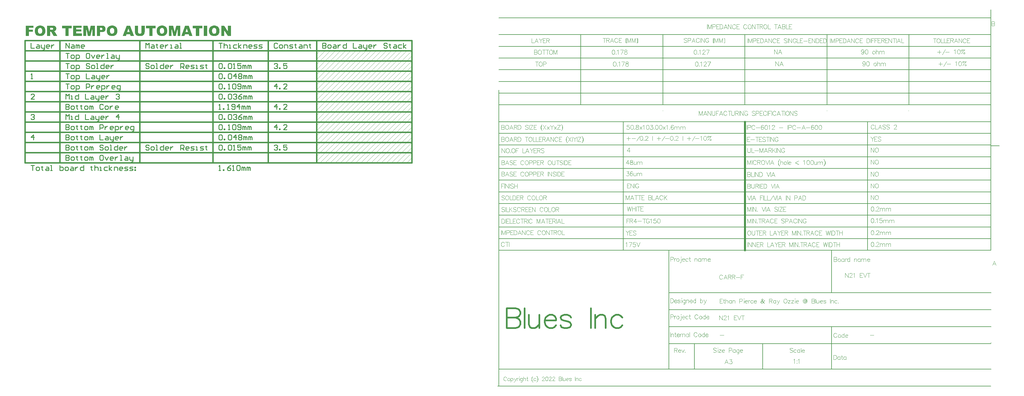
<source format=gbr>
G04*
G04 #@! TF.GenerationSoftware,Altium Limited,Altium Designer,22.4.2 (48)*
G04*
G04 Layer_Color=16711935*
%FSLAX25Y25*%
%MOIN*%
G70*
G04*
G04 #@! TF.SameCoordinates,F1429C7B-AB02-4E32-93F6-432C4BA2DB55*
G04*
G04*
G04 #@! TF.FilePolarity,Positive*
G04*
G01*
G75*
%ADD10C,0.00787*%
%ADD12C,0.01000*%
%ADD54C,0.02362*%
%ADD113C,0.01968*%
%ADD167C,0.00100*%
%ADD169C,0.01500*%
%ADD170C,0.00386*%
%ADD171C,0.00380*%
%ADD172C,0.00343*%
G36*
X735198Y413010D02*
X731697D01*
X727226Y419569D01*
Y413010D01*
X723746D01*
Y424990D01*
X727184D01*
X731697Y418367D01*
Y424990D01*
X735198D01*
Y413010D01*
D02*
G37*
G36*
X675724D02*
X672687D01*
Y422142D01*
X670346Y413010D01*
X667605D01*
X665285Y422142D01*
Y413010D01*
X662248D01*
Y424990D01*
X667141D01*
X668975Y417692D01*
X670831Y424990D01*
X675724D01*
Y413010D01*
D02*
G37*
G36*
X575188D02*
X572151D01*
Y422142D01*
X569810Y413010D01*
X567069D01*
X564749Y422142D01*
Y413010D01*
X561712D01*
Y424990D01*
X566605D01*
X568439Y417692D01*
X570295Y424990D01*
X575188D01*
Y413010D01*
D02*
G37*
G36*
X633755Y417840D02*
Y417819D01*
Y417798D01*
Y417735D01*
Y417671D01*
X633734Y417460D01*
X633713Y417186D01*
X633671Y416891D01*
X633607Y416554D01*
X633523Y416195D01*
X633418Y415836D01*
X633397Y415794D01*
X633355Y415668D01*
X633270Y415499D01*
X633165Y415267D01*
X633017Y415014D01*
X632827Y414740D01*
X632616Y414445D01*
X632363Y414170D01*
X632342Y414149D01*
X632237Y414065D01*
X632110Y413938D01*
X631920Y413791D01*
X631688Y413622D01*
X631456Y413453D01*
X631182Y413306D01*
X630887Y413179D01*
X630866D01*
X630845Y413158D01*
X630782Y413137D01*
X630697Y413116D01*
X630592Y413095D01*
X630465Y413053D01*
X630170Y412989D01*
X629790Y412926D01*
X629347Y412863D01*
X628862Y412821D01*
X628314Y412800D01*
X627977D01*
X627744Y412821D01*
X627449D01*
X627133Y412863D01*
X626774Y412884D01*
X626395Y412926D01*
X626353D01*
X626226Y412947D01*
X626036Y412989D01*
X625783Y413031D01*
X625509Y413095D01*
X625235Y413158D01*
X624939Y413264D01*
X624665Y413390D01*
X624644Y413411D01*
X624539Y413453D01*
X624412Y413538D01*
X624244Y413664D01*
X624054Y413812D01*
X623843Y413981D01*
X623611Y414191D01*
X623400Y414424D01*
X623379Y414445D01*
X623316Y414550D01*
X623210Y414677D01*
X623084Y414845D01*
X622957Y415056D01*
X622831Y415288D01*
X622704Y415541D01*
X622620Y415815D01*
Y415836D01*
X622599Y415858D01*
Y415921D01*
X622577Y416005D01*
X622514Y416216D01*
X622451Y416490D01*
X622388Y416807D01*
X622345Y417144D01*
X622303Y417503D01*
X622282Y417840D01*
Y424990D01*
X625973D01*
Y417671D01*
Y417629D01*
Y417503D01*
X625994Y417334D01*
X626036Y417123D01*
X626099Y416870D01*
X626205Y416617D01*
X626332Y416385D01*
X626500Y416153D01*
X626521Y416132D01*
X626606Y416069D01*
X626732Y415984D01*
X626901Y415879D01*
X627112Y415773D01*
X627365Y415689D01*
X627681Y415626D01*
X628019Y415604D01*
X628166D01*
X628356Y415626D01*
X628567Y415668D01*
X628799Y415731D01*
X629052Y415836D01*
X629305Y415963D01*
X629516Y416132D01*
X629537Y416153D01*
X629600Y416237D01*
X629685Y416364D01*
X629790Y416533D01*
X629896Y416743D01*
X629980Y417018D01*
X630043Y417313D01*
X630064Y417671D01*
Y424990D01*
X633755D01*
Y417840D01*
D02*
G37*
G36*
X707106Y413010D02*
X703394D01*
Y424990D01*
X707106D01*
Y413010D01*
D02*
G37*
G36*
X701559Y422037D02*
X697784D01*
Y413010D01*
X694073D01*
Y422037D01*
X690298D01*
Y424990D01*
X701559D01*
Y422037D01*
D02*
G37*
G36*
X689960Y413010D02*
X686080D01*
X685468Y414993D01*
X681271D01*
X680680Y413010D01*
X676905D01*
X681397Y424990D01*
X685468D01*
X689960Y413010D01*
D02*
G37*
G36*
X646641Y422037D02*
X642866D01*
Y413010D01*
X639154D01*
Y422037D01*
X635379D01*
Y424990D01*
X646641D01*
Y422037D01*
D02*
G37*
G36*
X621080Y413010D02*
X617200D01*
X616588Y414993D01*
X612391D01*
X611800Y413010D01*
X608025D01*
X612517Y424990D01*
X616588D01*
X621080Y413010D01*
D02*
G37*
G36*
X584025Y424968D02*
X584194D01*
X584383Y424947D01*
X584826Y424863D01*
X585311Y424758D01*
X585818Y424589D01*
X586282Y424336D01*
X586514Y424188D01*
X586703Y424019D01*
X586725D01*
X586746Y423977D01*
X586788Y423914D01*
X586872Y423851D01*
X586935Y423745D01*
X587020Y423619D01*
X587125Y423492D01*
X587210Y423323D01*
X587399Y422944D01*
X587568Y422480D01*
X587674Y421932D01*
X587695Y421615D01*
X587716Y421299D01*
Y421278D01*
Y421214D01*
Y421130D01*
X587695Y421003D01*
X587674Y420856D01*
X587652Y420666D01*
X587589Y420265D01*
X587441Y419801D01*
X587252Y419337D01*
X587125Y419105D01*
X586977Y418874D01*
X586809Y418663D01*
X586619Y418452D01*
X586598Y418431D01*
X586577Y418409D01*
X586514Y418367D01*
X586408Y418304D01*
X586303Y418220D01*
X586155Y418135D01*
X585986Y418051D01*
X585796Y417945D01*
X585565Y417861D01*
X585332Y417756D01*
X585058Y417671D01*
X584742Y417608D01*
X584426Y417524D01*
X584067Y417482D01*
X583687Y417460D01*
X583287Y417439D01*
X581262D01*
Y413010D01*
X577550D01*
Y424990D01*
X583877D01*
X584025Y424968D01*
D02*
G37*
G36*
X559560Y422438D02*
X553360D01*
Y420540D01*
X559118D01*
Y418093D01*
X553360D01*
Y415731D01*
X559750D01*
Y413010D01*
X549648D01*
Y424990D01*
X559560D01*
Y422438D01*
D02*
G37*
G36*
X547961Y422037D02*
X544186D01*
Y413010D01*
X540474D01*
Y422037D01*
X536699D01*
Y424990D01*
X547961D01*
Y422037D01*
D02*
G37*
G36*
X525732Y424968D02*
X526112Y424947D01*
X526534Y424926D01*
X526976Y424863D01*
X527377Y424800D01*
X527757Y424694D01*
X527778D01*
X527799Y424673D01*
X527905Y424631D01*
X528073Y424568D01*
X528284Y424441D01*
X528516Y424294D01*
X528769Y424104D01*
X529022Y423872D01*
X529233Y423598D01*
X529254Y423555D01*
X529318Y423450D01*
X529423Y423281D01*
X529528Y423049D01*
X529613Y422775D01*
X529718Y422438D01*
X529781Y422058D01*
X529803Y421657D01*
Y421636D01*
Y421615D01*
Y421489D01*
X529781Y421299D01*
X529739Y421067D01*
X529697Y420793D01*
X529613Y420497D01*
X529507Y420202D01*
X529360Y419907D01*
X529339Y419886D01*
X529275Y419780D01*
X529191Y419654D01*
X529064Y419485D01*
X528896Y419316D01*
X528685Y419105D01*
X528453Y418916D01*
X528179Y418747D01*
X528158Y418726D01*
X528094Y418705D01*
X527989Y418642D01*
X527841Y418578D01*
X527651Y418515D01*
X527441Y418431D01*
X527166Y418367D01*
X526871Y418283D01*
X526892D01*
X526976Y418241D01*
X527103Y418199D01*
X527230Y418135D01*
X527567Y418009D01*
X527715Y417924D01*
X527841Y417840D01*
X527883Y417819D01*
X527926Y417777D01*
X527989Y417713D01*
X528073Y417629D01*
X528158Y417503D01*
X528284Y417376D01*
X528411Y417207D01*
X528432Y417186D01*
X528474Y417123D01*
X528537Y417039D01*
X528621Y416933D01*
X528811Y416680D01*
X528875Y416554D01*
X528938Y416448D01*
X530773Y413010D01*
X526576D01*
X524572Y416659D01*
X524551Y416680D01*
X524509Y416764D01*
X524446Y416891D01*
X524340Y417039D01*
X524129Y417334D01*
X524003Y417460D01*
X523897Y417566D01*
X523876Y417587D01*
X523834Y417608D01*
X523750Y417650D01*
X523644Y417713D01*
X523497Y417777D01*
X523349Y417819D01*
X523180Y417840D01*
X522991Y417861D01*
X522674D01*
Y413010D01*
X518962D01*
Y424990D01*
X525563D01*
X525732Y424968D01*
D02*
G37*
G36*
X502976Y422417D02*
X497514D01*
Y420329D01*
X502175D01*
Y417903D01*
X497514D01*
Y413010D01*
X493802D01*
Y424990D01*
X502976D01*
Y422417D01*
D02*
G37*
G36*
X715964Y425179D02*
X716217Y425158D01*
X716512Y425116D01*
X716829Y425074D01*
X717187Y424990D01*
X717546Y424905D01*
X717925Y424800D01*
X718305Y424673D01*
X718685Y424526D01*
X719064Y424336D01*
X719444Y424104D01*
X719781Y423872D01*
X720098Y423576D01*
X720119Y423555D01*
X720161Y423492D01*
X720245Y423408D01*
X720351Y423281D01*
X720477Y423113D01*
X720604Y422923D01*
X720751Y422691D01*
X720920Y422417D01*
X721068Y422121D01*
X721215Y421784D01*
X721342Y421404D01*
X721468Y421003D01*
X721574Y420582D01*
X721658Y420118D01*
X721700Y419612D01*
X721722Y419084D01*
Y419063D01*
Y419000D01*
Y418874D01*
Y418726D01*
X721700Y418557D01*
X721679Y418346D01*
X721658Y418114D01*
X721637Y417861D01*
X721553Y417313D01*
X721426Y416743D01*
X721237Y416153D01*
X721004Y415626D01*
Y415604D01*
X720962Y415562D01*
X720920Y415499D01*
X720878Y415394D01*
X720709Y415162D01*
X720477Y414866D01*
X720182Y414529D01*
X719844Y414170D01*
X719423Y413833D01*
X718959Y413538D01*
X718938D01*
X718895Y413517D01*
X718832Y413474D01*
X718727Y413432D01*
X718600Y413369D01*
X718432Y413306D01*
X718242Y413242D01*
X718052Y413179D01*
X717820Y413095D01*
X717567Y413031D01*
X717293Y412968D01*
X716997Y412926D01*
X716344Y412842D01*
X715627Y412800D01*
X715437D01*
X715289Y412821D01*
X715120D01*
X714910Y412842D01*
X714699Y412863D01*
X714445Y412884D01*
X713918Y412947D01*
X713349Y413074D01*
X712801Y413221D01*
X712273Y413432D01*
X712252D01*
X712210Y413453D01*
X712147Y413495D01*
X712062Y413559D01*
X711809Y413706D01*
X711514Y413938D01*
X711156Y414213D01*
X710797Y414571D01*
X710460Y414993D01*
X710122Y415478D01*
Y415499D01*
X710080Y415541D01*
X710038Y415626D01*
X709996Y415731D01*
X709932Y415858D01*
X709869Y416026D01*
X709785Y416216D01*
X709721Y416448D01*
X709637Y416680D01*
X709553Y416954D01*
X709489Y417228D01*
X709426Y417545D01*
X709342Y418220D01*
X709300Y418979D01*
Y419021D01*
Y419105D01*
X709321Y419253D01*
Y419464D01*
X709342Y419717D01*
X709384Y419991D01*
X709426Y420308D01*
X709511Y420645D01*
X709595Y421003D01*
X709700Y421383D01*
X709827Y421763D01*
X709996Y422142D01*
X710164Y422522D01*
X710396Y422881D01*
X710628Y423239D01*
X710923Y423555D01*
X710945Y423576D01*
X711008Y423619D01*
X711092Y423703D01*
X711219Y423808D01*
X711387Y423935D01*
X711598Y424083D01*
X711830Y424230D01*
X712105Y424378D01*
X712421Y424526D01*
X712758Y424673D01*
X713138Y424821D01*
X713539Y424947D01*
X713981Y425053D01*
X714445Y425137D01*
X714952Y425179D01*
X715479Y425201D01*
X715774D01*
X715964Y425179D01*
D02*
G37*
G36*
X654529D02*
X654782Y425158D01*
X655077Y425116D01*
X655394Y425074D01*
X655752Y424990D01*
X656111Y424905D01*
X656490Y424800D01*
X656870Y424673D01*
X657249Y424526D01*
X657629Y424336D01*
X658009Y424104D01*
X658346Y423872D01*
X658663Y423576D01*
X658684Y423555D01*
X658726Y423492D01*
X658810Y423408D01*
X658916Y423281D01*
X659042Y423113D01*
X659169Y422923D01*
X659316Y422691D01*
X659485Y422417D01*
X659633Y422121D01*
X659780Y421784D01*
X659907Y421404D01*
X660033Y421003D01*
X660139Y420582D01*
X660223Y420118D01*
X660265Y419612D01*
X660286Y419084D01*
Y419063D01*
Y419000D01*
Y418874D01*
Y418726D01*
X660265Y418557D01*
X660244Y418346D01*
X660223Y418114D01*
X660202Y417861D01*
X660118Y417313D01*
X659991Y416743D01*
X659801Y416153D01*
X659569Y415626D01*
Y415604D01*
X659527Y415562D01*
X659485Y415499D01*
X659443Y415394D01*
X659274Y415162D01*
X659042Y414866D01*
X658747Y414529D01*
X658409Y414170D01*
X657988Y413833D01*
X657524Y413538D01*
X657503D01*
X657460Y413517D01*
X657397Y413474D01*
X657292Y413432D01*
X657165Y413369D01*
X656996Y413306D01*
X656807Y413242D01*
X656617Y413179D01*
X656385Y413095D01*
X656132Y413031D01*
X655858Y412968D01*
X655562Y412926D01*
X654908Y412842D01*
X654191Y412800D01*
X654002D01*
X653854Y412821D01*
X653685D01*
X653474Y412842D01*
X653263Y412863D01*
X653010Y412884D01*
X652483Y412947D01*
X651914Y413074D01*
X651365Y413221D01*
X650838Y413432D01*
X650817D01*
X650775Y413453D01*
X650711Y413495D01*
X650627Y413559D01*
X650374Y413706D01*
X650079Y413938D01*
X649720Y414213D01*
X649362Y414571D01*
X649024Y414993D01*
X648687Y415478D01*
Y415499D01*
X648645Y415541D01*
X648602Y415626D01*
X648560Y415731D01*
X648497Y415858D01*
X648434Y416026D01*
X648349Y416216D01*
X648286Y416448D01*
X648202Y416680D01*
X648117Y416954D01*
X648054Y417228D01*
X647991Y417545D01*
X647907Y418220D01*
X647864Y418979D01*
Y419021D01*
Y419105D01*
X647886Y419253D01*
Y419464D01*
X647907Y419717D01*
X647949Y419991D01*
X647991Y420308D01*
X648075Y420645D01*
X648160Y421003D01*
X648265Y421383D01*
X648392Y421763D01*
X648560Y422142D01*
X648729Y422522D01*
X648961Y422881D01*
X649193Y423239D01*
X649488Y423555D01*
X649509Y423576D01*
X649573Y423619D01*
X649657Y423703D01*
X649784Y423808D01*
X649952Y423935D01*
X650163Y424083D01*
X650395Y424230D01*
X650669Y424378D01*
X650986Y424526D01*
X651323Y424673D01*
X651703Y424821D01*
X652104Y424947D01*
X652546Y425053D01*
X653010Y425137D01*
X653516Y425179D01*
X654044Y425201D01*
X654339D01*
X654529Y425179D01*
D02*
G37*
G36*
X595878D02*
X596131Y425158D01*
X596426Y425116D01*
X596742Y425074D01*
X597101Y424990D01*
X597459Y424905D01*
X597839Y424800D01*
X598218Y424673D01*
X598598Y424526D01*
X598978Y424336D01*
X599357Y424104D01*
X599695Y423872D01*
X600011Y423576D01*
X600032Y423555D01*
X600074Y423492D01*
X600159Y423408D01*
X600264Y423281D01*
X600391Y423113D01*
X600517Y422923D01*
X600665Y422691D01*
X600834Y422417D01*
X600981Y422121D01*
X601129Y421784D01*
X601256Y421404D01*
X601382Y421003D01*
X601487Y420582D01*
X601572Y420118D01*
X601614Y419612D01*
X601635Y419084D01*
Y419063D01*
Y419000D01*
Y418874D01*
Y418726D01*
X601614Y418557D01*
X601593Y418346D01*
X601572Y418114D01*
X601551Y417861D01*
X601466Y417313D01*
X601340Y416743D01*
X601150Y416153D01*
X600918Y415626D01*
Y415604D01*
X600876Y415562D01*
X600834Y415499D01*
X600792Y415394D01*
X600623Y415162D01*
X600391Y414866D01*
X600096Y414529D01*
X599758Y414170D01*
X599336Y413833D01*
X598872Y413538D01*
X598851D01*
X598809Y413517D01*
X598746Y413474D01*
X598640Y413432D01*
X598514Y413369D01*
X598345Y413306D01*
X598155Y413242D01*
X597965Y413179D01*
X597733Y413095D01*
X597480Y413031D01*
X597206Y412968D01*
X596911Y412926D01*
X596257Y412842D01*
X595540Y412800D01*
X595350D01*
X595203Y412821D01*
X595034D01*
X594823Y412842D01*
X594612Y412863D01*
X594359Y412884D01*
X593832Y412947D01*
X593262Y413074D01*
X592714Y413221D01*
X592187Y413432D01*
X592166D01*
X592124Y413453D01*
X592060Y413495D01*
X591976Y413559D01*
X591723Y413706D01*
X591428Y413938D01*
X591069Y414213D01*
X590710Y414571D01*
X590373Y414993D01*
X590036Y415478D01*
Y415499D01*
X589993Y415541D01*
X589951Y415626D01*
X589909Y415731D01*
X589846Y415858D01*
X589782Y416026D01*
X589698Y416216D01*
X589635Y416448D01*
X589550Y416680D01*
X589466Y416954D01*
X589403Y417228D01*
X589340Y417545D01*
X589255Y418220D01*
X589213Y418979D01*
Y419021D01*
Y419105D01*
X589234Y419253D01*
Y419464D01*
X589255Y419717D01*
X589297Y419991D01*
X589340Y420308D01*
X589424Y420645D01*
X589508Y421003D01*
X589614Y421383D01*
X589740Y421763D01*
X589909Y422142D01*
X590078Y422522D01*
X590310Y422881D01*
X590542Y423239D01*
X590837Y423555D01*
X590858Y423576D01*
X590921Y423619D01*
X591006Y423703D01*
X591132Y423808D01*
X591301Y423935D01*
X591512Y424083D01*
X591744Y424230D01*
X592018Y424378D01*
X592334Y424526D01*
X592672Y424673D01*
X593051Y424821D01*
X593452Y424947D01*
X593895Y425053D01*
X594359Y425137D01*
X594865Y425179D01*
X595393Y425201D01*
X595688D01*
X595878Y425179D01*
D02*
G37*
G36*
X511159D02*
X511412Y425158D01*
X511707Y425116D01*
X512024Y425074D01*
X512382Y424990D01*
X512741Y424905D01*
X513120Y424800D01*
X513500Y424673D01*
X513880Y424526D01*
X514259Y424336D01*
X514639Y424104D01*
X514976Y423872D01*
X515293Y423576D01*
X515314Y423555D01*
X515356Y423492D01*
X515440Y423408D01*
X515546Y423281D01*
X515672Y423113D01*
X515799Y422923D01*
X515946Y422691D01*
X516115Y422417D01*
X516263Y422121D01*
X516410Y421784D01*
X516537Y421404D01*
X516664Y421003D01*
X516769Y420582D01*
X516853Y420118D01*
X516895Y419612D01*
X516917Y419084D01*
Y419063D01*
Y419000D01*
Y418874D01*
Y418726D01*
X516895Y418557D01*
X516874Y418346D01*
X516853Y418114D01*
X516832Y417861D01*
X516748Y417313D01*
X516621Y416743D01*
X516432Y416153D01*
X516199Y415626D01*
Y415604D01*
X516157Y415562D01*
X516115Y415499D01*
X516073Y415394D01*
X515904Y415162D01*
X515672Y414866D01*
X515377Y414529D01*
X515040Y414170D01*
X514618Y413833D01*
X514154Y413538D01*
X514133D01*
X514090Y413517D01*
X514027Y413474D01*
X513922Y413432D01*
X513795Y413369D01*
X513626Y413306D01*
X513437Y413242D01*
X513247Y413179D01*
X513015Y413095D01*
X512762Y413031D01*
X512488Y412968D01*
X512192Y412926D01*
X511539Y412842D01*
X510822Y412800D01*
X510632D01*
X510484Y412821D01*
X510315D01*
X510105Y412842D01*
X509894Y412863D01*
X509641Y412884D01*
X509113Y412947D01*
X508544Y413074D01*
X507996Y413221D01*
X507468Y413432D01*
X507447D01*
X507405Y413453D01*
X507342Y413495D01*
X507257Y413559D01*
X507004Y413706D01*
X506709Y413938D01*
X506351Y414213D01*
X505992Y414571D01*
X505654Y414993D01*
X505317Y415478D01*
Y415499D01*
X505275Y415541D01*
X505233Y415626D01*
X505191Y415731D01*
X505127Y415858D01*
X505064Y416026D01*
X504980Y416216D01*
X504916Y416448D01*
X504832Y416680D01*
X504748Y416954D01*
X504684Y417228D01*
X504621Y417545D01*
X504537Y418220D01*
X504495Y418979D01*
Y419021D01*
Y419105D01*
X504516Y419253D01*
Y419464D01*
X504537Y419717D01*
X504579Y419991D01*
X504621Y420308D01*
X504705Y420645D01*
X504790Y421003D01*
X504895Y421383D01*
X505022Y421763D01*
X505191Y422142D01*
X505359Y422522D01*
X505591Y422881D01*
X505823Y423239D01*
X506118Y423555D01*
X506140Y423576D01*
X506203Y423619D01*
X506287Y423703D01*
X506414Y423808D01*
X506582Y423935D01*
X506793Y424083D01*
X507025Y424230D01*
X507300Y424378D01*
X507616Y424526D01*
X507953Y424673D01*
X508333Y424821D01*
X508734Y424947D01*
X509176Y425053D01*
X509641Y425137D01*
X510147Y425179D01*
X510674Y425201D01*
X510969D01*
X511159Y425179D01*
D02*
G37*
%LPC*%
G36*
X683380Y421868D02*
X682072Y417587D01*
X684688D01*
X683380Y421868D01*
D02*
G37*
G36*
X614500D02*
X613192Y417587D01*
X615808D01*
X614500Y421868D01*
D02*
G37*
G36*
X582317Y422543D02*
X581262D01*
Y419865D01*
X582338D01*
X582528Y419886D01*
X582760Y419907D01*
X582992Y419949D01*
X583245Y420012D01*
X583477Y420097D01*
X583666Y420223D01*
X583687Y420244D01*
X583730Y420287D01*
X583814Y420371D01*
X583898Y420476D01*
X583962Y420624D01*
X584046Y420793D01*
X584088Y420961D01*
X584109Y421172D01*
Y421193D01*
Y421278D01*
X584088Y421383D01*
X584067Y421510D01*
X584025Y421657D01*
X583941Y421826D01*
X583856Y421995D01*
X583730Y422142D01*
X583709Y422163D01*
X583645Y422206D01*
X583561Y422269D01*
X583413Y422353D01*
X583223Y422417D01*
X582970Y422480D01*
X582675Y422522D01*
X582317Y422543D01*
D02*
G37*
G36*
X524319Y422564D02*
X522674D01*
Y420118D01*
X524361D01*
X524467Y420139D01*
X524593Y420160D01*
X524762Y420181D01*
X524973Y420223D01*
X525226Y420265D01*
X525247D01*
X525289Y420287D01*
X525353Y420308D01*
X525437Y420350D01*
X525648Y420455D01*
X525838Y420645D01*
X525859Y420666D01*
X525880Y420708D01*
X525922Y420772D01*
X525964Y420856D01*
X526049Y421067D01*
X526091Y421193D01*
Y421341D01*
Y421362D01*
Y421446D01*
X526070Y421552D01*
X526049Y421678D01*
X526006Y421826D01*
X525922Y421974D01*
X525838Y422121D01*
X525711Y422248D01*
X525690Y422269D01*
X525627Y422290D01*
X525542Y422353D01*
X525395Y422417D01*
X525205Y422459D01*
X524973Y422522D01*
X524678Y422543D01*
X524319Y422564D01*
D02*
G37*
G36*
X715479Y422396D02*
X715374D01*
X715289Y422374D01*
X715099Y422353D01*
X714846Y422290D01*
X714551Y422206D01*
X714256Y422058D01*
X713960Y421868D01*
X713686Y421594D01*
X713665Y421552D01*
X713581Y421446D01*
X713475Y421236D01*
X713412Y421109D01*
X713349Y420961D01*
X713286Y420793D01*
X713222Y420603D01*
X713159Y420392D01*
X713117Y420139D01*
X713075Y419886D01*
X713032Y419591D01*
X713011Y419295D01*
Y418958D01*
Y418937D01*
Y418874D01*
Y418789D01*
X713032Y418663D01*
Y418515D01*
X713054Y418346D01*
X713096Y417945D01*
X713180Y417524D01*
X713286Y417081D01*
X713454Y416680D01*
X713560Y416511D01*
X713665Y416343D01*
X713707Y416300D01*
X713792Y416216D01*
X713939Y416090D01*
X714150Y415963D01*
X714403Y415815D01*
X714720Y415689D01*
X715099Y415604D01*
X715500Y415562D01*
X715605D01*
X715690Y415583D01*
X715922Y415604D01*
X716175Y415668D01*
X716491Y415752D01*
X716786Y415879D01*
X717082Y416069D01*
X717356Y416322D01*
X717377Y416364D01*
X717461Y416469D01*
X717504Y416575D01*
X717567Y416680D01*
X717630Y416807D01*
X717693Y416975D01*
X717735Y417144D01*
X717799Y417355D01*
X717862Y417587D01*
X717904Y417840D01*
X717946Y418114D01*
X717989Y418431D01*
X718010Y418768D01*
Y419127D01*
Y419148D01*
Y419211D01*
Y419295D01*
Y419401D01*
X717989Y419548D01*
X717968Y419696D01*
X717925Y420076D01*
X717841Y420476D01*
X717715Y420877D01*
X717546Y421257D01*
X717440Y421446D01*
X717314Y421594D01*
X717293Y421636D01*
X717187Y421721D01*
X717040Y421847D01*
X716829Y421995D01*
X716576Y422142D01*
X716259Y422269D01*
X715901Y422353D01*
X715479Y422396D01*
D02*
G37*
G36*
X654044D02*
X653938D01*
X653854Y422374D01*
X653664Y422353D01*
X653411Y422290D01*
X653116Y422206D01*
X652820Y422058D01*
X652525Y421868D01*
X652251Y421594D01*
X652230Y421552D01*
X652146Y421446D01*
X652040Y421236D01*
X651977Y421109D01*
X651914Y420961D01*
X651850Y420793D01*
X651787Y420603D01*
X651724Y420392D01*
X651682Y420139D01*
X651640Y419886D01*
X651597Y419591D01*
X651576Y419295D01*
Y418958D01*
Y418937D01*
Y418874D01*
Y418789D01*
X651597Y418663D01*
Y418515D01*
X651618Y418346D01*
X651661Y417945D01*
X651745Y417524D01*
X651850Y417081D01*
X652019Y416680D01*
X652125Y416511D01*
X652230Y416343D01*
X652272Y416300D01*
X652356Y416216D01*
X652504Y416090D01*
X652715Y415963D01*
X652968Y415815D01*
X653285Y415689D01*
X653664Y415604D01*
X654065Y415562D01*
X654170D01*
X654255Y415583D01*
X654487Y415604D01*
X654740Y415668D01*
X655056Y415752D01*
X655351Y415879D01*
X655647Y416069D01*
X655921Y416322D01*
X655942Y416364D01*
X656026Y416469D01*
X656068Y416575D01*
X656132Y416680D01*
X656195Y416807D01*
X656258Y416975D01*
X656300Y417144D01*
X656364Y417355D01*
X656427Y417587D01*
X656469Y417840D01*
X656511Y418114D01*
X656554Y418431D01*
X656574Y418768D01*
Y419127D01*
Y419148D01*
Y419211D01*
Y419295D01*
Y419401D01*
X656554Y419548D01*
X656532Y419696D01*
X656490Y420076D01*
X656406Y420476D01*
X656279Y420877D01*
X656111Y421257D01*
X656005Y421446D01*
X655879Y421594D01*
X655858Y421636D01*
X655752Y421721D01*
X655604Y421847D01*
X655394Y421995D01*
X655140Y422142D01*
X654824Y422269D01*
X654465Y422353D01*
X654044Y422396D01*
D02*
G37*
G36*
X595393D02*
X595287D01*
X595203Y422374D01*
X595013Y422353D01*
X594760Y422290D01*
X594464Y422206D01*
X594169Y422058D01*
X593874Y421868D01*
X593600Y421594D01*
X593579Y421552D01*
X593494Y421446D01*
X593389Y421236D01*
X593326Y421109D01*
X593262Y420961D01*
X593199Y420793D01*
X593136Y420603D01*
X593073Y420392D01*
X593030Y420139D01*
X592988Y419886D01*
X592946Y419591D01*
X592925Y419295D01*
Y418958D01*
Y418937D01*
Y418874D01*
Y418789D01*
X592946Y418663D01*
Y418515D01*
X592967Y418346D01*
X593009Y417945D01*
X593094Y417524D01*
X593199Y417081D01*
X593368Y416680D01*
X593473Y416511D01*
X593579Y416343D01*
X593621Y416300D01*
X593705Y416216D01*
X593853Y416090D01*
X594064Y415963D01*
X594317Y415815D01*
X594633Y415689D01*
X595013Y415604D01*
X595414Y415562D01*
X595519D01*
X595603Y415583D01*
X595835Y415604D01*
X596088Y415668D01*
X596405Y415752D01*
X596700Y415879D01*
X596995Y416069D01*
X597269Y416322D01*
X597291Y416364D01*
X597375Y416469D01*
X597417Y416575D01*
X597480Y416680D01*
X597544Y416807D01*
X597607Y416975D01*
X597649Y417144D01*
X597712Y417355D01*
X597776Y417587D01*
X597818Y417840D01*
X597860Y418114D01*
X597902Y418431D01*
X597923Y418768D01*
Y419127D01*
Y419148D01*
Y419211D01*
Y419295D01*
Y419401D01*
X597902Y419548D01*
X597881Y419696D01*
X597839Y420076D01*
X597754Y420476D01*
X597628Y420877D01*
X597459Y421257D01*
X597354Y421446D01*
X597227Y421594D01*
X597206Y421636D01*
X597101Y421721D01*
X596953Y421847D01*
X596742Y421995D01*
X596489Y422142D01*
X596173Y422269D01*
X595814Y422353D01*
X595393Y422396D01*
D02*
G37*
G36*
X510674D02*
X510569D01*
X510484Y422374D01*
X510294Y422353D01*
X510041Y422290D01*
X509746Y422206D01*
X509451Y422058D01*
X509156Y421868D01*
X508881Y421594D01*
X508860Y421552D01*
X508776Y421446D01*
X508670Y421236D01*
X508607Y421109D01*
X508544Y420961D01*
X508481Y420793D01*
X508417Y420603D01*
X508354Y420392D01*
X508312Y420139D01*
X508270Y419886D01*
X508227Y419591D01*
X508206Y419295D01*
Y418958D01*
Y418937D01*
Y418874D01*
Y418789D01*
X508227Y418663D01*
Y418515D01*
X508249Y418346D01*
X508291Y417945D01*
X508375Y417524D01*
X508481Y417081D01*
X508649Y416680D01*
X508755Y416511D01*
X508860Y416343D01*
X508902Y416300D01*
X508987Y416216D01*
X509134Y416090D01*
X509345Y415963D01*
X509598Y415815D01*
X509915Y415689D01*
X510294Y415604D01*
X510695Y415562D01*
X510801D01*
X510885Y415583D01*
X511117Y415604D01*
X511370Y415668D01*
X511686Y415752D01*
X511981Y415879D01*
X512277Y416069D01*
X512551Y416322D01*
X512572Y416364D01*
X512656Y416469D01*
X512699Y416575D01*
X512762Y416680D01*
X512825Y416807D01*
X512888Y416975D01*
X512931Y417144D01*
X512994Y417355D01*
X513057Y417587D01*
X513099Y417840D01*
X513141Y418114D01*
X513184Y418431D01*
X513205Y418768D01*
Y419127D01*
Y419148D01*
Y419211D01*
Y419295D01*
Y419401D01*
X513184Y419548D01*
X513163Y419696D01*
X513120Y420076D01*
X513036Y420476D01*
X512910Y420877D01*
X512741Y421257D01*
X512635Y421446D01*
X512509Y421594D01*
X512488Y421636D01*
X512382Y421721D01*
X512235Y421847D01*
X512024Y421995D01*
X511771Y422142D01*
X511454Y422269D01*
X511096Y422353D01*
X510674Y422396D01*
D02*
G37*
%LPD*%
D10*
X1050173Y414409D02*
X1628984D01*
X1050173Y386850D02*
X1628984D01*
X1050173D02*
X1628984D01*
X1050173Y400630D02*
X1628984D01*
X1050173Y434094D02*
X1628984D01*
X1050173Y298268D02*
X1628984D01*
X1050173D02*
X1628984D01*
X1629000Y283394D02*
X1639000D01*
X1629000Y160394D02*
Y443858D01*
Y279465D02*
Y279863D01*
X1050173Y215591D02*
X1628984D01*
X1050189Y207638D02*
Y231260D01*
X1050173Y215591D02*
X1628984D01*
X1050173Y229370D02*
X1628984D01*
X1629000Y283394D02*
X1639000D01*
X1532375Y325057D02*
X1532401D01*
Y331750D02*
X1532457D01*
X1532375Y325057D02*
X1532401D01*
Y331750D02*
X1532457D01*
X1196675Y160394D02*
X1196818D01*
X1050173Y174252D02*
X1628984D01*
X1050173Y188031D02*
X1628984D01*
X1050173D02*
X1628984D01*
X1050173Y160472D02*
X1628984D01*
X1483929D02*
X1483979D01*
X1050173Y201811D02*
X1628984D01*
X1050173D02*
X1628984D01*
X1436110Y331732D02*
Y414409D01*
X1436111Y325057D02*
X1436148D01*
X1532457Y331750D02*
Y414409D01*
X1436111Y325057D02*
X1436148D01*
X1532457Y331750D02*
Y414409D01*
X1436110Y331732D02*
X1436174D01*
X1436110D02*
Y414409D01*
X1483979Y160472D02*
Y312047D01*
X1050173Y331732D02*
X1628984D01*
X1050173Y345512D02*
X1628984D01*
X1050173Y359291D02*
X1628984D01*
X1050173Y373071D02*
X1628984D01*
X1050173Y312047D02*
X1628984D01*
X1050189Y231260D02*
Y254882D01*
X1050173Y243150D02*
X1628984D01*
X1050173Y229370D02*
X1628984D01*
X1339543Y331750D02*
Y414409D01*
X1339542Y331750D02*
X1339543D01*
X1339542Y325057D02*
X1339642D01*
X1339542Y331750D02*
X1339543D01*
Y414409D01*
X1050173Y345512D02*
X1628984D01*
X1050173Y400630D02*
X1628984D01*
X1050173Y414409D02*
X1628984D01*
X1243081D02*
X1243087D01*
X1050189Y20394D02*
X1255189D01*
X1280189D02*
Y50394D01*
X1483979Y160472D02*
Y312047D01*
X1050189Y231260D02*
Y254882D01*
X1049000Y394D02*
X1629000D01*
Y279465D02*
Y279863D01*
X1049000Y394D02*
X1629000D01*
X1050173Y174252D02*
X1628984D01*
X1483929Y160472D02*
X1483979D01*
X1050173D02*
X1628984D01*
X1050173Y434094D02*
X1628984D01*
X1050189Y302126D02*
Y325748D01*
X1050173Y243150D02*
X1628984D01*
X1196675Y160394D02*
Y312047D01*
X1629000Y160394D02*
Y443858D01*
X1050173Y373071D02*
X1628984D01*
X1243081Y331750D02*
Y414409D01*
X1050173Y359291D02*
X1628984D01*
X1050173Y256929D02*
X1628984D01*
X1050173Y312047D02*
X1628984D01*
X1436110Y331732D02*
X1436174D01*
X1243081Y325057D02*
X1243099D01*
X1050173Y284488D02*
X1628984D01*
X1050189Y325748D02*
Y349370D01*
X1243081Y331750D02*
X1243087D01*
X1339542Y325057D02*
X1339642D01*
X1050173Y331732D02*
X1628984D01*
X1146630Y331750D02*
X1146668D01*
X1360417Y50394D02*
X1360616D01*
X1196675Y160394D02*
X1196818D01*
X1360417Y20394D02*
Y50394D01*
X1280189Y20394D02*
Y50394D01*
X1250189Y20394D02*
Y160394D01*
X1050189Y20394D02*
X1255189D01*
X1360417Y50394D02*
X1360616D01*
X1360417Y20394D02*
Y50394D01*
X1250189Y110394D02*
X1629335D01*
X1250189Y90394D02*
X1629335D01*
X1250189Y110394D02*
X1629335D01*
X1250189Y90394D02*
X1629335D01*
X1250189Y20394D02*
Y160394D01*
X1441456Y110394D02*
Y160472D01*
X1250189Y70394D02*
X1629335D01*
X1240189Y20394D02*
X1629335D01*
X1441455D02*
Y70394D01*
X1250303Y50579D02*
X1629000D01*
X1250189Y70394D02*
X1629335D01*
X1240189Y20394D02*
X1629335D01*
X1438891D02*
X1439227D01*
X1438891D02*
X1439227D01*
X1050189Y394D02*
Y160394D01*
Y394D02*
Y160394D01*
Y184016D01*
Y278504D02*
Y302126D01*
Y207638D02*
Y231260D01*
Y254882D02*
Y278504D01*
Y184016D02*
Y207638D01*
Y160394D02*
Y184016D01*
Y325748D02*
Y349370D01*
Y302126D02*
Y325748D01*
Y278504D02*
Y302126D01*
Y184016D02*
Y207638D01*
X1243081Y414409D02*
X1243087D01*
X1243081Y325057D02*
X1243099D01*
X1243081Y331750D02*
X1243087D01*
X1243081D02*
Y414409D01*
X1146630D02*
X1146668D01*
Y331750D02*
Y414409D01*
Y331750D02*
Y414409D01*
X1146630D02*
X1146668D01*
X1146630Y331750D02*
X1146668D01*
X1050173Y284488D02*
X1628984D01*
X1196675Y160394D02*
Y312047D01*
X1050173Y270709D02*
X1628984D01*
X1050189Y254882D02*
Y278504D01*
X1050173Y270709D02*
X1628984D01*
X1050173Y256929D02*
X1628984D01*
D12*
X500009Y404498D02*
Y398500D01*
X504007D01*
X507007Y402499D02*
X509006D01*
X510006Y401499D01*
Y398500D01*
X507007D01*
X506007Y399500D01*
X507007Y400499D01*
X510006D01*
X512005Y402499D02*
Y399500D01*
X513004Y398500D01*
X516004D01*
Y397500D01*
X515004Y396501D01*
X514004D01*
X516004Y398500D02*
Y402499D01*
X521002Y398500D02*
X519003D01*
X518003Y399500D01*
Y401499D01*
X519003Y402499D01*
X521002D01*
X522002Y401499D01*
Y400499D01*
X518003D01*
X524001Y402499D02*
Y398500D01*
Y400499D01*
X525001Y401499D01*
X526000Y402499D01*
X527000D01*
X503008Y290500D02*
Y296498D01*
X500009Y293499D01*
X504007D01*
X500009Y319498D02*
X501008Y320498D01*
X503008D01*
X504007Y319498D01*
Y318499D01*
X503008Y317499D01*
X502008D01*
X503008D01*
X504007Y316499D01*
Y315500D01*
X503008Y314500D01*
X501008D01*
X500009Y315500D01*
X504007Y338500D02*
X500009D01*
X504007Y342499D01*
Y343498D01*
X503008Y344498D01*
X501008D01*
X500009Y343498D01*
Y362500D02*
X502008D01*
X501008D01*
Y368498D01*
X500009Y367498D01*
X541000Y398500D02*
Y404498D01*
X544999Y398500D01*
Y404498D01*
X547998Y402499D02*
X549997D01*
X550997Y401499D01*
Y398500D01*
X547998D01*
X546998Y399500D01*
X547998Y400499D01*
X550997D01*
X552996Y398500D02*
Y402499D01*
X553996D01*
X554995Y401499D01*
Y398500D01*
Y401499D01*
X555995Y402499D01*
X556995Y401499D01*
Y398500D01*
X561993D02*
X559994D01*
X558994Y399500D01*
Y401499D01*
X559994Y402499D01*
X561993D01*
X562993Y401499D01*
Y400499D01*
X558994D01*
X541000Y272498D02*
Y266500D01*
X543999D01*
X544999Y267500D01*
Y268499D01*
X543999Y269499D01*
X541000D01*
X543999D01*
X544999Y270499D01*
Y271498D01*
X543999Y272498D01*
X541000D01*
X547998Y266500D02*
X549997D01*
X550997Y267500D01*
Y269499D01*
X549997Y270499D01*
X547998D01*
X546998Y269499D01*
Y267500D01*
X547998Y266500D01*
X553996Y271498D02*
Y270499D01*
X552996D01*
X554995D01*
X553996D01*
Y267500D01*
X554995Y266500D01*
X558994Y271498D02*
Y270499D01*
X557995D01*
X559994D01*
X558994D01*
Y267500D01*
X559994Y266500D01*
X563993D02*
X565992D01*
X566992Y267500D01*
Y269499D01*
X565992Y270499D01*
X563993D01*
X562993Y269499D01*
Y267500D01*
X563993Y266500D01*
X568991D02*
Y270499D01*
X569991D01*
X570990Y269499D01*
Y266500D01*
Y269499D01*
X571990Y270499D01*
X572990Y269499D01*
Y266500D01*
X583986Y272498D02*
X581987D01*
X580987Y271498D01*
Y267500D01*
X581987Y266500D01*
X583986D01*
X584986Y267500D01*
Y271498D01*
X583986Y272498D01*
X586985Y270499D02*
X588984Y266500D01*
X590984Y270499D01*
X595982Y266500D02*
X593983D01*
X592983Y267500D01*
Y269499D01*
X593983Y270499D01*
X595982D01*
X596982Y269499D01*
Y268499D01*
X592983D01*
X598981Y270499D02*
Y266500D01*
Y268499D01*
X599981Y269499D01*
X600981Y270499D01*
X601980D01*
X604979Y266500D02*
X606979D01*
X605979D01*
Y272498D01*
X604979D01*
X610977Y270499D02*
X612977D01*
X613976Y269499D01*
Y266500D01*
X610977D01*
X609978Y267500D01*
X610977Y268499D01*
X613976D01*
X615976Y270499D02*
Y267500D01*
X616975Y266500D01*
X619974D01*
Y265500D01*
X618975Y264501D01*
X617975D01*
X619974Y266500D02*
Y270499D01*
X541000Y284498D02*
Y278500D01*
X543999D01*
X544999Y279500D01*
Y280499D01*
X543999Y281499D01*
X541000D01*
X543999D01*
X544999Y282499D01*
Y283498D01*
X543999Y284498D01*
X541000D01*
X547998Y278500D02*
X549997D01*
X550997Y279500D01*
Y281499D01*
X549997Y282499D01*
X547998D01*
X546998Y281499D01*
Y279500D01*
X547998Y278500D01*
X553996Y283498D02*
Y282499D01*
X552996D01*
X554995D01*
X553996D01*
Y279500D01*
X554995Y278500D01*
X558994Y283498D02*
Y282499D01*
X557995D01*
X559994D01*
X558994D01*
Y279500D01*
X559994Y278500D01*
X563993D02*
X565992D01*
X566992Y279500D01*
Y281499D01*
X565992Y282499D01*
X563993D01*
X562993Y281499D01*
Y279500D01*
X563993Y278500D01*
X568991D02*
Y282499D01*
X569991D01*
X570990Y281499D01*
Y278500D01*
Y281499D01*
X571990Y282499D01*
X572990Y281499D01*
Y278500D01*
X584986Y283498D02*
X583986Y284498D01*
X581987D01*
X580987Y283498D01*
Y282499D01*
X581987Y281499D01*
X583986D01*
X584986Y280499D01*
Y279500D01*
X583986Y278500D01*
X581987D01*
X580987Y279500D01*
X587985Y278500D02*
X589984D01*
X590984Y279500D01*
Y281499D01*
X589984Y282499D01*
X587985D01*
X586985Y281499D01*
Y279500D01*
X587985Y278500D01*
X592983D02*
X594982D01*
X593983D01*
Y284498D01*
X592983D01*
X601980D02*
Y278500D01*
X598981D01*
X597982Y279500D01*
Y281499D01*
X598981Y282499D01*
X601980D01*
X606979Y278500D02*
X604979D01*
X603980Y279500D01*
Y281499D01*
X604979Y282499D01*
X606979D01*
X607978Y281499D01*
Y280499D01*
X603980D01*
X609978Y282499D02*
Y278500D01*
Y280499D01*
X610977Y281499D01*
X611977Y282499D01*
X612977D01*
X541000Y296498D02*
Y290500D01*
X543999D01*
X544999Y291500D01*
Y292499D01*
X543999Y293499D01*
X541000D01*
X543999D01*
X544999Y294499D01*
Y295498D01*
X543999Y296498D01*
X541000D01*
X547998Y290500D02*
X549997D01*
X550997Y291500D01*
Y293499D01*
X549997Y294499D01*
X547998D01*
X546998Y293499D01*
Y291500D01*
X547998Y290500D01*
X553996Y295498D02*
Y294499D01*
X552996D01*
X554995D01*
X553996D01*
Y291500D01*
X554995Y290500D01*
X558994Y295498D02*
Y294499D01*
X557995D01*
X559994D01*
X558994D01*
Y291500D01*
X559994Y290500D01*
X563993D02*
X565992D01*
X566992Y291500D01*
Y293499D01*
X565992Y294499D01*
X563993D01*
X562993Y293499D01*
Y291500D01*
X563993Y290500D01*
X568991D02*
Y294499D01*
X569991D01*
X570990Y293499D01*
Y290500D01*
Y293499D01*
X571990Y294499D01*
X572990Y293499D01*
Y290500D01*
X580987Y296498D02*
Y290500D01*
X584986D01*
X587985Y294499D02*
X589984D01*
X590984Y293499D01*
Y290500D01*
X587985D01*
X586985Y291500D01*
X587985Y292499D01*
X590984D01*
X592983Y294499D02*
Y291500D01*
X593983Y290500D01*
X596982D01*
Y289500D01*
X595982Y288501D01*
X594982D01*
X596982Y290500D02*
Y294499D01*
X601980Y290500D02*
X599981D01*
X598981Y291500D01*
Y293499D01*
X599981Y294499D01*
X601980D01*
X602980Y293499D01*
Y292499D01*
X598981D01*
X604979Y294499D02*
Y290500D01*
Y292499D01*
X605979Y293499D01*
X606979Y294499D01*
X607978D01*
X541000Y308498D02*
Y302500D01*
X543999D01*
X544999Y303500D01*
Y304499D01*
X543999Y305499D01*
X541000D01*
X543999D01*
X544999Y306499D01*
Y307498D01*
X543999Y308498D01*
X541000D01*
X547998Y302500D02*
X549997D01*
X550997Y303500D01*
Y305499D01*
X549997Y306499D01*
X547998D01*
X546998Y305499D01*
Y303500D01*
X547998Y302500D01*
X553996Y307498D02*
Y306499D01*
X552996D01*
X554995D01*
X553996D01*
Y303500D01*
X554995Y302500D01*
X558994Y307498D02*
Y306499D01*
X557995D01*
X559994D01*
X558994D01*
Y303500D01*
X559994Y302500D01*
X563993D02*
X565992D01*
X566992Y303500D01*
Y305499D01*
X565992Y306499D01*
X563993D01*
X562993Y305499D01*
Y303500D01*
X563993Y302500D01*
X568991D02*
Y306499D01*
X569991D01*
X570990Y305499D01*
Y302500D01*
Y305499D01*
X571990Y306499D01*
X572990Y305499D01*
Y302500D01*
X580987D02*
Y308498D01*
X583986D01*
X584986Y307498D01*
Y305499D01*
X583986Y304499D01*
X580987D01*
X586985Y306499D02*
Y302500D01*
Y304499D01*
X587985Y305499D01*
X588984Y306499D01*
X589984D01*
X595982Y302500D02*
X593983D01*
X592983Y303500D01*
Y305499D01*
X593983Y306499D01*
X595982D01*
X596982Y305499D01*
Y304499D01*
X592983D01*
X598981Y300501D02*
Y306499D01*
X601980D01*
X602980Y305499D01*
Y303500D01*
X601980Y302500D01*
X598981D01*
X604979Y306499D02*
Y302500D01*
Y304499D01*
X605979Y305499D01*
X606979Y306499D01*
X607978D01*
X613976Y302500D02*
X611977D01*
X610977Y303500D01*
Y305499D01*
X611977Y306499D01*
X613976D01*
X614976Y305499D01*
Y304499D01*
X610977D01*
X618975Y300501D02*
X619974D01*
X620974Y301500D01*
Y306499D01*
X617975D01*
X616975Y305499D01*
Y303500D01*
X617975Y302500D01*
X620974D01*
X541000Y314500D02*
Y320498D01*
X542999Y318499D01*
X544999Y320498D01*
Y314500D01*
X546998D02*
X548997D01*
X547998D01*
Y318499D01*
X546998D01*
X555995Y320498D02*
Y314500D01*
X552996D01*
X551996Y315500D01*
Y317499D01*
X552996Y318499D01*
X555995D01*
X563993Y320498D02*
Y314500D01*
X567991D01*
X570990Y318499D02*
X572990D01*
X573989Y317499D01*
Y314500D01*
X570990D01*
X569991Y315500D01*
X570990Y316499D01*
X573989D01*
X575989Y318499D02*
Y315500D01*
X576988Y314500D01*
X579987D01*
Y313500D01*
X578988Y312501D01*
X577988D01*
X579987Y314500D02*
Y318499D01*
X584986Y314500D02*
X582986D01*
X581987Y315500D01*
Y317499D01*
X582986Y318499D01*
X584986D01*
X585986Y317499D01*
Y316499D01*
X581987D01*
X587985Y318499D02*
Y314500D01*
Y316499D01*
X588984Y317499D01*
X589984Y318499D01*
X590984D01*
X602980Y314500D02*
Y320498D01*
X599981Y317499D01*
X603980D01*
X541000Y332498D02*
Y326500D01*
X543999D01*
X544999Y327500D01*
Y328499D01*
X543999Y329499D01*
X541000D01*
X543999D01*
X544999Y330499D01*
Y331498D01*
X543999Y332498D01*
X541000D01*
X547998Y326500D02*
X549997D01*
X550997Y327500D01*
Y329499D01*
X549997Y330499D01*
X547998D01*
X546998Y329499D01*
Y327500D01*
X547998Y326500D01*
X553996Y331498D02*
Y330499D01*
X552996D01*
X554995D01*
X553996D01*
Y327500D01*
X554995Y326500D01*
X558994Y331498D02*
Y330499D01*
X557995D01*
X559994D01*
X558994D01*
Y327500D01*
X559994Y326500D01*
X563993D02*
X565992D01*
X566992Y327500D01*
Y329499D01*
X565992Y330499D01*
X563993D01*
X562993Y329499D01*
Y327500D01*
X563993Y326500D01*
X568991D02*
Y330499D01*
X569991D01*
X570990Y329499D01*
Y326500D01*
Y329499D01*
X571990Y330499D01*
X572990Y329499D01*
Y326500D01*
X584986Y331498D02*
X583986Y332498D01*
X581987D01*
X580987Y331498D01*
Y327500D01*
X581987Y326500D01*
X583986D01*
X584986Y327500D01*
X587985Y326500D02*
X589984D01*
X590984Y327500D01*
Y329499D01*
X589984Y330499D01*
X587985D01*
X586985Y329499D01*
Y327500D01*
X587985Y326500D01*
X592983Y330499D02*
Y326500D01*
Y328499D01*
X593983Y329499D01*
X594982Y330499D01*
X595982D01*
X601980Y326500D02*
X599981D01*
X598981Y327500D01*
Y329499D01*
X599981Y330499D01*
X601980D01*
X602980Y329499D01*
Y328499D01*
X598981D01*
X541000Y338500D02*
Y344498D01*
X542999Y342499D01*
X544999Y344498D01*
Y338500D01*
X546998D02*
X548997D01*
X547998D01*
Y342499D01*
X546998D01*
X555995Y344498D02*
Y338500D01*
X552996D01*
X551996Y339500D01*
Y341499D01*
X552996Y342499D01*
X555995D01*
X563993Y344498D02*
Y338500D01*
X567991D01*
X570990Y342499D02*
X572990D01*
X573989Y341499D01*
Y338500D01*
X570990D01*
X569991Y339500D01*
X570990Y340499D01*
X573989D01*
X575989Y342499D02*
Y339500D01*
X576988Y338500D01*
X579987D01*
Y337500D01*
X578988Y336501D01*
X577988D01*
X579987Y338500D02*
Y342499D01*
X584986Y338500D02*
X582986D01*
X581987Y339500D01*
Y341499D01*
X582986Y342499D01*
X584986D01*
X585986Y341499D01*
Y340499D01*
X581987D01*
X587985Y342499D02*
Y338500D01*
Y340499D01*
X588984Y341499D01*
X589984Y342499D01*
X590984D01*
X599981Y343498D02*
X600981Y344498D01*
X602980D01*
X603980Y343498D01*
Y342499D01*
X602980Y341499D01*
X601980D01*
X602980D01*
X603980Y340499D01*
Y339500D01*
X602980Y338500D01*
X600981D01*
X599981Y339500D01*
X541000Y356498D02*
X544999D01*
X542999D01*
Y350500D01*
X547998D02*
X549997D01*
X550997Y351500D01*
Y353499D01*
X549997Y354499D01*
X547998D01*
X546998Y353499D01*
Y351500D01*
X547998Y350500D01*
X552996Y348501D02*
Y354499D01*
X555995D01*
X556995Y353499D01*
Y351500D01*
X555995Y350500D01*
X552996D01*
X564992D02*
Y356498D01*
X567991D01*
X568991Y355498D01*
Y353499D01*
X567991Y352499D01*
X564992D01*
X570990Y354499D02*
Y350500D01*
Y352499D01*
X571990Y353499D01*
X572990Y354499D01*
X573989D01*
X579987Y350500D02*
X577988D01*
X576988Y351500D01*
Y353499D01*
X577988Y354499D01*
X579987D01*
X580987Y353499D01*
Y352499D01*
X576988D01*
X582986Y348501D02*
Y354499D01*
X585986D01*
X586985Y353499D01*
Y351500D01*
X585986Y350500D01*
X582986D01*
X588984Y354499D02*
Y350500D01*
Y352499D01*
X589984Y353499D01*
X590984Y354499D01*
X591984D01*
X597982Y350500D02*
X595982D01*
X594982Y351500D01*
Y353499D01*
X595982Y354499D01*
X597982D01*
X598981Y353499D01*
Y352499D01*
X594982D01*
X602980Y348501D02*
X603980D01*
X604979Y349500D01*
Y354499D01*
X601980D01*
X600981Y353499D01*
Y351500D01*
X601980Y350500D01*
X604979D01*
X541000Y368498D02*
X544999D01*
X542999D01*
Y362500D01*
X547998D02*
X549997D01*
X550997Y363500D01*
Y365499D01*
X549997Y366499D01*
X547998D01*
X546998Y365499D01*
Y363500D01*
X547998Y362500D01*
X552996Y360501D02*
Y366499D01*
X555995D01*
X556995Y365499D01*
Y363500D01*
X555995Y362500D01*
X552996D01*
X564992Y368498D02*
Y362500D01*
X568991D01*
X571990Y366499D02*
X573989D01*
X574989Y365499D01*
Y362500D01*
X571990D01*
X570990Y363500D01*
X571990Y364499D01*
X574989D01*
X576988Y366499D02*
Y363500D01*
X577988Y362500D01*
X580987D01*
Y361500D01*
X579987Y360501D01*
X578988D01*
X580987Y362500D02*
Y366499D01*
X585986Y362500D02*
X583986D01*
X582986Y363500D01*
Y365499D01*
X583986Y366499D01*
X585986D01*
X586985Y365499D01*
Y364499D01*
X582986D01*
X588984Y366499D02*
Y362500D01*
Y364499D01*
X589984Y365499D01*
X590984Y366499D01*
X591984D01*
X541000Y380498D02*
X544999D01*
X542999D01*
Y374500D01*
X547998D02*
X549997D01*
X550997Y375500D01*
Y377499D01*
X549997Y378499D01*
X547998D01*
X546998Y377499D01*
Y375500D01*
X547998Y374500D01*
X552996Y372501D02*
Y378499D01*
X555995D01*
X556995Y377499D01*
Y375500D01*
X555995Y374500D01*
X552996D01*
X568991Y379498D02*
X567991Y380498D01*
X565992D01*
X564992Y379498D01*
Y378499D01*
X565992Y377499D01*
X567991D01*
X568991Y376499D01*
Y375500D01*
X567991Y374500D01*
X565992D01*
X564992Y375500D01*
X571990Y374500D02*
X573989D01*
X574989Y375500D01*
Y377499D01*
X573989Y378499D01*
X571990D01*
X570990Y377499D01*
Y375500D01*
X571990Y374500D01*
X576988D02*
X578988D01*
X577988D01*
Y380498D01*
X576988D01*
X585986D02*
Y374500D01*
X582986D01*
X581987Y375500D01*
Y377499D01*
X582986Y378499D01*
X585986D01*
X590984Y374500D02*
X588984D01*
X587985Y375500D01*
Y377499D01*
X588984Y378499D01*
X590984D01*
X591984Y377499D01*
Y376499D01*
X587985D01*
X593983Y378499D02*
Y374500D01*
Y376499D01*
X594982Y377499D01*
X595982Y378499D01*
X596982D01*
X541000Y392498D02*
X544999D01*
X542999D01*
Y386500D01*
X547998D02*
X549997D01*
X550997Y387500D01*
Y389499D01*
X549997Y390499D01*
X547998D01*
X546998Y389499D01*
Y387500D01*
X547998Y386500D01*
X552996Y384501D02*
Y390499D01*
X555995D01*
X556995Y389499D01*
Y387500D01*
X555995Y386500D01*
X552996D01*
X567991Y392498D02*
X565992D01*
X564992Y391498D01*
Y387500D01*
X565992Y386500D01*
X567991D01*
X568991Y387500D01*
Y391498D01*
X567991Y392498D01*
X570990Y390499D02*
X572990Y386500D01*
X574989Y390499D01*
X579987Y386500D02*
X577988D01*
X576988Y387500D01*
Y389499D01*
X577988Y390499D01*
X579987D01*
X580987Y389499D01*
Y388499D01*
X576988D01*
X582986Y390499D02*
Y386500D01*
Y388499D01*
X583986Y389499D01*
X584986Y390499D01*
X585986D01*
X588984Y386500D02*
X590984D01*
X589984D01*
Y392498D01*
X588984D01*
X594982Y390499D02*
X596982D01*
X597982Y389499D01*
Y386500D01*
X594982D01*
X593983Y387500D01*
X594982Y388499D01*
X597982D01*
X599981Y390499D02*
Y387500D01*
X600981Y386500D01*
X603980D01*
Y385500D01*
X602980Y384501D01*
X601980D01*
X603980Y386500D02*
Y390499D01*
X634974Y398500D02*
Y404498D01*
X636973Y402499D01*
X638973Y404498D01*
Y398500D01*
X641972Y402499D02*
X643971D01*
X644971Y401499D01*
Y398500D01*
X641972D01*
X640972Y399500D01*
X641972Y400499D01*
X644971D01*
X647970Y403498D02*
Y402499D01*
X646970D01*
X648970D01*
X647970D01*
Y399500D01*
X648970Y398500D01*
X654968D02*
X652968D01*
X651969Y399500D01*
Y401499D01*
X652968Y402499D01*
X654968D01*
X655967Y401499D01*
Y400499D01*
X651969D01*
X657967Y402499D02*
Y398500D01*
Y400499D01*
X658966Y401499D01*
X659966Y402499D01*
X660966D01*
X663965Y398500D02*
X665964D01*
X664964D01*
Y402499D01*
X663965D01*
X669963D02*
X671962D01*
X672962Y401499D01*
Y398500D01*
X669963D01*
X668963Y399500D01*
X669963Y400499D01*
X672962D01*
X674961Y398500D02*
X676961D01*
X675961D01*
Y404498D01*
X674961D01*
X638973Y283498D02*
X637973Y284498D01*
X635974D01*
X634974Y283498D01*
Y282499D01*
X635974Y281499D01*
X637973D01*
X638973Y280499D01*
Y279500D01*
X637973Y278500D01*
X635974D01*
X634974Y279500D01*
X641972Y278500D02*
X643971D01*
X644971Y279500D01*
Y281499D01*
X643971Y282499D01*
X641972D01*
X640972Y281499D01*
Y279500D01*
X641972Y278500D01*
X646970D02*
X648970D01*
X647970D01*
Y284498D01*
X646970D01*
X655967D02*
Y278500D01*
X652968D01*
X651969Y279500D01*
Y281499D01*
X652968Y282499D01*
X655967D01*
X660966Y278500D02*
X658966D01*
X657967Y279500D01*
Y281499D01*
X658966Y282499D01*
X660966D01*
X661965Y281499D01*
Y280499D01*
X657967D01*
X663965Y282499D02*
Y278500D01*
Y280499D01*
X664964Y281499D01*
X665964Y282499D01*
X666964D01*
X675961Y278500D02*
Y284498D01*
X678960D01*
X679960Y283498D01*
Y281499D01*
X678960Y280499D01*
X675961D01*
X677960D02*
X679960Y278500D01*
X684958D02*
X682959D01*
X681959Y279500D01*
Y281499D01*
X682959Y282499D01*
X684958D01*
X685958Y281499D01*
Y280499D01*
X681959D01*
X687957Y278500D02*
X690956D01*
X691956Y279500D01*
X690956Y280499D01*
X688957D01*
X687957Y281499D01*
X688957Y282499D01*
X691956D01*
X693955Y278500D02*
X695954D01*
X694955D01*
Y282499D01*
X693955D01*
X698953Y278500D02*
X701953D01*
X702952Y279500D01*
X701953Y280499D01*
X699953D01*
X698953Y281499D01*
X699953Y282499D01*
X702952D01*
X705951Y283498D02*
Y282499D01*
X704951D01*
X706951D01*
X705951D01*
Y279500D01*
X706951Y278500D01*
X638973Y379498D02*
X637973Y380498D01*
X635974D01*
X634974Y379498D01*
Y378499D01*
X635974Y377499D01*
X637973D01*
X638973Y376499D01*
Y375500D01*
X637973Y374500D01*
X635974D01*
X634974Y375500D01*
X641972Y374500D02*
X643971D01*
X644971Y375500D01*
Y377499D01*
X643971Y378499D01*
X641972D01*
X640972Y377499D01*
Y375500D01*
X641972Y374500D01*
X646970D02*
X648970D01*
X647970D01*
Y380498D01*
X646970D01*
X655967D02*
Y374500D01*
X652968D01*
X651969Y375500D01*
Y377499D01*
X652968Y378499D01*
X655967D01*
X660966Y374500D02*
X658966D01*
X657967Y375500D01*
Y377499D01*
X658966Y378499D01*
X660966D01*
X661965Y377499D01*
Y376499D01*
X657967D01*
X663965Y378499D02*
Y374500D01*
Y376499D01*
X664964Y377499D01*
X665964Y378499D01*
X666964D01*
X675961Y374500D02*
Y380498D01*
X678960D01*
X679960Y379498D01*
Y377499D01*
X678960Y376499D01*
X675961D01*
X677960D02*
X679960Y374500D01*
X684958D02*
X682959D01*
X681959Y375500D01*
Y377499D01*
X682959Y378499D01*
X684958D01*
X685958Y377499D01*
Y376499D01*
X681959D01*
X687957Y374500D02*
X690956D01*
X691956Y375500D01*
X690956Y376499D01*
X688957D01*
X687957Y377499D01*
X688957Y378499D01*
X691956D01*
X693955Y374500D02*
X695954D01*
X694955D01*
Y378499D01*
X693955D01*
X698953Y374500D02*
X701953D01*
X702952Y375500D01*
X701953Y376499D01*
X699953D01*
X698953Y377499D01*
X699953Y378499D01*
X702952D01*
X705951Y379498D02*
Y378499D01*
X704951D01*
X706951D01*
X705951D01*
Y375500D01*
X706951Y374500D01*
X720951Y404498D02*
X724950D01*
X722950D01*
Y398500D01*
X726949Y404498D02*
Y398500D01*
Y401499D01*
X727949Y402499D01*
X729948D01*
X730948Y401499D01*
Y398500D01*
X732947D02*
X734946D01*
X733947D01*
Y402499D01*
X732947D01*
X741944D02*
X738945D01*
X737945Y401499D01*
Y399500D01*
X738945Y398500D01*
X741944D01*
X743943D02*
Y404498D01*
Y400499D02*
X746942Y402499D01*
X743943Y400499D02*
X746942Y398500D01*
X749941D02*
Y402499D01*
X752941D01*
X753940Y401499D01*
Y398500D01*
X758939D02*
X756939D01*
X755939Y399500D01*
Y401499D01*
X756939Y402499D01*
X758939D01*
X759938Y401499D01*
Y400499D01*
X755939D01*
X761938Y398500D02*
X764937D01*
X765936Y399500D01*
X764937Y400499D01*
X762937D01*
X761938Y401499D01*
X762937Y402499D01*
X765936D01*
X767936Y398500D02*
X770935D01*
X771934Y399500D01*
X770935Y400499D01*
X768935D01*
X767936Y401499D01*
X768935Y402499D01*
X771934D01*
X720951Y283498D02*
X721950Y284498D01*
X723950D01*
X724950Y283498D01*
Y279500D01*
X723950Y278500D01*
X721950D01*
X720951Y279500D01*
Y283498D01*
X726949Y278500D02*
Y279500D01*
X727949D01*
Y278500D01*
X726949D01*
X731947Y283498D02*
X732947Y284498D01*
X734946D01*
X735946Y283498D01*
Y279500D01*
X734946Y278500D01*
X732947D01*
X731947Y279500D01*
Y283498D01*
X737945Y278500D02*
X739945D01*
X738945D01*
Y284498D01*
X737945Y283498D01*
X746942Y284498D02*
X742944D01*
Y281499D01*
X744943Y282499D01*
X745943D01*
X746942Y281499D01*
Y279500D01*
X745943Y278500D01*
X743943D01*
X742944Y279500D01*
X748942Y278500D02*
Y282499D01*
X749941D01*
X750941Y281499D01*
Y278500D01*
Y281499D01*
X751941Y282499D01*
X752941Y281499D01*
Y278500D01*
X754940D02*
Y282499D01*
X755939D01*
X756939Y281499D01*
Y278500D01*
Y281499D01*
X757939Y282499D01*
X758939Y281499D01*
Y278500D01*
X720951Y295498D02*
X721950Y296498D01*
X723950D01*
X724950Y295498D01*
Y291500D01*
X723950Y290500D01*
X721950D01*
X720951Y291500D01*
Y295498D01*
X726949Y290500D02*
Y291500D01*
X727949D01*
Y290500D01*
X726949D01*
X731947Y295498D02*
X732947Y296498D01*
X734946D01*
X735946Y295498D01*
Y291500D01*
X734946Y290500D01*
X732947D01*
X731947Y291500D01*
Y295498D01*
X740944Y290500D02*
Y296498D01*
X737945Y293499D01*
X741944D01*
X743943Y295498D02*
X744943Y296498D01*
X746942D01*
X747942Y295498D01*
Y294499D01*
X746942Y293499D01*
X747942Y292499D01*
Y291500D01*
X746942Y290500D01*
X744943D01*
X743943Y291500D01*
Y292499D01*
X744943Y293499D01*
X743943Y294499D01*
Y295498D01*
X744943Y293499D02*
X746942D01*
X749941Y290500D02*
Y294499D01*
X750941D01*
X751941Y293499D01*
Y290500D01*
Y293499D01*
X752941Y294499D01*
X753940Y293499D01*
Y290500D01*
X755939D02*
Y294499D01*
X756939D01*
X757939Y293499D01*
Y290500D01*
Y293499D01*
X758939Y294499D01*
X759938Y293499D01*
Y290500D01*
X720951Y307498D02*
X721950Y308498D01*
X723950D01*
X724950Y307498D01*
Y303500D01*
X723950Y302500D01*
X721950D01*
X720951Y303500D01*
Y307498D01*
X726949Y302500D02*
Y303500D01*
X727949D01*
Y302500D01*
X726949D01*
X731947D02*
X733947D01*
X732947D01*
Y308498D01*
X731947Y307498D01*
X736946D02*
X737945Y308498D01*
X739945D01*
X740944Y307498D01*
Y303500D01*
X739945Y302500D01*
X737945D01*
X736946Y303500D01*
Y307498D01*
X742944Y303500D02*
X743943Y302500D01*
X745943D01*
X746942Y303500D01*
Y307498D01*
X745943Y308498D01*
X743943D01*
X742944Y307498D01*
Y306499D01*
X743943Y305499D01*
X746942D01*
X748942Y302500D02*
Y306499D01*
X749941D01*
X750941Y305499D01*
Y302500D01*
Y305499D01*
X751941Y306499D01*
X752941Y305499D01*
Y302500D01*
X754940D02*
Y306499D01*
X755939D01*
X756939Y305499D01*
Y302500D01*
Y305499D01*
X757939Y306499D01*
X758939Y305499D01*
Y302500D01*
X720951Y319498D02*
X721950Y320498D01*
X723950D01*
X724950Y319498D01*
Y315500D01*
X723950Y314500D01*
X721950D01*
X720951Y315500D01*
Y319498D01*
X726949Y314500D02*
Y315500D01*
X727949D01*
Y314500D01*
X726949D01*
X731947Y319498D02*
X732947Y320498D01*
X734946D01*
X735946Y319498D01*
Y315500D01*
X734946Y314500D01*
X732947D01*
X731947Y315500D01*
Y319498D01*
X737945D02*
X738945Y320498D01*
X740944D01*
X741944Y319498D01*
Y318499D01*
X740944Y317499D01*
X739945D01*
X740944D01*
X741944Y316499D01*
Y315500D01*
X740944Y314500D01*
X738945D01*
X737945Y315500D01*
X747942Y320498D02*
X745943Y319498D01*
X743943Y317499D01*
Y315500D01*
X744943Y314500D01*
X746942D01*
X747942Y315500D01*
Y316499D01*
X746942Y317499D01*
X743943D01*
X749941Y314500D02*
Y318499D01*
X750941D01*
X751941Y317499D01*
Y314500D01*
Y317499D01*
X752941Y318499D01*
X753940Y317499D01*
Y314500D01*
X755939D02*
Y318499D01*
X756939D01*
X757939Y317499D01*
Y314500D01*
Y317499D01*
X758939Y318499D01*
X759938Y317499D01*
Y314500D01*
X720951Y326500D02*
X722950D01*
X721950D01*
Y332498D01*
X720951Y331498D01*
X725949Y326500D02*
Y327500D01*
X726949D01*
Y326500D01*
X725949D01*
X730948D02*
X732947D01*
X731947D01*
Y332498D01*
X730948Y331498D01*
X735946Y327500D02*
X736946Y326500D01*
X738945D01*
X739945Y327500D01*
Y331498D01*
X738945Y332498D01*
X736946D01*
X735946Y331498D01*
Y330499D01*
X736946Y329499D01*
X739945D01*
X744943Y326500D02*
Y332498D01*
X741944Y329499D01*
X745943D01*
X747942Y326500D02*
Y330499D01*
X748942D01*
X749941Y329499D01*
Y326500D01*
Y329499D01*
X750941Y330499D01*
X751941Y329499D01*
Y326500D01*
X753940D02*
Y330499D01*
X754940D01*
X755939Y329499D01*
Y326500D01*
Y329499D01*
X756939Y330499D01*
X757939Y329499D01*
Y326500D01*
X720951Y343498D02*
X721950Y344498D01*
X723950D01*
X724950Y343498D01*
Y339500D01*
X723950Y338500D01*
X721950D01*
X720951Y339500D01*
Y343498D01*
X726949Y338500D02*
Y339500D01*
X727949D01*
Y338500D01*
X726949D01*
X731947Y343498D02*
X732947Y344498D01*
X734946D01*
X735946Y343498D01*
Y339500D01*
X734946Y338500D01*
X732947D01*
X731947Y339500D01*
Y343498D01*
X737945D02*
X738945Y344498D01*
X740944D01*
X741944Y343498D01*
Y342499D01*
X740944Y341499D01*
X739945D01*
X740944D01*
X741944Y340499D01*
Y339500D01*
X740944Y338500D01*
X738945D01*
X737945Y339500D01*
X747942Y344498D02*
X745943Y343498D01*
X743943Y341499D01*
Y339500D01*
X744943Y338500D01*
X746942D01*
X747942Y339500D01*
Y340499D01*
X746942Y341499D01*
X743943D01*
X749941Y338500D02*
Y342499D01*
X750941D01*
X751941Y341499D01*
Y338500D01*
Y341499D01*
X752941Y342499D01*
X753940Y341499D01*
Y338500D01*
X755939D02*
Y342499D01*
X756939D01*
X757939Y341499D01*
Y338500D01*
Y341499D01*
X758939Y342499D01*
X759938Y341499D01*
Y338500D01*
X720951Y355498D02*
X721950Y356498D01*
X723950D01*
X724950Y355498D01*
Y351500D01*
X723950Y350500D01*
X721950D01*
X720951Y351500D01*
Y355498D01*
X726949Y350500D02*
Y351500D01*
X727949D01*
Y350500D01*
X726949D01*
X731947D02*
X733947D01*
X732947D01*
Y356498D01*
X731947Y355498D01*
X736946D02*
X737945Y356498D01*
X739945D01*
X740944Y355498D01*
Y351500D01*
X739945Y350500D01*
X737945D01*
X736946Y351500D01*
Y355498D01*
X742944Y351500D02*
X743943Y350500D01*
X745943D01*
X746942Y351500D01*
Y355498D01*
X745943Y356498D01*
X743943D01*
X742944Y355498D01*
Y354499D01*
X743943Y353499D01*
X746942D01*
X748942Y350500D02*
Y354499D01*
X749941D01*
X750941Y353499D01*
Y350500D01*
Y353499D01*
X751941Y354499D01*
X752941Y353499D01*
Y350500D01*
X754940D02*
Y354499D01*
X755939D01*
X756939Y353499D01*
Y350500D01*
Y353499D01*
X757939Y354499D01*
X758939Y353499D01*
Y350500D01*
X720951Y367498D02*
X721950Y368498D01*
X723950D01*
X724950Y367498D01*
Y363500D01*
X723950Y362500D01*
X721950D01*
X720951Y363500D01*
Y367498D01*
X726949Y362500D02*
Y363500D01*
X727949D01*
Y362500D01*
X726949D01*
X731947Y367498D02*
X732947Y368498D01*
X734946D01*
X735946Y367498D01*
Y363500D01*
X734946Y362500D01*
X732947D01*
X731947Y363500D01*
Y367498D01*
X740944Y362500D02*
Y368498D01*
X737945Y365499D01*
X741944D01*
X743943Y367498D02*
X744943Y368498D01*
X746942D01*
X747942Y367498D01*
Y366499D01*
X746942Y365499D01*
X747942Y364499D01*
Y363500D01*
X746942Y362500D01*
X744943D01*
X743943Y363500D01*
Y364499D01*
X744943Y365499D01*
X743943Y366499D01*
Y367498D01*
X744943Y365499D02*
X746942D01*
X749941Y362500D02*
Y366499D01*
X750941D01*
X751941Y365499D01*
Y362500D01*
Y365499D01*
X752941Y366499D01*
X753940Y365499D01*
Y362500D01*
X755939D02*
Y366499D01*
X756939D01*
X757939Y365499D01*
Y362500D01*
Y365499D01*
X758939Y366499D01*
X759938Y365499D01*
Y362500D01*
X720951Y379498D02*
X721950Y380498D01*
X723950D01*
X724950Y379498D01*
Y375500D01*
X723950Y374500D01*
X721950D01*
X720951Y375500D01*
Y379498D01*
X726949Y374500D02*
Y375500D01*
X727949D01*
Y374500D01*
X726949D01*
X731947Y379498D02*
X732947Y380498D01*
X734946D01*
X735946Y379498D01*
Y375500D01*
X734946Y374500D01*
X732947D01*
X731947Y375500D01*
Y379498D01*
X737945Y374500D02*
X739945D01*
X738945D01*
Y380498D01*
X737945Y379498D01*
X746942Y380498D02*
X742944D01*
Y377499D01*
X744943Y378499D01*
X745943D01*
X746942Y377499D01*
Y375500D01*
X745943Y374500D01*
X743943D01*
X742944Y375500D01*
X748942Y374500D02*
Y378499D01*
X749941D01*
X750941Y377499D01*
Y374500D01*
Y377499D01*
X751941Y378499D01*
X752941Y377499D01*
Y374500D01*
X754940D02*
Y378499D01*
X755939D01*
X756939Y377499D01*
Y374500D01*
Y377499D01*
X757939Y378499D01*
X758939Y377499D01*
Y374500D01*
X789933Y403498D02*
X788933Y404498D01*
X786934D01*
X785934Y403498D01*
Y399500D01*
X786934Y398500D01*
X788933D01*
X789933Y399500D01*
X792932Y398500D02*
X794931D01*
X795931Y399500D01*
Y401499D01*
X794931Y402499D01*
X792932D01*
X791932Y401499D01*
Y399500D01*
X792932Y398500D01*
X797930D02*
Y402499D01*
X800930D01*
X801929Y401499D01*
Y398500D01*
X803928D02*
X806928D01*
X807927Y399500D01*
X806928Y400499D01*
X804928D01*
X803928Y401499D01*
X804928Y402499D01*
X807927D01*
X810926Y403498D02*
Y402499D01*
X809927D01*
X811926D01*
X810926D01*
Y399500D01*
X811926Y398500D01*
X815925Y402499D02*
X817924D01*
X818924Y401499D01*
Y398500D01*
X815925D01*
X814925Y399500D01*
X815925Y400499D01*
X818924D01*
X820923Y398500D02*
Y402499D01*
X823922D01*
X824922Y401499D01*
Y398500D01*
X827921Y403498D02*
Y402499D01*
X826921D01*
X828920D01*
X827921D01*
Y399500D01*
X828920Y398500D01*
X785934Y283498D02*
X786934Y284498D01*
X788933D01*
X789933Y283498D01*
Y282499D01*
X788933Y281499D01*
X787934D01*
X788933D01*
X789933Y280499D01*
Y279500D01*
X788933Y278500D01*
X786934D01*
X785934Y279500D01*
X791932Y278500D02*
Y279500D01*
X792932D01*
Y278500D01*
X791932D01*
X800930Y284498D02*
X796931D01*
Y281499D01*
X798930Y282499D01*
X799930D01*
X800930Y281499D01*
Y279500D01*
X799930Y278500D01*
X797930D01*
X796931Y279500D01*
X788933Y302500D02*
Y308498D01*
X785934Y305499D01*
X789933D01*
X791932Y302500D02*
Y303500D01*
X792932D01*
Y302500D01*
X791932D01*
X800930D02*
X796931D01*
X800930Y306499D01*
Y307498D01*
X799930Y308498D01*
X797930D01*
X796931Y307498D01*
X788933Y326500D02*
Y332498D01*
X785934Y329499D01*
X789933D01*
X791932Y326500D02*
Y327500D01*
X792932D01*
Y326500D01*
X791932D01*
X800930D02*
X796931D01*
X800930Y330499D01*
Y331498D01*
X799930Y332498D01*
X797930D01*
X796931Y331498D01*
X788933Y350500D02*
Y356498D01*
X785934Y353499D01*
X789933D01*
X791932Y350500D02*
Y351500D01*
X792932D01*
Y350500D01*
X791932D01*
X800930D02*
X796931D01*
X800930Y354499D01*
Y355498D01*
X799930Y356498D01*
X797930D01*
X796931Y355498D01*
X785934Y379498D02*
X786934Y380498D01*
X788933D01*
X789933Y379498D01*
Y378499D01*
X788933Y377499D01*
X787934D01*
X788933D01*
X789933Y376499D01*
Y375500D01*
X788933Y374500D01*
X786934D01*
X785934Y375500D01*
X791932Y374500D02*
Y375500D01*
X792932D01*
Y374500D01*
X791932D01*
X800930Y380498D02*
X796931D01*
Y377499D01*
X798930Y378499D01*
X799930D01*
X800930Y377499D01*
Y375500D01*
X799930Y374500D01*
X797930D01*
X796931Y375500D01*
X842920Y404498D02*
Y398500D01*
X845920D01*
X846919Y399500D01*
Y400499D01*
X845920Y401499D01*
X842920D01*
X845920D01*
X846919Y402499D01*
Y403498D01*
X845920Y404498D01*
X842920D01*
X849918Y398500D02*
X851917D01*
X852917Y399500D01*
Y401499D01*
X851917Y402499D01*
X849918D01*
X848919Y401499D01*
Y399500D01*
X849918Y398500D01*
X855916Y402499D02*
X857916D01*
X858915Y401499D01*
Y398500D01*
X855916D01*
X854917Y399500D01*
X855916Y400499D01*
X858915D01*
X860915Y402499D02*
Y398500D01*
Y400499D01*
X861914Y401499D01*
X862914Y402499D01*
X863914D01*
X870911Y404498D02*
Y398500D01*
X867912D01*
X866913Y399500D01*
Y401499D01*
X867912Y402499D01*
X870911D01*
X878909Y404498D02*
Y398500D01*
X882907D01*
X885907Y402499D02*
X887906D01*
X888906Y401499D01*
Y398500D01*
X885907D01*
X884907Y399500D01*
X885907Y400499D01*
X888906D01*
X890905Y402499D02*
Y399500D01*
X891905Y398500D01*
X894904D01*
Y397500D01*
X893904Y396501D01*
X892904D01*
X894904Y398500D02*
Y402499D01*
X899902Y398500D02*
X897903D01*
X896903Y399500D01*
Y401499D01*
X897903Y402499D01*
X899902D01*
X900902Y401499D01*
Y400499D01*
X896903D01*
X902901Y402499D02*
Y398500D01*
Y400499D01*
X903901Y401499D01*
X904900Y402499D01*
X905900D01*
X918896Y403498D02*
X917896Y404498D01*
X915897D01*
X914897Y403498D01*
Y402499D01*
X915897Y401499D01*
X917896D01*
X918896Y400499D01*
Y399500D01*
X917896Y398500D01*
X915897D01*
X914897Y399500D01*
X921895Y403498D02*
Y402499D01*
X920895D01*
X922895D01*
X921895D01*
Y399500D01*
X922895Y398500D01*
X926893Y402499D02*
X928893D01*
X929892Y401499D01*
Y398500D01*
X926893D01*
X925894Y399500D01*
X926893Y400499D01*
X929892D01*
X935890Y402499D02*
X932891D01*
X931892Y401499D01*
Y399500D01*
X932891Y398500D01*
X935890D01*
X937890D02*
Y404498D01*
Y400499D02*
X940889Y402499D01*
X937890Y400499D02*
X940889Y398500D01*
X500009Y260498D02*
X504007D01*
X502008D01*
Y254500D01*
X507007D02*
X509006D01*
X510006Y255500D01*
Y257499D01*
X509006Y258499D01*
X507007D01*
X506007Y257499D01*
Y255500D01*
X507007Y254500D01*
X513004Y259498D02*
Y258499D01*
X512005D01*
X514004D01*
X513004D01*
Y255500D01*
X514004Y254500D01*
X518003Y258499D02*
X520002D01*
X521002Y257499D01*
Y254500D01*
X518003D01*
X517003Y255500D01*
X518003Y256499D01*
X521002D01*
X523001Y254500D02*
X525001D01*
X524001D01*
Y260498D01*
X523001D01*
X533998D02*
Y254500D01*
X536997D01*
X537996Y255500D01*
Y256499D01*
Y257499D01*
X536997Y258499D01*
X533998D01*
X540996Y254500D02*
X542995D01*
X543995Y255500D01*
Y257499D01*
X542995Y258499D01*
X540996D01*
X539996Y257499D01*
Y255500D01*
X540996Y254500D01*
X546993Y258499D02*
X548993D01*
X549993Y257499D01*
Y254500D01*
X546993D01*
X545994Y255500D01*
X546993Y256499D01*
X549993D01*
X551992Y258499D02*
Y254500D01*
Y256499D01*
X552992Y257499D01*
X553991Y258499D01*
X554991D01*
X561989Y260498D02*
Y254500D01*
X558990D01*
X557990Y255500D01*
Y257499D01*
X558990Y258499D01*
X561989D01*
X570986Y259498D02*
Y258499D01*
X569986D01*
X571985D01*
X570986D01*
Y255500D01*
X571985Y254500D01*
X574985Y260498D02*
Y254500D01*
Y257499D01*
X575984Y258499D01*
X577984D01*
X578983Y257499D01*
Y254500D01*
X580982D02*
X582982D01*
X581982D01*
Y258499D01*
X580982D01*
X589980D02*
X586981D01*
X585981Y257499D01*
Y255500D01*
X586981Y254500D01*
X589980D01*
X591979D02*
Y260498D01*
Y256499D02*
X594978Y258499D01*
X591979Y256499D02*
X594978Y254500D01*
X597977D02*
Y258499D01*
X600976D01*
X601976Y257499D01*
Y254500D01*
X606974D02*
X604975D01*
X603975Y255500D01*
Y257499D01*
X604975Y258499D01*
X606974D01*
X607974Y257499D01*
Y256499D01*
X603975D01*
X609973Y254500D02*
X612972D01*
X613972Y255500D01*
X612972Y256499D01*
X610973D01*
X609973Y257499D01*
X610973Y258499D01*
X613972D01*
X615971Y254500D02*
X618970D01*
X619970Y255500D01*
X618970Y256499D01*
X616971D01*
X615971Y257499D01*
X616971Y258499D01*
X619970D01*
X621969D02*
X622969D01*
Y257499D01*
X621969D01*
Y258499D01*
Y255500D02*
X622969D01*
Y254500D01*
X621969D01*
Y255500D01*
X720951Y254500D02*
X722950D01*
X721950D01*
Y260498D01*
X720951Y259498D01*
X725949Y254500D02*
Y255500D01*
X726949D01*
Y254500D01*
X725949D01*
X734946Y260498D02*
X732947Y259498D01*
X730948Y257499D01*
Y255500D01*
X731947Y254500D01*
X733947D01*
X734946Y255500D01*
Y256499D01*
X733947Y257499D01*
X730948D01*
X736946Y254500D02*
X738945D01*
X737945D01*
Y260498D01*
X736946Y259498D01*
X741944D02*
X742944Y260498D01*
X744943D01*
X745943Y259498D01*
Y255500D01*
X744943Y254500D01*
X742944D01*
X741944Y255500D01*
Y259498D01*
X747942Y254500D02*
Y258499D01*
X748942D01*
X749941Y257499D01*
Y254500D01*
Y257499D01*
X750941Y258499D01*
X751941Y257499D01*
Y254500D01*
X753940D02*
Y258499D01*
X754940D01*
X755939Y257499D01*
Y254500D01*
Y257499D01*
X756939Y258499D01*
X757939Y257499D01*
Y254500D01*
D54*
X1339505Y160472D02*
X1339579D01*
Y312047D01*
Y160472D02*
Y312047D01*
X1339505Y160472D02*
X1339579D01*
D113*
X1059706Y92346D02*
Y68729D01*
Y92346D02*
X1069828D01*
X1073202Y91221D01*
X1074326Y90096D01*
X1075451Y87847D01*
Y85598D01*
X1074326Y83349D01*
X1073202Y82224D01*
X1069828Y81099D01*
X1059706D02*
X1069828D01*
X1073202Y79975D01*
X1074326Y78850D01*
X1075451Y76601D01*
Y73227D01*
X1074326Y70978D01*
X1073202Y69853D01*
X1069828Y68729D01*
X1059706D01*
X1080737Y92346D02*
Y68729D01*
X1085685Y84473D02*
Y73227D01*
X1086810Y69853D01*
X1089059Y68729D01*
X1092433D01*
X1094682Y69853D01*
X1098056Y73227D01*
Y84473D02*
Y68729D01*
X1104241Y77726D02*
X1117737D01*
Y79975D01*
X1116612Y82224D01*
X1115487Y83349D01*
X1113238Y84473D01*
X1109864D01*
X1107615Y83349D01*
X1105366Y81099D01*
X1104241Y77726D01*
Y75476D01*
X1105366Y72103D01*
X1107615Y69853D01*
X1109864Y68729D01*
X1113238D01*
X1115487Y69853D01*
X1117737Y72103D01*
X1135168Y81099D02*
X1134044Y83349D01*
X1130670Y84473D01*
X1127296D01*
X1123922Y83349D01*
X1122797Y81099D01*
X1123922Y78850D01*
X1126171Y77726D01*
X1131794Y76601D01*
X1134044Y75476D01*
X1135168Y73227D01*
Y72103D01*
X1134044Y69853D01*
X1130670Y68729D01*
X1127296D01*
X1123922Y69853D01*
X1122797Y72103D01*
X1158673Y92346D02*
Y68729D01*
X1163621Y84473D02*
Y68729D01*
Y79975D02*
X1166995Y83349D01*
X1169244Y84473D01*
X1172618D01*
X1174867Y83349D01*
X1175992Y79975D01*
Y68729D01*
X1195673Y81099D02*
X1193423Y83349D01*
X1191174Y84473D01*
X1187800D01*
X1185551Y83349D01*
X1183302Y81099D01*
X1182177Y77726D01*
Y75476D01*
X1183302Y72103D01*
X1185551Y69853D01*
X1187800Y68729D01*
X1191174D01*
X1193423Y69853D01*
X1195673Y72103D01*
D167*
X1441456Y160472D02*
X1441544D01*
X1441102Y70394D02*
X1441455D01*
X1629000Y50579D02*
Y52126D01*
X941889Y263500D02*
X947889Y269500D01*
X935889Y263500D02*
X947889Y275500D01*
X929889Y263500D02*
X941889Y275500D01*
X923889Y263500D02*
X935889Y275500D01*
X917889Y263500D02*
X929889Y275500D01*
X911889Y263500D02*
X923889Y275500D01*
X905889Y263500D02*
X917889Y275500D01*
X899889Y263500D02*
X911889Y275500D01*
X893889Y263500D02*
X905889Y275500D01*
X887889Y263500D02*
X899889Y275500D01*
X881889Y263500D02*
X893889Y275500D01*
X875889Y263500D02*
X887889Y275500D01*
X869889Y263500D02*
X881889Y275500D01*
X863889Y263500D02*
X875889Y275500D01*
X857889Y263500D02*
X869889Y275500D01*
X851889Y263500D02*
X863889Y275500D01*
X845889Y263500D02*
X857889Y275500D01*
X839889Y263500D02*
X851889Y275500D01*
X835920Y265532D02*
X845889Y275500D01*
X835920Y271532D02*
X839889Y275500D01*
X941889D02*
X947889Y281500D01*
X935889Y275500D02*
X947889Y287500D01*
X929889Y275500D02*
X941889Y287500D01*
X923889Y275500D02*
X935889Y287500D01*
X917889Y275500D02*
X929889Y287500D01*
X911889Y275500D02*
X923889Y287500D01*
X905889Y275500D02*
X917889Y287500D01*
X899889Y275500D02*
X911889Y287500D01*
X893889Y275500D02*
X905889Y287500D01*
X887889Y275500D02*
X899889Y287500D01*
X881889Y275500D02*
X893889Y287500D01*
X875889Y275500D02*
X887889Y287500D01*
X869889Y275500D02*
X881889Y287500D01*
X863889Y275500D02*
X875889Y287500D01*
X857889Y275500D02*
X869889Y287500D01*
X851889Y275500D02*
X863889Y287500D01*
X845889Y275500D02*
X857889Y287500D01*
X839889Y275500D02*
X851889Y287500D01*
X835920Y277532D02*
X845889Y287500D01*
X835920Y283532D02*
X839889Y287500D01*
X941889D02*
X947889Y293500D01*
X935889Y287500D02*
X947889Y299500D01*
X929889Y287500D02*
X941889Y299500D01*
X923889Y287500D02*
X935889Y299500D01*
X917889Y287500D02*
X929889Y299500D01*
X911889Y287500D02*
X923889Y299500D01*
X905889Y287500D02*
X917889Y299500D01*
X899889Y287500D02*
X911889Y299500D01*
X893889Y287500D02*
X905889Y299500D01*
X887889Y287500D02*
X899889Y299500D01*
X881889Y287500D02*
X893889Y299500D01*
X875889Y287500D02*
X887889Y299500D01*
X869889Y287500D02*
X881889Y299500D01*
X863889Y287500D02*
X875889Y299500D01*
X857889Y287500D02*
X869889Y299500D01*
X851889Y287500D02*
X863889Y299500D01*
X845889Y287500D02*
X857889Y299500D01*
X839889Y287500D02*
X851889Y299500D01*
X835920Y289532D02*
X845889Y299500D01*
X835920Y295532D02*
X839889Y299500D01*
X941889D02*
X947889Y305500D01*
X935889Y299500D02*
X947889Y311500D01*
X929889Y299500D02*
X941889Y311500D01*
X923889Y299500D02*
X935889Y311500D01*
X917889Y299500D02*
X929889Y311500D01*
X911889Y299500D02*
X923889Y311500D01*
X905889Y299500D02*
X917889Y311500D01*
X899889Y299500D02*
X911889Y311500D01*
X893889Y299500D02*
X905889Y311500D01*
X887889Y299500D02*
X899889Y311500D01*
X881889Y299500D02*
X893889Y311500D01*
X875889Y299500D02*
X887889Y311500D01*
X869889Y299500D02*
X881889Y311500D01*
X863889Y299500D02*
X875889Y311500D01*
X857889Y299500D02*
X869889Y311500D01*
X851889Y299500D02*
X863889Y311500D01*
X845889Y299500D02*
X857889Y311500D01*
X839889Y299500D02*
X851889Y311500D01*
X835920Y301532D02*
X845889Y311500D01*
X835920Y307532D02*
X839889Y311500D01*
X941889D02*
X947889Y317500D01*
X935889Y311500D02*
X947889Y323500D01*
X929889Y311500D02*
X941889Y323500D01*
X923889Y311500D02*
X935889Y323500D01*
X917889Y311500D02*
X929889Y323500D01*
X911889Y311500D02*
X923889Y323500D01*
X905889Y311500D02*
X917889Y323500D01*
X899889Y311500D02*
X911889Y323500D01*
X893889Y311500D02*
X905889Y323500D01*
X887889Y311500D02*
X899889Y323500D01*
X881889Y311500D02*
X893889Y323500D01*
X875889Y311500D02*
X887889Y323500D01*
X869889Y311500D02*
X881889Y323500D01*
X863889Y311500D02*
X875889Y323500D01*
X857889Y311500D02*
X869889Y323500D01*
X851889Y311500D02*
X863889Y323500D01*
X845889Y311500D02*
X857889Y323500D01*
X839889Y311500D02*
X851889Y323500D01*
X835920Y313532D02*
X845889Y323500D01*
X835920Y319532D02*
X839889Y323500D01*
X941889D02*
X947889Y329500D01*
X935889Y323500D02*
X947889Y335500D01*
X929889Y323500D02*
X941889Y335500D01*
X923889Y323500D02*
X935889Y335500D01*
X917889Y323500D02*
X929889Y335500D01*
X911889Y323500D02*
X923889Y335500D01*
X905889Y323500D02*
X917889Y335500D01*
X899889Y323500D02*
X911889Y335500D01*
X893889Y323500D02*
X905889Y335500D01*
X887889Y323500D02*
X899889Y335500D01*
X881889Y323500D02*
X893889Y335500D01*
X875889Y323500D02*
X887889Y335500D01*
X869889Y323500D02*
X881889Y335500D01*
X863889Y323500D02*
X875889Y335500D01*
X857889Y323500D02*
X869889Y335500D01*
X851889Y323500D02*
X863889Y335500D01*
X845889Y323500D02*
X857889Y335500D01*
X839889Y323500D02*
X851889Y335500D01*
X835920Y325532D02*
X845889Y335500D01*
X835920Y331532D02*
X839889Y335500D01*
X941889D02*
X947889Y341500D01*
X935889Y335500D02*
X947889Y347500D01*
X929889Y335500D02*
X941889Y347500D01*
X923889Y335500D02*
X935889Y347500D01*
X917889Y335500D02*
X929889Y347500D01*
X911889Y335500D02*
X923889Y347500D01*
X905889Y335500D02*
X917889Y347500D01*
X899889Y335500D02*
X911889Y347500D01*
X893889Y335500D02*
X905889Y347500D01*
X887889Y335500D02*
X899889Y347500D01*
X881889Y335500D02*
X893889Y347500D01*
X875889Y335500D02*
X887889Y347500D01*
X869889Y335500D02*
X881889Y347500D01*
X863889Y335500D02*
X875889Y347500D01*
X857889Y335500D02*
X869889Y347500D01*
X851889Y335500D02*
X863889Y347500D01*
X845889Y335500D02*
X857889Y347500D01*
X839889Y335500D02*
X851889Y347500D01*
X835920Y337532D02*
X845889Y347500D01*
X835920Y343532D02*
X839889Y347500D01*
X941889D02*
X947889Y353500D01*
X935889Y347500D02*
X947889Y359500D01*
X929889Y347500D02*
X941889Y359500D01*
X923889Y347500D02*
X935889Y359500D01*
X917889Y347500D02*
X929889Y359500D01*
X911889Y347500D02*
X923889Y359500D01*
X905889Y347500D02*
X917889Y359500D01*
X899889Y347500D02*
X911889Y359500D01*
X893889Y347500D02*
X905889Y359500D01*
X887889Y347500D02*
X899889Y359500D01*
X881889Y347500D02*
X893889Y359500D01*
X875889Y347500D02*
X887889Y359500D01*
X869889Y347500D02*
X881889Y359500D01*
X863889Y347500D02*
X875889Y359500D01*
X857889Y347500D02*
X869889Y359500D01*
X851889Y347500D02*
X863889Y359500D01*
X845889Y347500D02*
X857889Y359500D01*
X839889Y347500D02*
X851889Y359500D01*
X835920Y349532D02*
X845889Y359500D01*
X835920Y355532D02*
X839889Y359500D01*
X941889D02*
X947889Y365500D01*
X935889Y359500D02*
X947889Y371500D01*
X929889Y359500D02*
X941889Y371500D01*
X923889Y359500D02*
X935889Y371500D01*
X917889Y359500D02*
X929889Y371500D01*
X911889Y359500D02*
X923889Y371500D01*
X905889Y359500D02*
X917889Y371500D01*
X899889Y359500D02*
X911889Y371500D01*
X893889Y359500D02*
X905889Y371500D01*
X887889Y359500D02*
X899889Y371500D01*
X881889Y359500D02*
X893889Y371500D01*
X875889Y359500D02*
X887889Y371500D01*
X869889Y359500D02*
X881889Y371500D01*
X863889Y359500D02*
X875889Y371500D01*
X857889Y359500D02*
X869889Y371500D01*
X851889Y359500D02*
X863889Y371500D01*
X845889Y359500D02*
X857889Y371500D01*
X839889Y359500D02*
X851889Y371500D01*
X835920Y361532D02*
X845889Y371500D01*
X835920Y367532D02*
X839889Y371500D01*
X941889D02*
X947889Y377500D01*
X935889Y371500D02*
X947889Y383500D01*
X929889Y371500D02*
X941889Y383500D01*
X923889Y371500D02*
X935889Y383500D01*
X917889Y371500D02*
X929889Y383500D01*
X911889Y371500D02*
X923889Y383500D01*
X905889Y371500D02*
X917889Y383500D01*
X899889Y371500D02*
X911889Y383500D01*
X893889Y371500D02*
X905889Y383500D01*
X887889Y371500D02*
X899889Y383500D01*
X881889Y371500D02*
X893889Y383500D01*
X875889Y371500D02*
X887889Y383500D01*
X869889Y371500D02*
X881889Y383500D01*
X863889Y371500D02*
X875889Y383500D01*
X857889Y371500D02*
X869889Y383500D01*
X851889Y371500D02*
X863889Y383500D01*
X845889Y371500D02*
X857889Y383500D01*
X839889Y371500D02*
X851889Y383500D01*
X835920Y373532D02*
X845889Y383500D01*
X835920Y379532D02*
X839889Y383500D01*
X941889D02*
X947889Y389500D01*
X935889Y383500D02*
X947889Y395500D01*
X929889Y383500D02*
X941889Y395500D01*
X923889Y383500D02*
X935889Y395500D01*
X917889Y383500D02*
X929889Y395500D01*
X911889Y383500D02*
X923889Y395500D01*
X905889Y383500D02*
X917889Y395500D01*
X899889Y383500D02*
X911889Y395500D01*
X893889Y383500D02*
X905889Y395500D01*
X887889Y383500D02*
X899889Y395500D01*
X881889Y383500D02*
X893889Y395500D01*
X875889Y383500D02*
X887889Y395500D01*
X869889Y383500D02*
X881889Y395500D01*
X863889Y383500D02*
X875889Y395500D01*
X857889Y383500D02*
X869889Y395500D01*
X851889Y383500D02*
X863889Y395500D01*
X845889Y383500D02*
X857889Y395500D01*
X839889Y383500D02*
X851889Y395500D01*
X835920Y385532D02*
X845889Y395500D01*
X835920Y391532D02*
X839889Y395500D01*
D169*
X493009D02*
X947889D01*
X493009Y407500D02*
X947889D01*
X493009Y263500D02*
Y407500D01*
Y263500D02*
X534000D01*
X493009Y275500D02*
X534000D01*
X493009Y287500D02*
X534000D01*
X493009Y299500D02*
X534000D01*
X493009Y311500D02*
X534000D01*
X493009Y323500D02*
X534000D01*
X493009Y335500D02*
X534000D01*
X493009Y347500D02*
X534000D01*
X493009Y359500D02*
X534000D01*
X493009Y371500D02*
X534000D01*
X493009Y383500D02*
X534000D01*
Y263500D02*
Y407500D01*
Y263500D02*
X627974D01*
X534000Y275500D02*
X627974D01*
X534000Y287500D02*
X627974D01*
X534000Y299500D02*
X627974D01*
X534000Y311500D02*
X627974D01*
X534000Y323500D02*
X627974D01*
X534000Y335500D02*
X627974D01*
X534000Y347500D02*
X627974D01*
X534000Y359500D02*
X627974D01*
X534000Y371500D02*
X627974D01*
X534000Y383500D02*
X627974D01*
Y263500D02*
Y407500D01*
Y263500D02*
X713951D01*
X627974Y275500D02*
X713951D01*
X627974Y287500D02*
X713951D01*
X627974Y299500D02*
X713951D01*
X627974Y311500D02*
X713951D01*
X627974Y323500D02*
X713951D01*
X627974Y335500D02*
X713951D01*
X627974Y347500D02*
X713951D01*
X627974Y359500D02*
X713951D01*
X627974Y371500D02*
X713951D01*
X627974Y383500D02*
X713951D01*
Y263500D02*
Y407500D01*
Y263500D02*
X778934D01*
X713951Y275500D02*
X778934D01*
X713951Y287500D02*
X778934D01*
X713951Y299500D02*
X778934D01*
X713951Y311500D02*
X778934D01*
X713951Y323500D02*
X778934D01*
X713951Y335500D02*
X778934D01*
X713951Y347500D02*
X778934D01*
X713951Y359500D02*
X778934D01*
X713951Y371500D02*
X778934D01*
X713951Y383500D02*
X778934D01*
Y263500D02*
Y407500D01*
Y263500D02*
X835920D01*
X778934Y275500D02*
X835920D01*
X778934Y287500D02*
X835920D01*
X778934Y299500D02*
X835920D01*
X778934Y311500D02*
X835920D01*
X778934Y323500D02*
X835920D01*
X778934Y335500D02*
X835920D01*
X778934Y347500D02*
X835920D01*
X778934Y359500D02*
X835920D01*
X778934Y371500D02*
X835920D01*
X778934Y383500D02*
X835920D01*
Y263500D02*
Y407500D01*
Y263500D02*
X947889D01*
X835920Y275500D02*
X947889D01*
X835920Y287500D02*
X947889D01*
X835920Y299500D02*
X947889D01*
X835920Y311500D02*
X947889D01*
X835920Y323500D02*
X947889D01*
X835920Y335500D02*
X947889D01*
X835920Y347500D02*
X947889D01*
X835920Y359500D02*
X947889D01*
X835920Y371500D02*
X947889D01*
X835920Y383500D02*
X947889D01*
Y263500D02*
Y407500D01*
D170*
X1200430Y253200D02*
X1203123D01*
X1201654Y251241D01*
X1202388D01*
X1202878Y250997D01*
X1203123Y250752D01*
X1203368Y250017D01*
Y249528D01*
X1203123Y248793D01*
X1202633Y248304D01*
X1201899Y248059D01*
X1201165D01*
X1200430Y248304D01*
X1200185Y248549D01*
X1199941Y249038D01*
X1207456Y252465D02*
X1207211Y252955D01*
X1206476Y253200D01*
X1205987D01*
X1205252Y252955D01*
X1204763Y252221D01*
X1204518Y250997D01*
Y249773D01*
X1204763Y248793D01*
X1205252Y248304D01*
X1205987Y248059D01*
X1206232D01*
X1206966Y248304D01*
X1207456Y248793D01*
X1207700Y249528D01*
Y249773D01*
X1207456Y250507D01*
X1206966Y250997D01*
X1206232Y251241D01*
X1205987D01*
X1205252Y250997D01*
X1204763Y250507D01*
X1204518Y249773D01*
X1208827Y251486D02*
Y249038D01*
X1209071Y248304D01*
X1209561Y248059D01*
X1210295D01*
X1210785Y248304D01*
X1211519Y249038D01*
Y251486D02*
Y248059D01*
X1212866Y251486D02*
Y248059D01*
Y250507D02*
X1213600Y251241D01*
X1214089Y251486D01*
X1214824D01*
X1215314Y251241D01*
X1215558Y250507D01*
Y248059D01*
Y250507D02*
X1216293Y251241D01*
X1216782Y251486D01*
X1217517D01*
X1218006Y251241D01*
X1218251Y250507D01*
Y248059D01*
X1309711Y83616D02*
Y78475D01*
Y83616D02*
X1313138Y78475D01*
Y83616D02*
Y78475D01*
X1314802Y82392D02*
Y82637D01*
X1315047Y83126D01*
X1315292Y83371D01*
X1315781Y83616D01*
X1316761D01*
X1317250Y83371D01*
X1317495Y83126D01*
X1317740Y82637D01*
Y82147D01*
X1317495Y81657D01*
X1317005Y80923D01*
X1314557Y78475D01*
X1317985D01*
X1319135Y82637D02*
X1319625Y82881D01*
X1320359Y83616D01*
Y78475D01*
X1330126Y83616D02*
X1326944D01*
Y78475D01*
X1330126D01*
X1326944Y81168D02*
X1328902D01*
X1330983Y83616D02*
X1332941Y78475D01*
X1334900Y83616D02*
X1332941Y78475D01*
X1337274Y83616D02*
Y78475D01*
X1335561Y83616D02*
X1338988D01*
X1091796Y396459D02*
Y391318D01*
Y396459D02*
X1093999D01*
X1094734Y396214D01*
X1094978Y395970D01*
X1095223Y395480D01*
Y394990D01*
X1094978Y394501D01*
X1094734Y394256D01*
X1093999Y394011D01*
X1091796D02*
X1093999D01*
X1094734Y393766D01*
X1094978Y393522D01*
X1095223Y393032D01*
Y392298D01*
X1094978Y391808D01*
X1094734Y391563D01*
X1093999Y391318D01*
X1091796D01*
X1097842Y396459D02*
X1097353Y396214D01*
X1096863Y395725D01*
X1096618Y395235D01*
X1096374Y394501D01*
Y393277D01*
X1096618Y392543D01*
X1096863Y392053D01*
X1097353Y391563D01*
X1097842Y391318D01*
X1098822D01*
X1099311Y391563D01*
X1099801Y392053D01*
X1100046Y392543D01*
X1100290Y393277D01*
Y394501D01*
X1100046Y395235D01*
X1099801Y395725D01*
X1099311Y396214D01*
X1098822Y396459D01*
X1097842D01*
X1103203D02*
Y391318D01*
X1101490Y396459D02*
X1104917D01*
X1107242D02*
Y391318D01*
X1105529Y396459D02*
X1108956D01*
X1111037D02*
X1110547Y396214D01*
X1110058Y395725D01*
X1109813Y395235D01*
X1109568Y394501D01*
Y393277D01*
X1109813Y392543D01*
X1110058Y392053D01*
X1110547Y391563D01*
X1111037Y391318D01*
X1112016D01*
X1112506Y391563D01*
X1112995Y392053D01*
X1113240Y392543D01*
X1113485Y393277D01*
Y394501D01*
X1113240Y395235D01*
X1112995Y395725D01*
X1112506Y396214D01*
X1112016Y396459D01*
X1111037D01*
X1114684D02*
Y391318D01*
Y396459D02*
X1116642Y391318D01*
X1118601Y396459D02*
X1116642Y391318D01*
X1118601Y396459D02*
Y391318D01*
X1281100Y396529D02*
X1280366Y396284D01*
X1279876Y395550D01*
X1279632Y394326D01*
Y393591D01*
X1279876Y392367D01*
X1280366Y391633D01*
X1281100Y391388D01*
X1281590D01*
X1282324Y391633D01*
X1282814Y392367D01*
X1283059Y393591D01*
Y394326D01*
X1282814Y395550D01*
X1282324Y396284D01*
X1281590Y396529D01*
X1281100D01*
X1284454Y391878D02*
X1284209Y391633D01*
X1284454Y391388D01*
X1284699Y391633D01*
X1284454Y391878D01*
X1285825Y395550D02*
X1286314Y395794D01*
X1287049Y396529D01*
Y391388D01*
X1289839Y395305D02*
Y395550D01*
X1290084Y396039D01*
X1290329Y396284D01*
X1290819Y396529D01*
X1291798D01*
X1292287Y396284D01*
X1292532Y396039D01*
X1292777Y395550D01*
Y395060D01*
X1292532Y394570D01*
X1292042Y393836D01*
X1289594Y391388D01*
X1293022D01*
X1297599Y396529D02*
X1295151Y391388D01*
X1294172Y396529D02*
X1297599D01*
X1374200Y396853D02*
Y391712D01*
Y396853D02*
X1377627Y391712D01*
Y396853D02*
Y391712D01*
X1382964D02*
X1381005Y396853D01*
X1379047Y391712D01*
X1379781Y393426D02*
X1382229D01*
X1184643Y396529D02*
X1183909Y396284D01*
X1183420Y395550D01*
X1183175Y394326D01*
Y393591D01*
X1183420Y392367D01*
X1183909Y391633D01*
X1184643Y391388D01*
X1185133D01*
X1185868Y391633D01*
X1186357Y392367D01*
X1186602Y393591D01*
Y394326D01*
X1186357Y395550D01*
X1185868Y396284D01*
X1185133Y396529D01*
X1184643D01*
X1187997Y391878D02*
X1187752Y391633D01*
X1187997Y391388D01*
X1188242Y391633D01*
X1187997Y391878D01*
X1189368Y395550D02*
X1189858Y395794D01*
X1190592Y396529D01*
Y391388D01*
X1196565Y396529D02*
X1194117Y391388D01*
X1193138Y396529D02*
X1196565D01*
X1198939D02*
X1198205Y396284D01*
X1197960Y395794D01*
Y395305D01*
X1198205Y394815D01*
X1198695Y394570D01*
X1199674Y394326D01*
X1200408Y394081D01*
X1200898Y393591D01*
X1201143Y393102D01*
Y392367D01*
X1200898Y391878D01*
X1200653Y391633D01*
X1199919Y391388D01*
X1198939D01*
X1198205Y391633D01*
X1197960Y391878D01*
X1197715Y392367D01*
Y393102D01*
X1197960Y393591D01*
X1198450Y394081D01*
X1199184Y394326D01*
X1200163Y394570D01*
X1200653Y394815D01*
X1200898Y395305D01*
Y395794D01*
X1200653Y396284D01*
X1199919Y396529D01*
X1198939D01*
X1479584Y395139D02*
X1479339Y394405D01*
X1478850Y393915D01*
X1478115Y393671D01*
X1477870D01*
X1477136Y393915D01*
X1476646Y394405D01*
X1476402Y395139D01*
Y395384D01*
X1476646Y396118D01*
X1477136Y396608D01*
X1477870Y396853D01*
X1478115D01*
X1478850Y396608D01*
X1479339Y396118D01*
X1479584Y395139D01*
Y393915D01*
X1479339Y392691D01*
X1478850Y391957D01*
X1478115Y391712D01*
X1477625D01*
X1476891Y391957D01*
X1476646Y392447D01*
X1482448Y396853D02*
X1481714Y396608D01*
X1481224Y395874D01*
X1480979Y394650D01*
Y393915D01*
X1481224Y392691D01*
X1481714Y391957D01*
X1482448Y391712D01*
X1482938D01*
X1483672Y391957D01*
X1484161Y392691D01*
X1484406Y393915D01*
Y394650D01*
X1484161Y395874D01*
X1483672Y396608D01*
X1482938Y396853D01*
X1482448D01*
X1490820Y395139D02*
X1490330Y394895D01*
X1489841Y394405D01*
X1489596Y393671D01*
Y393181D01*
X1489841Y392447D01*
X1490330Y391957D01*
X1490820Y391712D01*
X1491554D01*
X1492044Y391957D01*
X1492533Y392447D01*
X1492778Y393181D01*
Y393671D01*
X1492533Y394405D01*
X1492044Y394895D01*
X1491554Y395139D01*
X1490820D01*
X1493904Y396853D02*
Y391712D01*
Y394160D02*
X1494639Y394895D01*
X1495128Y395139D01*
X1495862D01*
X1496352Y394895D01*
X1496597Y394160D01*
Y391712D01*
X1497943Y395139D02*
Y391712D01*
Y394160D02*
X1498678Y394895D01*
X1499167Y395139D01*
X1499902D01*
X1500391Y394895D01*
X1500636Y394160D01*
Y391712D01*
Y394160D02*
X1501370Y394895D01*
X1501860Y395139D01*
X1502594D01*
X1503084Y394895D01*
X1503329Y394160D01*
Y391712D01*
X1568176Y396188D02*
Y391782D01*
X1565972Y393985D02*
X1570379D01*
X1571896Y391048D02*
X1575323Y396922D01*
X1575666Y393985D02*
X1580072D01*
X1585629Y395943D02*
X1586119Y396188D01*
X1586853Y396922D01*
Y391782D01*
X1590868Y396922D02*
X1590133Y396678D01*
X1589644Y395943D01*
X1589399Y394719D01*
Y393985D01*
X1589644Y392761D01*
X1590133Y392027D01*
X1590868Y391782D01*
X1591357D01*
X1592092Y392027D01*
X1592581Y392761D01*
X1592826Y393985D01*
Y394719D01*
X1592581Y395943D01*
X1592092Y396678D01*
X1591357Y396922D01*
X1590868D01*
X1598383D02*
X1593977Y391782D01*
X1595201Y396922D02*
X1595690Y396433D01*
Y395943D01*
X1595445Y395454D01*
X1594956Y395209D01*
X1594466D01*
X1593977Y395699D01*
Y396188D01*
X1594221Y396678D01*
X1594711Y396922D01*
X1595201D01*
X1595690Y396678D01*
X1596424Y396433D01*
X1597159D01*
X1597893Y396678D01*
X1598383Y396922D01*
X1597404Y393495D02*
X1596914Y393251D01*
X1596669Y392761D01*
Y392271D01*
X1597159Y391782D01*
X1597649D01*
X1598138Y392027D01*
X1598383Y392516D01*
Y393006D01*
X1597893Y393495D01*
X1597404D01*
X1313302Y103338D02*
X1310120D01*
Y98197D01*
X1313302D01*
X1310120Y100890D02*
X1312078D01*
X1314893Y103338D02*
Y99176D01*
X1315138Y98442D01*
X1315627Y98197D01*
X1316117D01*
X1314159Y101624D02*
X1315872D01*
X1316852Y103338D02*
Y98197D01*
Y100645D02*
X1317586Y101380D01*
X1318075Y101624D01*
X1318810D01*
X1319299Y101380D01*
X1319544Y100645D01*
Y98197D01*
X1323828Y101624D02*
Y98197D01*
Y100890D02*
X1323339Y101380D01*
X1322849Y101624D01*
X1322114D01*
X1321625Y101380D01*
X1321135Y100890D01*
X1320891Y100156D01*
Y99666D01*
X1321135Y98932D01*
X1321625Y98442D01*
X1322114Y98197D01*
X1322849D01*
X1323339Y98442D01*
X1323828Y98932D01*
X1325199Y101624D02*
Y98197D01*
Y100645D02*
X1325933Y101380D01*
X1326423Y101624D01*
X1327157D01*
X1327647Y101380D01*
X1327892Y100645D01*
Y98197D01*
X1333277Y100645D02*
X1335480D01*
X1336215Y100890D01*
X1336459Y101135D01*
X1336704Y101624D01*
Y102359D01*
X1336459Y102848D01*
X1336215Y103093D01*
X1335480Y103338D01*
X1333277D01*
Y98197D01*
X1338344Y103338D02*
X1338589Y103093D01*
X1338834Y103338D01*
X1338589Y103583D01*
X1338344Y103338D01*
X1338589Y101624D02*
Y98197D01*
X1339740Y100156D02*
X1342677D01*
Y100645D01*
X1342432Y101135D01*
X1342187Y101380D01*
X1341698Y101624D01*
X1340963D01*
X1340474Y101380D01*
X1339984Y100890D01*
X1339740Y100156D01*
Y99666D01*
X1339984Y98932D01*
X1340474Y98442D01*
X1340963Y98197D01*
X1341698D01*
X1342187Y98442D01*
X1342677Y98932D01*
X1343779Y101624D02*
Y98197D01*
Y100156D02*
X1344023Y100890D01*
X1344513Y101380D01*
X1345002Y101624D01*
X1345737D01*
X1349139Y100890D02*
X1348650Y101380D01*
X1348160Y101624D01*
X1347426D01*
X1346936Y101380D01*
X1346447Y100890D01*
X1346202Y100156D01*
Y99666D01*
X1346447Y98932D01*
X1346936Y98442D01*
X1347426Y98197D01*
X1348160D01*
X1348650Y98442D01*
X1349139Y98932D01*
X1350241Y100156D02*
X1353179D01*
Y100645D01*
X1352934Y101135D01*
X1352689Y101380D01*
X1352199Y101624D01*
X1351465D01*
X1350976Y101380D01*
X1350486Y100890D01*
X1350241Y100156D01*
Y99666D01*
X1350486Y98932D01*
X1350976Y98442D01*
X1351465Y98197D01*
X1352199D01*
X1352689Y98442D01*
X1353179Y98932D01*
X1362726Y101380D02*
X1362481Y101135D01*
X1362726Y100890D01*
X1362970Y101135D01*
Y101380D01*
X1362726Y101624D01*
X1362481D01*
X1362236Y101380D01*
X1361991Y100890D01*
X1361502Y99666D01*
X1361012Y98932D01*
X1360522Y98442D01*
X1360033Y98197D01*
X1359298D01*
X1358564Y98442D01*
X1358319Y98932D01*
Y99666D01*
X1358564Y100156D01*
X1360033Y101135D01*
X1360522Y101624D01*
X1360767Y102114D01*
Y102603D01*
X1360522Y103093D01*
X1360033Y103338D01*
X1359543Y103093D01*
X1359298Y102603D01*
Y102114D01*
X1359543Y101380D01*
X1360033Y100645D01*
X1361257Y98932D01*
X1361746Y98442D01*
X1362481Y98197D01*
X1362726D01*
X1362970Y98442D01*
Y98687D01*
X1359298Y98197D02*
X1358809Y98442D01*
X1358564Y98932D01*
Y99666D01*
X1358809Y100156D01*
X1359298Y100645D01*
Y102114D02*
X1359543Y101624D01*
X1361502Y98932D01*
X1361991Y98442D01*
X1362481Y98197D01*
X1368282Y103338D02*
Y98197D01*
Y103338D02*
X1370485D01*
X1371220Y103093D01*
X1371465Y102848D01*
X1371709Y102359D01*
Y101869D01*
X1371465Y101380D01*
X1371220Y101135D01*
X1370485Y100890D01*
X1368282D01*
X1369996D02*
X1371709Y98197D01*
X1375797Y101624D02*
Y98197D01*
Y100890D02*
X1375308Y101380D01*
X1374818Y101624D01*
X1374084D01*
X1373594Y101380D01*
X1373105Y100890D01*
X1372860Y100156D01*
Y99666D01*
X1373105Y98932D01*
X1373594Y98442D01*
X1374084Y98197D01*
X1374818D01*
X1375308Y98442D01*
X1375797Y98932D01*
X1377413Y101624D02*
X1378882Y98197D01*
X1380350Y101624D02*
X1378882Y98197D01*
X1378392Y97218D01*
X1377903Y96728D01*
X1377413Y96484D01*
X1377168D01*
X1386715Y103338D02*
X1386226Y103093D01*
X1385736Y102603D01*
X1385491Y102114D01*
X1385246Y101380D01*
Y100156D01*
X1385491Y99421D01*
X1385736Y98932D01*
X1386226Y98442D01*
X1386715Y98197D01*
X1387694D01*
X1388184Y98442D01*
X1388673Y98932D01*
X1388918Y99421D01*
X1389163Y100156D01*
Y101380D01*
X1388918Y102114D01*
X1388673Y102603D01*
X1388184Y103093D01*
X1387694Y103338D01*
X1386715D01*
X1393055Y101624D02*
X1390362Y98197D01*
Y101624D02*
X1393055D01*
X1390362Y98197D02*
X1393055D01*
X1396825Y101624D02*
X1394132Y98197D01*
Y101624D02*
X1396825D01*
X1394132Y98197D02*
X1396825D01*
X1398392Y103338D02*
X1398637Y103093D01*
X1398881Y103338D01*
X1398637Y103583D01*
X1398392Y103338D01*
X1398637Y101624D02*
Y98197D01*
X1399787Y100156D02*
X1402724D01*
Y100645D01*
X1402480Y101135D01*
X1402235Y101380D01*
X1401745Y101624D01*
X1401011D01*
X1400521Y101380D01*
X1400032Y100890D01*
X1399787Y100156D01*
Y99666D01*
X1400032Y98932D01*
X1400521Y98442D01*
X1401011Y98197D01*
X1401745D01*
X1402235Y98442D01*
X1402724Y98932D01*
X1411537Y101380D02*
X1411292Y101869D01*
X1410803Y102114D01*
X1410068D01*
X1409579Y101869D01*
X1409334Y101624D01*
X1409089Y100890D01*
Y100156D01*
X1409334Y99666D01*
X1409824Y99421D01*
X1410558D01*
X1411047Y99666D01*
X1411292Y100156D01*
X1410068Y102114D02*
X1409579Y101624D01*
X1409334Y100890D01*
Y100156D01*
X1409579Y99666D01*
X1409824Y99421D01*
X1411537Y102114D02*
X1411292Y100156D01*
Y99666D01*
X1411782Y99421D01*
X1412271D01*
X1412761Y99911D01*
X1413006Y100645D01*
Y101135D01*
X1412761Y101869D01*
X1412516Y102359D01*
X1412027Y102848D01*
X1411537Y103093D01*
X1410803Y103338D01*
X1410068D01*
X1409334Y103093D01*
X1408844Y102848D01*
X1408355Y102359D01*
X1408110Y101869D01*
X1407865Y101135D01*
Y100400D01*
X1408110Y99666D01*
X1408355Y99176D01*
X1408844Y98687D01*
X1409334Y98442D01*
X1410068Y98197D01*
X1410803D01*
X1411537Y98442D01*
X1412027Y98687D01*
X1412271Y98932D01*
X1411782Y102114D02*
X1411537Y100156D01*
Y99666D01*
X1411782Y99421D01*
X1418367Y103338D02*
Y98197D01*
Y103338D02*
X1420570D01*
X1421304Y103093D01*
X1421549Y102848D01*
X1421794Y102359D01*
Y101869D01*
X1421549Y101380D01*
X1421304Y101135D01*
X1420570Y100890D01*
X1418367D02*
X1420570D01*
X1421304Y100645D01*
X1421549Y100400D01*
X1421794Y99911D01*
Y99176D01*
X1421549Y98687D01*
X1421304Y98442D01*
X1420570Y98197D01*
X1418367D01*
X1422944Y103338D02*
Y98197D01*
X1424021Y101624D02*
Y99176D01*
X1424266Y98442D01*
X1424756Y98197D01*
X1425490D01*
X1425980Y98442D01*
X1426714Y99176D01*
Y101624D02*
Y98197D01*
X1428061Y100156D02*
X1430998D01*
Y100645D01*
X1430753Y101135D01*
X1430508Y101380D01*
X1430019Y101624D01*
X1429284D01*
X1428795Y101380D01*
X1428305Y100890D01*
X1428061Y100156D01*
Y99666D01*
X1428305Y98932D01*
X1428795Y98442D01*
X1429284Y98197D01*
X1430019D01*
X1430508Y98442D01*
X1430998Y98932D01*
X1434792Y100890D02*
X1434548Y101380D01*
X1433813Y101624D01*
X1433079D01*
X1432344Y101380D01*
X1432100Y100890D01*
X1432344Y100400D01*
X1432834Y100156D01*
X1434058Y99911D01*
X1434548Y99666D01*
X1434792Y99176D01*
Y98932D01*
X1434548Y98442D01*
X1433813Y98197D01*
X1433079D01*
X1432344Y98442D01*
X1432100Y98932D01*
X1439908Y103338D02*
Y98197D01*
X1440985Y101624D02*
Y98197D01*
Y100645D02*
X1441720Y101380D01*
X1442209Y101624D01*
X1442944D01*
X1443433Y101380D01*
X1443678Y100645D01*
Y98197D01*
X1447962Y100890D02*
X1447472Y101380D01*
X1446983Y101624D01*
X1446249D01*
X1445759Y101380D01*
X1445269Y100890D01*
X1445024Y100156D01*
Y99666D01*
X1445269Y98932D01*
X1445759Y98442D01*
X1446249Y98197D01*
X1446983D01*
X1447472Y98442D01*
X1447962Y98932D01*
X1449308Y98687D02*
X1449064Y98442D01*
X1449308Y98197D01*
X1449553Y98442D01*
X1449308Y98687D01*
X1457711Y133616D02*
Y128475D01*
Y133616D02*
X1461138Y128475D01*
Y133616D02*
Y128475D01*
X1462802Y132392D02*
Y132637D01*
X1463047Y133126D01*
X1463292Y133371D01*
X1463782Y133616D01*
X1464761D01*
X1465250Y133371D01*
X1465495Y133126D01*
X1465740Y132637D01*
Y132147D01*
X1465495Y131658D01*
X1465005Y130923D01*
X1462558Y128475D01*
X1465985D01*
X1467135Y132637D02*
X1467625Y132881D01*
X1468359Y133616D01*
Y128475D01*
X1478126Y133616D02*
X1474944D01*
Y128475D01*
X1478126D01*
X1474944Y131168D02*
X1476902D01*
X1478983Y133616D02*
X1480941Y128475D01*
X1482900Y133616D02*
X1480941Y128475D01*
X1485274Y133616D02*
Y128475D01*
X1483561Y133616D02*
X1486988D01*
X1204264Y239026D02*
X1201081D01*
Y233886D01*
X1204264D01*
X1201081Y236578D02*
X1203040D01*
X1205121Y239026D02*
Y233886D01*
Y239026D02*
X1208548Y233886D01*
Y239026D02*
Y233886D01*
X1209967Y239026D02*
Y233886D01*
X1214716Y237803D02*
X1214472Y238292D01*
X1213982Y238782D01*
X1213492Y239026D01*
X1212513D01*
X1212024Y238782D01*
X1211534Y238292D01*
X1211289Y237803D01*
X1211045Y237068D01*
Y235844D01*
X1211289Y235110D01*
X1211534Y234620D01*
X1212024Y234131D01*
X1212513Y233886D01*
X1213492D01*
X1213982Y234131D01*
X1214472Y234620D01*
X1214716Y235110D01*
Y235844D01*
X1213492D02*
X1214716D01*
X1295192Y426428D02*
Y421287D01*
X1296269Y426428D02*
Y421287D01*
Y426428D02*
X1298227Y421287D01*
X1300185Y426428D02*
X1298227Y421287D01*
X1300185Y426428D02*
Y421287D01*
X1301654Y423735D02*
X1303857D01*
X1304592Y423980D01*
X1304836Y424225D01*
X1305081Y424715D01*
Y425449D01*
X1304836Y425938D01*
X1304592Y426183D01*
X1303857Y426428D01*
X1301654D01*
Y421287D01*
X1309414Y426428D02*
X1306232D01*
Y421287D01*
X1309414D01*
X1306232Y423980D02*
X1308190D01*
X1310271Y426428D02*
Y421287D01*
Y426428D02*
X1311984D01*
X1312719Y426183D01*
X1313208Y425694D01*
X1313453Y425204D01*
X1313698Y424470D01*
Y423246D01*
X1313453Y422511D01*
X1313208Y422022D01*
X1312719Y421532D01*
X1311984Y421287D01*
X1310271D01*
X1318765D02*
X1316807Y426428D01*
X1314849Y421287D01*
X1315583Y423001D02*
X1318031D01*
X1319965Y426428D02*
Y421287D01*
Y426428D02*
X1323392Y421287D01*
Y426428D02*
Y421287D01*
X1328483Y425204D02*
X1328239Y425694D01*
X1327749Y426183D01*
X1327260Y426428D01*
X1326280D01*
X1325791Y426183D01*
X1325301Y425694D01*
X1325056Y425204D01*
X1324811Y424470D01*
Y423246D01*
X1325056Y422511D01*
X1325301Y422022D01*
X1325791Y421532D01*
X1326280Y421287D01*
X1327260D01*
X1327749Y421532D01*
X1328239Y422022D01*
X1328483Y422511D01*
X1333110Y426428D02*
X1329928D01*
Y421287D01*
X1333110D01*
X1329928Y423980D02*
X1331886D01*
X1341678Y425204D02*
X1341433Y425694D01*
X1340943Y426183D01*
X1340454Y426428D01*
X1339475D01*
X1338985Y426183D01*
X1338495Y425694D01*
X1338251Y425204D01*
X1338006Y424470D01*
Y423246D01*
X1338251Y422511D01*
X1338495Y422022D01*
X1338985Y421532D01*
X1339475Y421287D01*
X1340454D01*
X1340943Y421532D01*
X1341433Y422022D01*
X1341678Y422511D01*
X1344591Y426428D02*
X1344101Y426183D01*
X1343612Y425694D01*
X1343367Y425204D01*
X1343122Y424470D01*
Y423246D01*
X1343367Y422511D01*
X1343612Y422022D01*
X1344101Y421532D01*
X1344591Y421287D01*
X1345570D01*
X1346060Y421532D01*
X1346549Y422022D01*
X1346794Y422511D01*
X1347039Y423246D01*
Y424470D01*
X1346794Y425204D01*
X1346549Y425694D01*
X1346060Y426183D01*
X1345570Y426428D01*
X1344591D01*
X1348238D02*
Y421287D01*
Y426428D02*
X1351665Y421287D01*
Y426428D02*
Y421287D01*
X1354799Y426428D02*
Y421287D01*
X1353085Y426428D02*
X1356512D01*
X1357124D02*
Y421287D01*
Y426428D02*
X1359327D01*
X1360062Y426183D01*
X1360306Y425938D01*
X1360551Y425449D01*
Y424959D01*
X1360306Y424470D01*
X1360062Y424225D01*
X1359327Y423980D01*
X1357124D01*
X1358838D02*
X1360551Y421287D01*
X1363170Y426428D02*
X1362681Y426183D01*
X1362191Y425694D01*
X1361946Y425204D01*
X1361702Y424470D01*
Y423246D01*
X1361946Y422511D01*
X1362191Y422022D01*
X1362681Y421532D01*
X1363170Y421287D01*
X1364150D01*
X1364639Y421532D01*
X1365129Y422022D01*
X1365374Y422511D01*
X1365618Y423246D01*
Y424470D01*
X1365374Y425204D01*
X1365129Y425694D01*
X1364639Y426183D01*
X1364150Y426428D01*
X1363170D01*
X1366818D02*
Y421287D01*
X1369755D01*
X1376071Y426428D02*
Y421287D01*
X1374357Y426428D02*
X1377785D01*
X1382313Y421287D02*
X1380355Y426428D01*
X1378397Y421287D01*
X1379131Y423001D02*
X1381579D01*
X1383513Y426428D02*
Y421287D01*
Y426428D02*
X1385716D01*
X1386450Y426183D01*
X1386695Y425938D01*
X1386940Y425449D01*
Y424959D01*
X1386695Y424470D01*
X1386450Y424225D01*
X1385716Y423980D01*
X1383513D02*
X1385716D01*
X1386450Y423735D01*
X1386695Y423490D01*
X1386940Y423001D01*
Y422267D01*
X1386695Y421777D01*
X1386450Y421532D01*
X1385716Y421287D01*
X1383513D01*
X1388090Y426428D02*
Y421287D01*
X1391028D01*
X1394773Y426428D02*
X1391591D01*
Y421287D01*
X1394773D01*
X1391591Y423980D02*
X1393549D01*
X1342789Y409893D02*
Y404752D01*
X1343867Y409893D02*
Y404752D01*
Y409893D02*
X1345825Y404752D01*
X1347783Y409893D02*
X1345825Y404752D01*
X1347783Y409893D02*
Y404752D01*
X1349252Y407200D02*
X1351455D01*
X1352189Y407445D01*
X1352434Y407690D01*
X1352679Y408179D01*
Y408913D01*
X1352434Y409403D01*
X1352189Y409648D01*
X1351455Y409893D01*
X1349252D01*
Y404752D01*
X1357012Y409893D02*
X1353829D01*
Y404752D01*
X1357012D01*
X1353829Y407445D02*
X1355788D01*
X1357868Y409893D02*
Y404752D01*
Y409893D02*
X1359582D01*
X1360316Y409648D01*
X1360806Y409158D01*
X1361051Y408669D01*
X1361296Y407934D01*
Y406710D01*
X1361051Y405976D01*
X1360806Y405486D01*
X1360316Y404997D01*
X1359582Y404752D01*
X1357868D01*
X1366363D02*
X1364404Y409893D01*
X1362446Y404752D01*
X1363181Y406465D02*
X1365628D01*
X1367562Y409893D02*
Y404752D01*
Y409893D02*
X1370989Y404752D01*
Y409893D02*
Y404752D01*
X1376081Y408669D02*
X1375836Y409158D01*
X1375347Y409648D01*
X1374857Y409893D01*
X1373878D01*
X1373388Y409648D01*
X1372899Y409158D01*
X1372654Y408669D01*
X1372409Y407934D01*
Y406710D01*
X1372654Y405976D01*
X1372899Y405486D01*
X1373388Y404997D01*
X1373878Y404752D01*
X1374857D01*
X1375347Y404997D01*
X1375836Y405486D01*
X1376081Y405976D01*
X1380708Y409893D02*
X1377525D01*
Y404752D01*
X1380708D01*
X1377525Y407445D02*
X1379484D01*
X1389031Y409158D02*
X1388541Y409648D01*
X1387807Y409893D01*
X1386827D01*
X1386093Y409648D01*
X1385604Y409158D01*
Y408669D01*
X1385848Y408179D01*
X1386093Y407934D01*
X1386583Y407690D01*
X1388051Y407200D01*
X1388541Y406955D01*
X1388786Y406710D01*
X1389031Y406221D01*
Y405486D01*
X1388541Y404997D01*
X1387807Y404752D01*
X1386827D01*
X1386093Y404997D01*
X1385604Y405486D01*
X1390181Y409893D02*
Y404752D01*
X1391258Y409893D02*
Y404752D01*
Y409893D02*
X1394685Y404752D01*
Y409893D02*
Y404752D01*
X1399777Y408669D02*
X1399532Y409158D01*
X1399043Y409648D01*
X1398553Y409893D01*
X1397574D01*
X1397084Y409648D01*
X1396595Y409158D01*
X1396350Y408669D01*
X1396105Y407934D01*
Y406710D01*
X1396350Y405976D01*
X1396595Y405486D01*
X1397084Y404997D01*
X1397574Y404752D01*
X1398553D01*
X1399043Y404997D01*
X1399532Y405486D01*
X1399777Y405976D01*
Y406710D01*
X1398553D02*
X1399777D01*
X1400952Y409893D02*
Y404752D01*
X1403889D01*
X1407635Y409893D02*
X1404452D01*
Y404752D01*
X1407635D01*
X1404452Y407445D02*
X1406411D01*
X1408492Y406955D02*
X1412898D01*
X1417598Y409893D02*
X1414415D01*
Y404752D01*
X1417598D01*
X1414415Y407445D02*
X1416374D01*
X1418455Y409893D02*
Y404752D01*
Y409893D02*
X1421882Y404752D01*
Y409893D02*
Y404752D01*
X1423301Y409893D02*
Y404752D01*
Y409893D02*
X1425015D01*
X1425749Y409648D01*
X1426239Y409158D01*
X1426484Y408669D01*
X1426729Y407934D01*
Y406710D01*
X1426484Y405976D01*
X1426239Y405486D01*
X1425749Y404997D01*
X1425015Y404752D01*
X1423301D01*
X1431061Y409893D02*
X1427879D01*
Y404752D01*
X1431061D01*
X1427879Y407445D02*
X1429837D01*
X1431918Y409893D02*
Y404752D01*
Y409893D02*
X1433632D01*
X1434366Y409648D01*
X1434856Y409158D01*
X1435100Y408669D01*
X1435345Y407934D01*
Y406710D01*
X1435100Y405976D01*
X1434856Y405486D01*
X1434366Y404997D01*
X1433632Y404752D01*
X1431918D01*
X1174336Y410356D02*
Y405215D01*
X1172622Y410356D02*
X1176050D01*
X1176661D02*
Y405215D01*
Y410356D02*
X1178865D01*
X1179599Y410111D01*
X1179844Y409866D01*
X1180089Y409377D01*
Y408887D01*
X1179844Y408398D01*
X1179599Y408153D01*
X1178865Y407908D01*
X1176661D01*
X1178375D02*
X1180089Y405215D01*
X1185156D02*
X1183197Y410356D01*
X1181239Y405215D01*
X1181973Y406929D02*
X1184421D01*
X1190027Y409132D02*
X1189782Y409622D01*
X1189293Y410111D01*
X1188803Y410356D01*
X1187824D01*
X1187334Y410111D01*
X1186845Y409622D01*
X1186600Y409132D01*
X1186355Y408398D01*
Y407174D01*
X1186600Y406439D01*
X1186845Y405950D01*
X1187334Y405460D01*
X1187824Y405215D01*
X1188803D01*
X1189293Y405460D01*
X1189782Y405950D01*
X1190027Y406439D01*
X1194654Y410356D02*
X1191471D01*
Y405215D01*
X1194654D01*
X1191471Y407908D02*
X1193430D01*
X1199550Y409866D02*
Y404971D01*
X1199794Y409866D02*
Y404971D01*
X1199550Y409866D02*
X1200774D01*
X1199550Y404971D02*
X1200774D01*
X1201435Y410356D02*
Y405215D01*
Y410356D02*
X1203393Y405215D01*
X1205351Y410356D02*
X1203393Y405215D01*
X1205351Y410356D02*
Y405215D01*
X1206820Y410356D02*
Y405215D01*
Y410356D02*
X1208778Y405215D01*
X1210736Y410356D02*
X1208778Y405215D01*
X1210736Y410356D02*
Y405215D01*
X1213185Y409866D02*
Y404971D01*
X1213429Y409866D02*
Y404971D01*
X1212205Y409866D02*
X1213429D01*
X1212205Y404971D02*
X1213429D01*
X1295192Y426428D02*
Y421287D01*
X1296269Y426428D02*
Y421287D01*
Y426428D02*
X1298227Y421287D01*
X1300185Y426428D02*
X1298227Y421287D01*
X1300185Y426428D02*
Y421287D01*
X1301654Y423735D02*
X1303857D01*
X1304592Y423980D01*
X1304836Y424225D01*
X1305081Y424715D01*
Y425449D01*
X1304836Y425938D01*
X1304592Y426183D01*
X1303857Y426428D01*
X1301654D01*
Y421287D01*
X1309414Y426428D02*
X1306232D01*
Y421287D01*
X1309414D01*
X1306232Y423980D02*
X1308190D01*
X1310271Y426428D02*
Y421287D01*
Y426428D02*
X1311984D01*
X1312719Y426183D01*
X1313208Y425694D01*
X1313453Y425204D01*
X1313698Y424470D01*
Y423246D01*
X1313453Y422511D01*
X1313208Y422022D01*
X1312719Y421532D01*
X1311984Y421287D01*
X1310271D01*
X1318765D02*
X1316807Y426428D01*
X1314849Y421287D01*
X1315583Y423001D02*
X1318031D01*
X1319965Y426428D02*
Y421287D01*
Y426428D02*
X1323392Y421287D01*
Y426428D02*
Y421287D01*
X1328483Y425204D02*
X1328239Y425694D01*
X1327749Y426183D01*
X1327260Y426428D01*
X1326280D01*
X1325791Y426183D01*
X1325301Y425694D01*
X1325056Y425204D01*
X1324811Y424470D01*
Y423246D01*
X1325056Y422511D01*
X1325301Y422022D01*
X1325791Y421532D01*
X1326280Y421287D01*
X1327260D01*
X1327749Y421532D01*
X1328239Y422022D01*
X1328483Y422511D01*
X1333110Y426428D02*
X1329928D01*
Y421287D01*
X1333110D01*
X1329928Y423980D02*
X1331886D01*
X1341678Y425204D02*
X1341433Y425694D01*
X1340943Y426183D01*
X1340454Y426428D01*
X1339475D01*
X1338985Y426183D01*
X1338495Y425694D01*
X1338251Y425204D01*
X1338006Y424470D01*
Y423246D01*
X1338251Y422511D01*
X1338495Y422022D01*
X1338985Y421532D01*
X1339475Y421287D01*
X1340454D01*
X1340943Y421532D01*
X1341433Y422022D01*
X1341678Y422511D01*
X1344591Y426428D02*
X1344101Y426183D01*
X1343612Y425694D01*
X1343367Y425204D01*
X1343122Y424470D01*
Y423246D01*
X1343367Y422511D01*
X1343612Y422022D01*
X1344101Y421532D01*
X1344591Y421287D01*
X1345570D01*
X1346060Y421532D01*
X1346549Y422022D01*
X1346794Y422511D01*
X1347039Y423246D01*
Y424470D01*
X1346794Y425204D01*
X1346549Y425694D01*
X1346060Y426183D01*
X1345570Y426428D01*
X1344591D01*
X1348238D02*
Y421287D01*
Y426428D02*
X1351665Y421287D01*
Y426428D02*
Y421287D01*
X1354799Y426428D02*
Y421287D01*
X1353085Y426428D02*
X1356512D01*
X1357124D02*
Y421287D01*
Y426428D02*
X1359327D01*
X1360062Y426183D01*
X1360306Y425938D01*
X1360551Y425449D01*
Y424959D01*
X1360306Y424470D01*
X1360062Y424225D01*
X1359327Y423980D01*
X1357124D01*
X1358838D02*
X1360551Y421287D01*
X1363170Y426428D02*
X1362681Y426183D01*
X1362191Y425694D01*
X1361946Y425204D01*
X1361702Y424470D01*
Y423246D01*
X1361946Y422511D01*
X1362191Y422022D01*
X1362681Y421532D01*
X1363170Y421287D01*
X1364150D01*
X1364639Y421532D01*
X1365129Y422022D01*
X1365374Y422511D01*
X1365618Y423246D01*
Y424470D01*
X1365374Y425204D01*
X1365129Y425694D01*
X1364639Y426183D01*
X1364150Y426428D01*
X1363170D01*
X1366818D02*
Y421287D01*
X1369755D01*
X1376071Y426428D02*
Y421287D01*
X1374357Y426428D02*
X1377785D01*
X1382313Y421287D02*
X1380355Y426428D01*
X1378397Y421287D01*
X1379131Y423001D02*
X1381579D01*
X1383513Y426428D02*
Y421287D01*
Y426428D02*
X1385716D01*
X1386450Y426183D01*
X1386695Y425938D01*
X1386940Y425449D01*
Y424959D01*
X1386695Y424470D01*
X1386450Y424225D01*
X1385716Y423980D01*
X1383513D02*
X1385716D01*
X1386450Y423735D01*
X1386695Y423490D01*
X1386940Y423001D01*
Y422267D01*
X1386695Y421777D01*
X1386450Y421532D01*
X1385716Y421287D01*
X1383513D01*
X1388090Y426428D02*
Y421287D01*
X1391028D01*
X1394773Y426428D02*
X1391591D01*
Y421287D01*
X1394773D01*
X1391591Y423980D02*
X1393549D01*
X1202738Y294267D02*
Y289861D01*
X1200535Y292064D02*
X1204941D01*
X1206459D02*
X1210865D01*
X1212383Y289127D02*
X1215810Y295002D01*
X1217622D02*
X1216887Y294757D01*
X1216397Y294022D01*
X1216153Y292798D01*
Y292064D01*
X1216397Y290840D01*
X1216887Y290106D01*
X1217622Y289861D01*
X1218111D01*
X1218845Y290106D01*
X1219335Y290840D01*
X1219580Y292064D01*
Y292798D01*
X1219335Y294022D01*
X1218845Y294757D01*
X1218111Y295002D01*
X1217622D01*
X1220975Y290351D02*
X1220730Y290106D01*
X1220975Y289861D01*
X1221220Y290106D01*
X1220975Y290351D01*
X1222591Y293778D02*
Y294022D01*
X1222836Y294512D01*
X1223080Y294757D01*
X1223570Y295002D01*
X1224549D01*
X1225039Y294757D01*
X1225284Y294512D01*
X1225528Y294022D01*
Y293533D01*
X1225284Y293043D01*
X1224794Y292309D01*
X1222346Y289861D01*
X1225773D01*
X1230963Y295002D02*
Y289861D01*
X1238282Y294267D02*
Y289861D01*
X1236079Y292064D02*
X1240485D01*
X1242003Y289127D02*
X1245430Y295002D01*
X1245773Y292064D02*
X1250179D01*
X1253165Y295002D02*
X1252431Y294757D01*
X1251941Y294022D01*
X1251696Y292798D01*
Y292064D01*
X1251941Y290840D01*
X1252431Y290106D01*
X1253165Y289861D01*
X1253655D01*
X1254389Y290106D01*
X1254879Y290840D01*
X1255124Y292064D01*
Y292798D01*
X1254879Y294022D01*
X1254389Y294757D01*
X1253655Y295002D01*
X1253165D01*
X1256519Y290351D02*
X1256274Y290106D01*
X1256519Y289861D01*
X1256764Y290106D01*
X1256519Y290351D01*
X1258135Y293778D02*
Y294022D01*
X1258379Y294512D01*
X1258624Y294757D01*
X1259114Y295002D01*
X1260093D01*
X1260583Y294757D01*
X1260827Y294512D01*
X1261072Y294022D01*
Y293533D01*
X1260827Y293043D01*
X1260338Y292309D01*
X1257890Y289861D01*
X1261317D01*
X1266506Y295002D02*
Y289861D01*
X1273826Y294267D02*
Y289861D01*
X1271623Y292064D02*
X1276029D01*
X1277547Y289127D02*
X1280974Y295002D01*
X1281316Y292064D02*
X1285723D01*
X1287240Y294022D02*
X1287730Y294267D01*
X1288464Y295002D01*
Y289861D01*
X1292479Y295002D02*
X1291745Y294757D01*
X1291255Y294022D01*
X1291010Y292798D01*
Y292064D01*
X1291255Y290840D01*
X1291745Y290106D01*
X1292479Y289861D01*
X1292968D01*
X1293703Y290106D01*
X1294192Y290840D01*
X1294437Y292064D01*
Y292798D01*
X1294192Y294022D01*
X1293703Y294757D01*
X1292968Y295002D01*
X1292479D01*
X1299994D02*
X1295588Y289861D01*
X1296812Y295002D02*
X1297301Y294512D01*
Y294022D01*
X1297056Y293533D01*
X1296567Y293288D01*
X1296077D01*
X1295588Y293778D01*
Y294267D01*
X1295833Y294757D01*
X1296322Y295002D01*
X1296812D01*
X1297301Y294757D01*
X1298036Y294512D01*
X1298770D01*
X1299504Y294757D01*
X1299994Y295002D01*
X1299015Y291575D02*
X1298525Y291330D01*
X1298280Y290840D01*
Y290351D01*
X1298770Y289861D01*
X1299260D01*
X1299749Y290106D01*
X1299994Y290595D01*
Y291085D01*
X1299504Y291575D01*
X1299015D01*
X1487463Y294145D02*
X1489421Y291697D01*
Y289004D01*
X1491379Y294145D02*
X1489421Y291697D01*
X1495222Y294145D02*
X1492040D01*
Y289004D01*
X1495222D01*
X1492040Y291697D02*
X1493999D01*
X1499506Y293410D02*
X1499017Y293900D01*
X1498282Y294145D01*
X1497303D01*
X1496569Y293900D01*
X1496079Y293410D01*
Y292921D01*
X1496324Y292431D01*
X1496569Y292186D01*
X1497058Y291941D01*
X1498527Y291452D01*
X1499017Y291207D01*
X1499262Y290962D01*
X1499506Y290473D01*
Y289738D01*
X1499017Y289249D01*
X1498282Y289004D01*
X1497303D01*
X1496569Y289249D01*
X1496079Y289738D01*
X1053296Y293850D02*
Y288709D01*
Y293850D02*
X1055500D01*
X1056234Y293605D01*
X1056479Y293360D01*
X1056723Y292870D01*
Y292381D01*
X1056479Y291891D01*
X1056234Y291647D01*
X1055500Y291402D01*
X1053296D02*
X1055500D01*
X1056234Y291157D01*
X1056479Y290912D01*
X1056723Y290423D01*
Y289688D01*
X1056479Y289199D01*
X1056234Y288954D01*
X1055500Y288709D01*
X1053296D01*
X1059343Y293850D02*
X1058853Y293605D01*
X1058364Y293115D01*
X1058119Y292626D01*
X1057874Y291891D01*
Y290667D01*
X1058119Y289933D01*
X1058364Y289443D01*
X1058853Y288954D01*
X1059343Y288709D01*
X1060322D01*
X1060812Y288954D01*
X1061301Y289443D01*
X1061546Y289933D01*
X1061791Y290667D01*
Y291891D01*
X1061546Y292626D01*
X1061301Y293115D01*
X1060812Y293605D01*
X1060322Y293850D01*
X1059343D01*
X1066907Y288709D02*
X1064948Y293850D01*
X1062990Y288709D01*
X1063725Y290423D02*
X1066173D01*
X1068106Y293850D02*
Y288709D01*
Y293850D02*
X1070310D01*
X1071044Y293605D01*
X1071289Y293360D01*
X1071533Y292870D01*
Y292381D01*
X1071289Y291891D01*
X1071044Y291647D01*
X1070310Y291402D01*
X1068106D01*
X1069820D02*
X1071533Y288709D01*
X1072684Y293850D02*
Y288709D01*
Y293850D02*
X1074397D01*
X1075132Y293605D01*
X1075622Y293115D01*
X1075866Y292626D01*
X1076111Y291891D01*
Y290667D01*
X1075866Y289933D01*
X1075622Y289443D01*
X1075132Y288954D01*
X1074397Y288709D01*
X1072684D01*
X1083014Y293850D02*
Y288709D01*
X1081301Y293850D02*
X1084728D01*
X1086808D02*
X1086319Y293605D01*
X1085829Y293115D01*
X1085585Y292626D01*
X1085340Y291891D01*
Y290667D01*
X1085585Y289933D01*
X1085829Y289443D01*
X1086319Y288954D01*
X1086808Y288709D01*
X1087788D01*
X1088277Y288954D01*
X1088767Y289443D01*
X1089012Y289933D01*
X1089256Y290667D01*
Y291891D01*
X1089012Y292626D01*
X1088767Y293115D01*
X1088277Y293605D01*
X1087788Y293850D01*
X1086808D01*
X1090456D02*
Y288709D01*
X1093393D01*
X1093956Y293850D02*
Y288709D01*
X1096894D01*
X1100639Y293850D02*
X1097457D01*
Y288709D01*
X1100639D01*
X1097457Y291402D02*
X1099415D01*
X1101496Y293850D02*
Y288709D01*
Y293850D02*
X1103699D01*
X1104434Y293605D01*
X1104678Y293360D01*
X1104923Y292870D01*
Y292381D01*
X1104678Y291891D01*
X1104434Y291647D01*
X1103699Y291402D01*
X1101496D01*
X1103209D02*
X1104923Y288709D01*
X1109990D02*
X1108032Y293850D01*
X1106074Y288709D01*
X1106808Y290423D02*
X1109256D01*
X1111190Y293850D02*
Y288709D01*
Y293850D02*
X1114617Y288709D01*
Y293850D02*
Y288709D01*
X1119709Y292626D02*
X1119464Y293115D01*
X1118974Y293605D01*
X1118484Y293850D01*
X1117505D01*
X1117016Y293605D01*
X1116526Y293115D01*
X1116281Y292626D01*
X1116037Y291891D01*
Y290667D01*
X1116281Y289933D01*
X1116526Y289443D01*
X1117016Y288954D01*
X1117505Y288709D01*
X1118484D01*
X1118974Y288954D01*
X1119464Y289443D01*
X1119709Y289933D01*
X1124335Y293850D02*
X1121153D01*
Y288709D01*
X1124335D01*
X1121153Y291402D02*
X1123111D01*
X1130944Y294829D02*
X1130455Y294339D01*
X1129965Y293605D01*
X1129476Y292626D01*
X1129231Y291402D01*
Y290423D01*
X1129476Y289199D01*
X1129965Y288219D01*
X1130455Y287485D01*
X1130944Y286996D01*
X1130455Y294339D02*
X1129965Y293360D01*
X1129720Y292626D01*
X1129476Y291402D01*
Y290423D01*
X1129720Y289199D01*
X1129965Y288464D01*
X1130455Y287485D01*
X1131924Y293850D02*
X1135351Y288709D01*
Y293850D02*
X1131924Y288709D01*
X1136501Y293850D02*
Y288709D01*
X1137578Y293850D02*
X1139537Y291402D01*
Y288709D01*
X1141495Y293850D02*
X1139537Y291402D01*
X1142156Y293850D02*
Y288709D01*
X1146660Y293850D02*
X1143233Y288709D01*
Y293850D02*
X1146660D01*
X1143233Y288709D02*
X1146660D01*
X1147811Y294829D02*
X1148300Y294339D01*
X1148790Y293605D01*
X1149279Y292626D01*
X1149524Y291402D01*
Y290423D01*
X1149279Y289199D01*
X1148790Y288219D01*
X1148300Y287485D01*
X1147811Y286996D01*
X1148300Y294339D02*
X1148790Y293360D01*
X1149035Y292626D01*
X1149279Y291402D01*
Y290423D01*
X1149035Y289199D01*
X1148790Y288464D01*
X1148300Y287485D01*
X1345498Y293751D02*
X1342315D01*
Y288610D01*
X1345498D01*
X1342315Y291303D02*
X1344274D01*
X1346354Y290813D02*
X1350761D01*
X1353992Y293751D02*
Y288610D01*
X1352278Y293751D02*
X1355706D01*
X1359500D02*
X1356317D01*
Y288610D01*
X1359500D01*
X1356317Y291303D02*
X1358276D01*
X1363784Y293017D02*
X1363294Y293506D01*
X1362560Y293751D01*
X1361580D01*
X1360846Y293506D01*
X1360357Y293017D01*
Y292527D01*
X1360601Y292037D01*
X1360846Y291792D01*
X1361336Y291548D01*
X1362804Y291058D01*
X1363294Y290813D01*
X1363539Y290569D01*
X1363784Y290079D01*
Y289345D01*
X1363294Y288855D01*
X1362560Y288610D01*
X1361580D01*
X1360846Y288855D01*
X1360357Y289345D01*
X1366648Y293751D02*
Y288610D01*
X1364934Y293751D02*
X1368361D01*
X1368973D02*
Y288610D01*
X1370050Y293751D02*
Y288610D01*
Y293751D02*
X1373477Y288610D01*
Y293751D02*
Y288610D01*
X1378569Y292527D02*
X1378324Y293017D01*
X1377835Y293506D01*
X1377345Y293751D01*
X1376366D01*
X1375876Y293506D01*
X1375387Y293017D01*
X1375142Y292527D01*
X1374897Y291792D01*
Y290569D01*
X1375142Y289834D01*
X1375387Y289345D01*
X1375876Y288855D01*
X1376366Y288610D01*
X1377345D01*
X1377835Y288855D01*
X1378324Y289345D01*
X1378569Y289834D01*
Y290569D01*
X1377345D02*
X1378569D01*
X1489325Y211861D02*
X1488591Y211616D01*
X1488101Y210882D01*
X1487856Y209658D01*
Y208924D01*
X1488101Y207700D01*
X1488591Y206965D01*
X1489325Y206720D01*
X1489815D01*
X1490549Y206965D01*
X1491039Y207700D01*
X1491283Y208924D01*
Y209658D01*
X1491039Y210882D01*
X1490549Y211616D01*
X1489815Y211861D01*
X1489325D01*
X1492679Y207210D02*
X1492434Y206965D01*
X1492679Y206720D01*
X1492924Y206965D01*
X1492679Y207210D01*
X1494294Y210637D02*
Y210882D01*
X1494539Y211371D01*
X1494784Y211616D01*
X1495273Y211861D01*
X1496253D01*
X1496742Y211616D01*
X1496987Y211371D01*
X1497232Y210882D01*
Y210392D01*
X1496987Y209903D01*
X1496498Y209168D01*
X1494049Y206720D01*
X1497477D01*
X1498627Y210148D02*
Y206720D01*
Y209168D02*
X1499362Y209903D01*
X1499851Y210148D01*
X1500585D01*
X1501075Y209903D01*
X1501320Y209168D01*
Y206720D01*
Y209168D02*
X1502054Y209903D01*
X1502544Y210148D01*
X1503278D01*
X1503768Y209903D01*
X1504013Y209168D01*
Y206720D01*
X1505628Y210148D02*
Y206720D01*
Y209168D02*
X1506363Y209903D01*
X1506852Y210148D01*
X1507586D01*
X1508076Y209903D01*
X1508321Y209168D01*
Y206720D01*
Y209168D02*
X1509055Y209903D01*
X1509545Y210148D01*
X1510279D01*
X1510769Y209903D01*
X1511014Y209168D01*
Y206720D01*
X1342709Y224853D02*
X1344667Y219713D01*
X1346626Y224853D02*
X1344667Y219713D01*
X1347287Y224853D02*
Y219713D01*
X1352280D02*
X1350322Y224853D01*
X1348364Y219713D01*
X1349098Y221426D02*
X1351546D01*
X1357519Y224853D02*
Y219713D01*
Y224853D02*
X1360701D01*
X1357519Y222405D02*
X1359477D01*
X1361289Y224853D02*
Y219713D01*
X1362366Y224853D02*
Y219713D01*
X1365303D01*
X1365866Y224853D02*
Y219713D01*
X1368804D01*
X1369367Y218978D02*
X1372794Y224853D01*
X1373137D02*
X1375095Y219713D01*
X1377053Y224853D02*
X1375095Y219713D01*
X1377714Y224853D02*
Y219713D01*
X1382708D02*
X1380750Y224853D01*
X1378791Y219713D01*
X1379526Y221426D02*
X1381974D01*
X1387947Y224853D02*
Y219713D01*
X1389024Y224853D02*
Y219713D01*
Y224853D02*
X1392451Y219713D01*
Y224853D02*
Y219713D01*
X1397910Y222161D02*
X1400113D01*
X1400847Y222405D01*
X1401092Y222650D01*
X1401337Y223140D01*
Y223874D01*
X1401092Y224364D01*
X1400847Y224608D01*
X1400113Y224853D01*
X1397910D01*
Y219713D01*
X1406404D02*
X1404445Y224853D01*
X1402487Y219713D01*
X1403222Y221426D02*
X1405669D01*
X1407603Y224853D02*
Y219713D01*
Y224853D02*
X1409317D01*
X1410051Y224608D01*
X1410541Y224119D01*
X1410786Y223629D01*
X1411030Y222895D01*
Y221671D01*
X1410786Y220937D01*
X1410541Y220447D01*
X1410051Y219957D01*
X1409317Y219713D01*
X1407603D01*
X1056864Y224218D02*
X1056374Y224707D01*
X1055640Y224952D01*
X1054661D01*
X1053927Y224707D01*
X1053437Y224218D01*
Y223728D01*
X1053682Y223238D01*
X1053927Y222994D01*
X1054416Y222749D01*
X1055885Y222259D01*
X1056374Y222015D01*
X1056619Y221770D01*
X1056864Y221280D01*
Y220546D01*
X1056374Y220056D01*
X1055640Y219811D01*
X1054661D01*
X1053927Y220056D01*
X1053437Y220546D01*
X1059483Y224952D02*
X1058994Y224707D01*
X1058504Y224218D01*
X1058259Y223728D01*
X1058015Y222994D01*
Y221770D01*
X1058259Y221035D01*
X1058504Y220546D01*
X1058994Y220056D01*
X1059483Y219811D01*
X1060462D01*
X1060952Y220056D01*
X1061442Y220546D01*
X1061687Y221035D01*
X1061931Y221770D01*
Y222994D01*
X1061687Y223728D01*
X1061442Y224218D01*
X1060952Y224707D01*
X1060462Y224952D01*
X1059483D01*
X1063131D02*
Y219811D01*
X1066068D01*
X1066631Y224952D02*
Y219811D01*
Y224952D02*
X1068345D01*
X1069079Y224707D01*
X1069569Y224218D01*
X1069814Y223728D01*
X1070058Y222994D01*
Y221770D01*
X1069814Y221035D01*
X1069569Y220546D01*
X1069079Y220056D01*
X1068345Y219811D01*
X1066631D01*
X1074391Y224952D02*
X1071209D01*
Y219811D01*
X1074391D01*
X1071209Y222504D02*
X1073167D01*
X1075248Y224952D02*
Y219811D01*
Y224952D02*
X1077451D01*
X1078185Y224707D01*
X1078430Y224463D01*
X1078675Y223973D01*
Y223483D01*
X1078430Y222994D01*
X1078185Y222749D01*
X1077451Y222504D01*
X1075248D01*
X1076962D02*
X1078675Y219811D01*
X1087537Y223728D02*
X1087292Y224218D01*
X1086802Y224707D01*
X1086313Y224952D01*
X1085333D01*
X1084844Y224707D01*
X1084354Y224218D01*
X1084109Y223728D01*
X1083865Y222994D01*
Y221770D01*
X1084109Y221035D01*
X1084354Y220546D01*
X1084844Y220056D01*
X1085333Y219811D01*
X1086313D01*
X1086802Y220056D01*
X1087292Y220546D01*
X1087537Y221035D01*
X1090450Y224952D02*
X1089960Y224707D01*
X1089470Y224218D01*
X1089226Y223728D01*
X1088981Y222994D01*
Y221770D01*
X1089226Y221035D01*
X1089470Y220546D01*
X1089960Y220056D01*
X1090450Y219811D01*
X1091429D01*
X1091918Y220056D01*
X1092408Y220546D01*
X1092653Y221035D01*
X1092898Y221770D01*
Y222994D01*
X1092653Y223728D01*
X1092408Y224218D01*
X1091918Y224707D01*
X1091429Y224952D01*
X1090450D01*
X1094097D02*
Y219811D01*
X1097034D01*
X1099066Y224952D02*
X1098577Y224707D01*
X1098087Y224218D01*
X1097842Y223728D01*
X1097598Y222994D01*
Y221770D01*
X1097842Y221035D01*
X1098087Y220546D01*
X1098577Y220056D01*
X1099066Y219811D01*
X1100045D01*
X1100535Y220056D01*
X1101025Y220546D01*
X1101269Y221035D01*
X1101514Y221770D01*
Y222994D01*
X1101269Y223728D01*
X1101025Y224218D01*
X1100535Y224707D01*
X1100045Y224952D01*
X1099066D01*
X1102714D02*
Y219811D01*
Y224952D02*
X1104917D01*
X1105651Y224707D01*
X1105896Y224463D01*
X1106141Y223973D01*
Y223483D01*
X1105896Y222994D01*
X1105651Y222749D01*
X1104917Y222504D01*
X1102714D01*
X1104427D02*
X1106141Y219811D01*
X1201162Y211861D02*
X1202386Y206720D01*
X1203610Y211861D02*
X1202386Y206720D01*
X1203610Y211861D02*
X1204834Y206720D01*
X1206058Y211861D02*
X1204834Y206720D01*
X1207086Y211861D02*
Y206720D01*
X1210513Y211861D02*
Y206720D01*
X1207086Y209413D02*
X1210513D01*
X1211933Y211861D02*
Y206720D01*
X1214723Y211861D02*
Y206720D01*
X1213010Y211861D02*
X1216437D01*
X1220231D02*
X1217049D01*
Y206720D01*
X1220231D01*
X1217049Y209413D02*
X1219007D01*
X1342709Y211467D02*
Y206327D01*
Y211467D02*
X1344667Y206327D01*
X1346626Y211467D02*
X1344667Y206327D01*
X1346626Y211467D02*
Y206327D01*
X1348094Y211467D02*
Y206327D01*
X1349172Y211467D02*
Y206327D01*
Y211467D02*
X1352599Y206327D01*
Y211467D02*
Y206327D01*
X1354263Y206816D02*
X1354018Y206572D01*
X1354263Y206327D01*
X1354508Y206572D01*
X1354263Y206816D01*
X1359673Y211467D02*
X1361631Y206327D01*
X1363590Y211467D02*
X1361631Y206327D01*
X1364251Y211467D02*
Y206327D01*
X1369244D02*
X1367286Y211467D01*
X1365328Y206327D01*
X1366062Y208040D02*
X1368510D01*
X1377910Y210733D02*
X1377421Y211223D01*
X1376686Y211467D01*
X1375707D01*
X1374973Y211223D01*
X1374483Y210733D01*
Y210243D01*
X1374728Y209754D01*
X1374973Y209509D01*
X1375462Y209264D01*
X1376931Y208775D01*
X1377421Y208530D01*
X1377665Y208285D01*
X1377910Y207796D01*
Y207061D01*
X1377421Y206572D01*
X1376686Y206327D01*
X1375707D01*
X1374973Y206572D01*
X1374483Y207061D01*
X1379061Y211467D02*
Y206327D01*
X1383565Y211467D02*
X1380138Y206327D01*
Y211467D02*
X1383565D01*
X1380138Y206327D02*
X1383565D01*
X1387898Y211467D02*
X1384715D01*
Y206327D01*
X1387898D01*
X1384715Y209019D02*
X1386674D01*
X1056919Y210438D02*
X1056429Y210928D01*
X1055695Y211173D01*
X1054716D01*
X1053981Y210928D01*
X1053492Y210438D01*
Y209949D01*
X1053736Y209459D01*
X1053981Y209214D01*
X1054471Y208969D01*
X1055940Y208480D01*
X1056429Y208235D01*
X1056674Y207990D01*
X1056919Y207501D01*
Y206766D01*
X1056429Y206277D01*
X1055695Y206032D01*
X1054716D01*
X1053981Y206277D01*
X1053492Y206766D01*
X1058069Y211173D02*
Y206032D01*
X1059146Y211173D02*
Y206032D01*
X1062084D01*
X1062647Y211173D02*
Y206032D01*
X1066074Y211173D02*
X1062647Y207745D01*
X1063871Y208969D02*
X1066074Y206032D01*
X1070652Y210438D02*
X1070162Y210928D01*
X1069428Y211173D01*
X1068449D01*
X1067714Y210928D01*
X1067225Y210438D01*
Y209949D01*
X1067469Y209459D01*
X1067714Y209214D01*
X1068204Y208969D01*
X1069672Y208480D01*
X1070162Y208235D01*
X1070407Y207990D01*
X1070652Y207501D01*
Y206766D01*
X1070162Y206277D01*
X1069428Y206032D01*
X1068449D01*
X1067714Y206277D01*
X1067225Y206766D01*
X1075474Y209949D02*
X1075229Y210438D01*
X1074740Y210928D01*
X1074250Y211173D01*
X1073271D01*
X1072781Y210928D01*
X1072292Y210438D01*
X1072047Y209949D01*
X1071802Y209214D01*
Y207990D01*
X1072047Y207256D01*
X1072292Y206766D01*
X1072781Y206277D01*
X1073271Y206032D01*
X1074250D01*
X1074740Y206277D01*
X1075229Y206766D01*
X1075474Y207256D01*
X1076918Y211173D02*
Y206032D01*
Y211173D02*
X1079121D01*
X1079856Y210928D01*
X1080101Y210683D01*
X1080345Y210193D01*
Y209704D01*
X1080101Y209214D01*
X1079856Y208969D01*
X1079121Y208725D01*
X1076918D01*
X1078632D02*
X1080345Y206032D01*
X1084678Y211173D02*
X1081496D01*
Y206032D01*
X1084678D01*
X1081496Y208725D02*
X1083454D01*
X1088717Y211173D02*
X1085535D01*
Y206032D01*
X1088717D01*
X1085535Y208725D02*
X1087493D01*
X1089574Y211173D02*
Y206032D01*
Y211173D02*
X1093001Y206032D01*
Y211173D02*
Y206032D01*
X1102132Y209949D02*
X1101887Y210438D01*
X1101398Y210928D01*
X1100908Y211173D01*
X1099929D01*
X1099439Y210928D01*
X1098950Y210438D01*
X1098705Y209949D01*
X1098460Y209214D01*
Y207990D01*
X1098705Y207256D01*
X1098950Y206766D01*
X1099439Y206277D01*
X1099929Y206032D01*
X1100908D01*
X1101398Y206277D01*
X1101887Y206766D01*
X1102132Y207256D01*
X1105045Y211173D02*
X1104555Y210928D01*
X1104066Y210438D01*
X1103821Y209949D01*
X1103576Y209214D01*
Y207990D01*
X1103821Y207256D01*
X1104066Y206766D01*
X1104555Y206277D01*
X1105045Y206032D01*
X1106024D01*
X1106514Y206277D01*
X1107003Y206766D01*
X1107248Y207256D01*
X1107493Y207990D01*
Y209214D01*
X1107248Y209949D01*
X1107003Y210438D01*
X1106514Y210928D01*
X1106024Y211173D01*
X1105045D01*
X1108692D02*
Y206032D01*
X1111630D01*
X1113662Y211173D02*
X1113172Y210928D01*
X1112682Y210438D01*
X1112438Y209949D01*
X1112193Y209214D01*
Y207990D01*
X1112438Y207256D01*
X1112682Y206766D01*
X1113172Y206277D01*
X1113662Y206032D01*
X1114641D01*
X1115130Y206277D01*
X1115620Y206766D01*
X1115865Y207256D01*
X1116109Y207990D01*
Y209214D01*
X1115865Y209949D01*
X1115620Y210438D01*
X1115130Y210928D01*
X1114641Y211173D01*
X1113662D01*
X1117309D02*
Y206032D01*
Y211173D02*
X1119512D01*
X1120247Y210928D01*
X1120491Y210683D01*
X1120736Y210193D01*
Y209704D01*
X1120491Y209214D01*
X1120247Y208969D01*
X1119512Y208725D01*
X1117309D01*
X1119022D02*
X1120736Y206032D01*
X1562919Y409893D02*
Y404752D01*
X1561205Y409893D02*
X1564632D01*
X1566713D02*
X1566223Y409648D01*
X1565734Y409158D01*
X1565489Y408669D01*
X1565244Y407934D01*
Y406710D01*
X1565489Y405976D01*
X1565734Y405486D01*
X1566223Y404997D01*
X1566713Y404752D01*
X1567692D01*
X1568182Y404997D01*
X1568671Y405486D01*
X1568916Y405976D01*
X1569161Y406710D01*
Y407934D01*
X1568916Y408669D01*
X1568671Y409158D01*
X1568182Y409648D01*
X1567692Y409893D01*
X1566713D01*
X1570360D02*
Y404752D01*
X1573298D01*
X1573861Y409893D02*
Y404752D01*
X1576798D01*
X1580544Y409893D02*
X1577361D01*
Y404752D01*
X1580544D01*
X1577361Y407445D02*
X1579320D01*
X1581400Y409893D02*
Y404752D01*
Y409893D02*
X1583604D01*
X1584338Y409648D01*
X1584583Y409403D01*
X1584828Y408913D01*
Y408424D01*
X1584583Y407934D01*
X1584338Y407690D01*
X1583604Y407445D01*
X1581400D01*
X1583114D02*
X1584828Y404752D01*
X1589895D02*
X1587936Y409893D01*
X1585978Y404752D01*
X1586712Y406465D02*
X1589160D01*
X1591094Y409893D02*
Y404752D01*
Y409893D02*
X1594521Y404752D01*
Y409893D02*
Y404752D01*
X1599613Y408669D02*
X1599368Y409158D01*
X1598879Y409648D01*
X1598389Y409893D01*
X1597410D01*
X1596920Y409648D01*
X1596431Y409158D01*
X1596186Y408669D01*
X1595941Y407934D01*
Y406710D01*
X1596186Y405976D01*
X1596431Y405486D01*
X1596920Y404997D01*
X1597410Y404752D01*
X1598389D01*
X1598879Y404997D01*
X1599368Y405486D01*
X1599613Y405976D01*
X1604239Y409893D02*
X1601057D01*
Y404752D01*
X1604239D01*
X1601057Y407445D02*
X1603016D01*
X1569676Y382188D02*
Y377782D01*
X1567472Y379985D02*
X1571879D01*
X1573396Y377047D02*
X1576824Y382923D01*
X1577166Y379985D02*
X1581572D01*
X1587129Y381943D02*
X1587619Y382188D01*
X1588353Y382923D01*
Y377782D01*
X1592368Y382923D02*
X1591633Y382678D01*
X1591144Y381943D01*
X1590899Y380719D01*
Y379985D01*
X1591144Y378761D01*
X1591633Y378027D01*
X1592368Y377782D01*
X1592857D01*
X1593592Y378027D01*
X1594081Y378761D01*
X1594326Y379985D01*
Y380719D01*
X1594081Y381943D01*
X1593592Y382678D01*
X1592857Y382923D01*
X1592368D01*
X1599883D02*
X1595477Y377782D01*
X1596701Y382923D02*
X1597190Y382433D01*
Y381943D01*
X1596945Y381454D01*
X1596456Y381209D01*
X1595966D01*
X1595477Y381699D01*
Y382188D01*
X1595721Y382678D01*
X1596211Y382923D01*
X1596701D01*
X1597190Y382678D01*
X1597925Y382433D01*
X1598659D01*
X1599393Y382678D01*
X1599883Y382923D01*
X1598904Y379495D02*
X1598414Y379251D01*
X1598169Y378761D01*
Y378272D01*
X1598659Y377782D01*
X1599148D01*
X1599638Y378027D01*
X1599883Y378516D01*
Y379006D01*
X1599393Y379495D01*
X1598904D01*
X1344178Y183515D02*
X1343688Y183270D01*
X1343199Y182780D01*
X1342954Y182291D01*
X1342709Y181556D01*
Y180332D01*
X1342954Y179598D01*
X1343199Y179108D01*
X1343688Y178619D01*
X1344178Y178374D01*
X1345157D01*
X1345647Y178619D01*
X1346136Y179108D01*
X1346381Y179598D01*
X1346626Y180332D01*
Y181556D01*
X1346381Y182291D01*
X1346136Y182780D01*
X1345647Y183270D01*
X1345157Y183515D01*
X1344178D01*
X1347825D02*
Y179843D01*
X1348070Y179108D01*
X1348560Y178619D01*
X1349294Y178374D01*
X1349784D01*
X1350518Y178619D01*
X1351007Y179108D01*
X1351252Y179843D01*
Y183515D01*
X1354386D02*
Y178374D01*
X1352672Y183515D02*
X1356099D01*
X1359893D02*
X1356711D01*
Y178374D01*
X1359893D01*
X1356711Y181067D02*
X1358669D01*
X1360750Y183515D02*
Y178374D01*
Y183515D02*
X1362953D01*
X1363688Y183270D01*
X1363933Y183025D01*
X1364177Y182536D01*
Y182046D01*
X1363933Y181556D01*
X1363688Y181312D01*
X1362953Y181067D01*
X1360750D01*
X1362464D02*
X1364177Y178374D01*
X1369367Y183515D02*
Y178374D01*
X1372304D01*
X1376784D02*
X1374826Y183515D01*
X1372867Y178374D01*
X1373602Y180088D02*
X1376050D01*
X1377984Y183515D02*
X1379942Y181067D01*
Y178374D01*
X1381900Y183515D02*
X1379942Y181067D01*
X1385744Y183515D02*
X1382561D01*
Y178374D01*
X1385744D01*
X1382561Y181067D02*
X1384519D01*
X1386600Y183515D02*
Y178374D01*
Y183515D02*
X1388803D01*
X1389538Y183270D01*
X1389783Y183025D01*
X1390027Y182536D01*
Y182046D01*
X1389783Y181556D01*
X1389538Y181312D01*
X1388803Y181067D01*
X1386600D01*
X1388314D02*
X1390027Y178374D01*
X1395217Y183515D02*
Y178374D01*
Y183515D02*
X1397175Y178374D01*
X1399134Y183515D02*
X1397175Y178374D01*
X1399134Y183515D02*
Y178374D01*
X1400602Y183515D02*
Y178374D01*
X1401679Y183515D02*
Y178374D01*
Y183515D02*
X1405107Y178374D01*
Y183515D02*
Y178374D01*
X1406771Y178864D02*
X1406526Y178619D01*
X1406771Y178374D01*
X1407016Y178619D01*
X1406771Y178864D01*
X1409855Y183515D02*
Y178374D01*
X1408142Y183515D02*
X1411569D01*
X1412181D02*
Y178374D01*
Y183515D02*
X1414384D01*
X1415119Y183270D01*
X1415363Y183025D01*
X1415608Y182536D01*
Y182046D01*
X1415363Y181556D01*
X1415119Y181312D01*
X1414384Y181067D01*
X1412181D01*
X1413894D02*
X1415608Y178374D01*
X1420675D02*
X1418717Y183515D01*
X1416759Y178374D01*
X1417493Y180088D02*
X1419941D01*
X1425547Y182291D02*
X1425302Y182780D01*
X1424812Y183270D01*
X1424323Y183515D01*
X1423343D01*
X1422854Y183270D01*
X1422364Y182780D01*
X1422120Y182291D01*
X1421875Y181556D01*
Y180332D01*
X1422120Y179598D01*
X1422364Y179108D01*
X1422854Y178619D01*
X1423343Y178374D01*
X1424323D01*
X1424812Y178619D01*
X1425302Y179108D01*
X1425547Y179598D01*
X1430173Y183515D02*
X1426991D01*
Y178374D01*
X1430173D01*
X1426991Y181067D02*
X1428949D01*
X1435069Y183515D02*
X1436293Y178374D01*
X1437517Y183515D02*
X1436293Y178374D01*
X1437517Y183515D02*
X1438741Y178374D01*
X1439965Y183515D02*
X1438741Y178374D01*
X1440993Y183515D02*
Y178374D01*
X1442070Y183515D02*
Y178374D01*
Y183515D02*
X1443784D01*
X1444518Y183270D01*
X1445008Y182780D01*
X1445252Y182291D01*
X1445497Y181556D01*
Y180332D01*
X1445252Y179598D01*
X1445008Y179108D01*
X1444518Y178619D01*
X1443784Y178374D01*
X1442070D01*
X1448361Y183515D02*
Y178374D01*
X1446648Y183515D02*
X1450075D01*
X1450687D02*
Y178374D01*
X1454114Y183515D02*
Y178374D01*
X1450687Y181067D02*
X1454114D01*
X1199467Y168756D02*
X1199956Y169001D01*
X1200690Y169735D01*
Y164594D01*
X1206663Y169735D02*
X1204216Y164594D01*
X1203236Y169735D02*
X1206663D01*
X1210751D02*
X1208304D01*
X1208059Y167532D01*
X1208304Y167777D01*
X1209038Y168022D01*
X1209772D01*
X1210507Y167777D01*
X1210996Y167287D01*
X1211241Y166553D01*
Y166063D01*
X1210996Y165329D01*
X1210507Y164839D01*
X1209772Y164594D01*
X1209038D01*
X1208304Y164839D01*
X1208059Y165084D01*
X1207814Y165574D01*
X1212391Y169735D02*
X1214350Y164594D01*
X1216308Y169735D02*
X1214350Y164594D01*
X1052945Y183908D02*
Y178768D01*
X1054022Y183908D02*
Y178768D01*
Y183908D02*
X1055981Y178768D01*
X1057939Y183908D02*
X1055981Y178768D01*
X1057939Y183908D02*
Y178768D01*
X1059408Y181216D02*
X1061611D01*
X1062345Y181460D01*
X1062590Y181705D01*
X1062835Y182195D01*
Y182929D01*
X1062590Y183419D01*
X1062345Y183664D01*
X1061611Y183908D01*
X1059408D01*
Y178768D01*
X1067168Y183908D02*
X1063985D01*
Y178768D01*
X1067168D01*
X1063985Y181460D02*
X1065944D01*
X1068025Y183908D02*
Y178768D01*
Y183908D02*
X1069738D01*
X1070472Y183664D01*
X1070962Y183174D01*
X1071207Y182684D01*
X1071451Y181950D01*
Y180726D01*
X1071207Y179992D01*
X1070962Y179502D01*
X1070472Y179013D01*
X1069738Y178768D01*
X1068025D01*
X1076519D02*
X1074560Y183908D01*
X1072602Y178768D01*
X1073336Y180481D02*
X1075784D01*
X1077718Y183908D02*
Y178768D01*
Y183908D02*
X1081145Y178768D01*
Y183908D02*
Y178768D01*
X1086237Y182684D02*
X1085992Y183174D01*
X1085503Y183664D01*
X1085013Y183908D01*
X1084034D01*
X1083544Y183664D01*
X1083055Y183174D01*
X1082810Y182684D01*
X1082565Y181950D01*
Y180726D01*
X1082810Y179992D01*
X1083055Y179502D01*
X1083544Y179013D01*
X1084034Y178768D01*
X1085013D01*
X1085503Y179013D01*
X1085992Y179502D01*
X1086237Y179992D01*
X1090864Y183908D02*
X1087681D01*
Y178768D01*
X1090864D01*
X1087681Y181460D02*
X1089640D01*
X1099431Y182684D02*
X1099187Y183174D01*
X1098697Y183664D01*
X1098207Y183908D01*
X1097228D01*
X1096739Y183664D01*
X1096249Y183174D01*
X1096004Y182684D01*
X1095759Y181950D01*
Y180726D01*
X1096004Y179992D01*
X1096249Y179502D01*
X1096739Y179013D01*
X1097228Y178768D01*
X1098207D01*
X1098697Y179013D01*
X1099187Y179502D01*
X1099431Y179992D01*
X1102344Y183908D02*
X1101855Y183664D01*
X1101365Y183174D01*
X1101120Y182684D01*
X1100875Y181950D01*
Y180726D01*
X1101120Y179992D01*
X1101365Y179502D01*
X1101855Y179013D01*
X1102344Y178768D01*
X1103323D01*
X1103813Y179013D01*
X1104303Y179502D01*
X1104547Y179992D01*
X1104792Y180726D01*
Y181950D01*
X1104547Y182684D01*
X1104303Y183174D01*
X1103813Y183664D01*
X1103323Y183908D01*
X1102344D01*
X1105992D02*
Y178768D01*
Y183908D02*
X1109419Y178768D01*
Y183908D02*
Y178768D01*
X1112552Y183908D02*
Y178768D01*
X1110839Y183908D02*
X1114266D01*
X1114878D02*
Y178768D01*
Y183908D02*
X1117081D01*
X1117815Y183664D01*
X1118060Y183419D01*
X1118305Y182929D01*
Y182440D01*
X1118060Y181950D01*
X1117815Y181705D01*
X1117081Y181460D01*
X1114878D01*
X1116591D02*
X1118305Y178768D01*
X1120924Y183908D02*
X1120434Y183664D01*
X1119945Y183174D01*
X1119700Y182684D01*
X1119455Y181950D01*
Y180726D01*
X1119700Y179992D01*
X1119945Y179502D01*
X1120434Y179013D01*
X1120924Y178768D01*
X1121903D01*
X1122393Y179013D01*
X1122882Y179502D01*
X1123127Y179992D01*
X1123372Y180726D01*
Y181950D01*
X1123127Y182684D01*
X1122882Y183174D01*
X1122393Y183664D01*
X1121903Y183908D01*
X1120924D01*
X1124571D02*
Y178768D01*
X1127509D01*
X1199467Y183515D02*
X1201425Y181067D01*
Y178374D01*
X1203383Y183515D02*
X1201425Y181067D01*
X1207226Y183515D02*
X1204044D01*
Y178374D01*
X1207226D01*
X1204044Y181067D02*
X1206003D01*
X1211510Y182780D02*
X1211021Y183270D01*
X1210286Y183515D01*
X1209307D01*
X1208573Y183270D01*
X1208083Y182780D01*
Y182291D01*
X1208328Y181801D01*
X1208573Y181556D01*
X1209062Y181312D01*
X1210531Y180822D01*
X1211021Y180577D01*
X1211265Y180332D01*
X1211510Y179843D01*
Y179108D01*
X1211021Y178619D01*
X1210286Y178374D01*
X1209307D01*
X1208573Y178619D01*
X1208083Y179108D01*
X1489325Y170129D02*
X1488591Y169884D01*
X1488101Y169150D01*
X1487856Y167926D01*
Y167191D01*
X1488101Y165967D01*
X1488591Y165233D01*
X1489325Y164988D01*
X1489815D01*
X1490549Y165233D01*
X1491039Y165967D01*
X1491283Y167191D01*
Y167926D01*
X1491039Y169150D01*
X1490549Y169884D01*
X1489815Y170129D01*
X1489325D01*
X1492679Y165478D02*
X1492434Y165233D01*
X1492679Y164988D01*
X1492924Y165233D01*
X1492679Y165478D01*
X1494294Y168905D02*
Y169150D01*
X1494539Y169639D01*
X1494784Y169884D01*
X1495273Y170129D01*
X1496253D01*
X1496742Y169884D01*
X1496987Y169639D01*
X1497232Y169150D01*
Y168660D01*
X1496987Y168170D01*
X1496498Y167436D01*
X1494049Y164988D01*
X1497477D01*
X1498627Y168415D02*
Y164988D01*
Y167436D02*
X1499362Y168170D01*
X1499851Y168415D01*
X1500585D01*
X1501075Y168170D01*
X1501320Y167436D01*
Y164988D01*
Y167436D02*
X1502054Y168170D01*
X1502544Y168415D01*
X1503278D01*
X1503768Y168170D01*
X1504013Y167436D01*
Y164988D01*
X1505628Y168415D02*
Y164988D01*
Y167436D02*
X1506363Y168170D01*
X1506852Y168415D01*
X1507586D01*
X1508076Y168170D01*
X1508321Y167436D01*
Y164988D01*
Y167436D02*
X1509055Y168170D01*
X1509545Y168415D01*
X1510279D01*
X1510769Y168170D01*
X1511014Y167436D01*
Y164988D01*
X1342709Y169735D02*
Y164594D01*
X1343786Y169735D02*
Y164594D01*
Y169735D02*
X1347213Y164594D01*
Y169735D02*
Y164594D01*
X1348633Y169735D02*
Y164594D01*
Y169735D02*
X1352060Y164594D01*
Y169735D02*
Y164594D01*
X1356662Y169735D02*
X1353480D01*
Y164594D01*
X1356662D01*
X1353480Y167287D02*
X1355438D01*
X1357519Y169735D02*
Y164594D01*
Y169735D02*
X1359722D01*
X1360456Y169490D01*
X1360701Y169246D01*
X1360946Y168756D01*
Y168266D01*
X1360701Y167777D01*
X1360456Y167532D01*
X1359722Y167287D01*
X1357519D01*
X1359233D02*
X1360946Y164594D01*
X1366136Y169735D02*
Y164594D01*
X1369073D01*
X1373553D02*
X1371595Y169735D01*
X1369636Y164594D01*
X1370370Y166308D02*
X1372818D01*
X1374752Y169735D02*
X1376711Y167287D01*
Y164594D01*
X1378669Y169735D02*
X1376711Y167287D01*
X1382512Y169735D02*
X1379330D01*
Y164594D01*
X1382512D01*
X1379330Y167287D02*
X1381288D01*
X1383369Y169735D02*
Y164594D01*
Y169735D02*
X1385572D01*
X1386306Y169490D01*
X1386551Y169246D01*
X1386796Y168756D01*
Y168266D01*
X1386551Y167777D01*
X1386306Y167532D01*
X1385572Y167287D01*
X1383369D01*
X1385083D02*
X1386796Y164594D01*
X1391986Y169735D02*
Y164594D01*
Y169735D02*
X1393944Y164594D01*
X1395902Y169735D02*
X1393944Y164594D01*
X1395902Y169735D02*
Y164594D01*
X1397371Y169735D02*
Y164594D01*
X1398448Y169735D02*
Y164594D01*
Y169735D02*
X1401875Y164594D01*
Y169735D02*
Y164594D01*
X1403540Y165084D02*
X1403295Y164839D01*
X1403540Y164594D01*
X1403785Y164839D01*
X1403540Y165084D01*
X1406624Y169735D02*
Y164594D01*
X1404911Y169735D02*
X1408338D01*
X1408950D02*
Y164594D01*
Y169735D02*
X1411153D01*
X1411887Y169490D01*
X1412132Y169246D01*
X1412377Y168756D01*
Y168266D01*
X1412132Y167777D01*
X1411887Y167532D01*
X1411153Y167287D01*
X1408950D01*
X1410663D02*
X1412377Y164594D01*
X1417444D02*
X1415486Y169735D01*
X1413527Y164594D01*
X1414262Y166308D02*
X1416710D01*
X1422315Y168511D02*
X1422071Y169001D01*
X1421581Y169490D01*
X1421091Y169735D01*
X1420112D01*
X1419623Y169490D01*
X1419133Y169001D01*
X1418888Y168511D01*
X1418643Y167777D01*
Y166553D01*
X1418888Y165819D01*
X1419133Y165329D01*
X1419623Y164839D01*
X1420112Y164594D01*
X1421091D01*
X1421581Y164839D01*
X1422071Y165329D01*
X1422315Y165819D01*
X1426942Y169735D02*
X1423760D01*
Y164594D01*
X1426942D01*
X1423760Y167287D02*
X1425718D01*
X1431838Y169735D02*
X1433062Y164594D01*
X1434286Y169735D02*
X1433062Y164594D01*
X1434286Y169735D02*
X1435510Y164594D01*
X1436734Y169735D02*
X1435510Y164594D01*
X1437762Y169735D02*
Y164594D01*
X1438839Y169735D02*
Y164594D01*
Y169735D02*
X1440552D01*
X1441287Y169490D01*
X1441776Y169001D01*
X1442021Y168511D01*
X1442266Y167777D01*
Y166553D01*
X1442021Y165819D01*
X1441776Y165329D01*
X1441287Y164839D01*
X1440552Y164594D01*
X1438839D01*
X1445130Y169735D02*
Y164594D01*
X1443417Y169735D02*
X1446844D01*
X1447456D02*
Y164594D01*
X1450883Y169735D02*
Y164594D01*
X1447456Y167287D02*
X1450883D01*
X1053605Y197393D02*
Y192252D01*
Y197393D02*
X1055318D01*
X1056053Y197148D01*
X1056542Y196659D01*
X1056787Y196169D01*
X1057032Y195435D01*
Y194211D01*
X1056787Y193476D01*
X1056542Y192987D01*
X1056053Y192497D01*
X1055318Y192252D01*
X1053605D01*
X1058182Y197393D02*
Y192252D01*
X1062442Y197393D02*
X1059259D01*
Y192252D01*
X1062442D01*
X1059259Y194945D02*
X1061218D01*
X1063299Y197393D02*
Y192252D01*
X1066236D01*
X1069981Y197393D02*
X1066799D01*
Y192252D01*
X1069981D01*
X1066799Y194945D02*
X1068757D01*
X1074510Y196169D02*
X1074265Y196659D01*
X1073776Y197148D01*
X1073286Y197393D01*
X1072307D01*
X1071817Y197148D01*
X1071328Y196659D01*
X1071083Y196169D01*
X1070838Y195435D01*
Y194211D01*
X1071083Y193476D01*
X1071328Y192987D01*
X1071817Y192497D01*
X1072307Y192252D01*
X1073286D01*
X1073776Y192497D01*
X1074265Y192987D01*
X1074510Y193476D01*
X1077668Y197393D02*
Y192252D01*
X1075954Y197393D02*
X1079381D01*
X1079993D02*
Y192252D01*
Y197393D02*
X1082196D01*
X1082931Y197148D01*
X1083176Y196903D01*
X1083420Y196414D01*
Y195924D01*
X1083176Y195435D01*
X1082931Y195190D01*
X1082196Y194945D01*
X1079993D01*
X1081707D02*
X1083420Y192252D01*
X1084571Y197393D02*
Y192252D01*
X1089320Y196169D02*
X1089075Y196659D01*
X1088585Y197148D01*
X1088096Y197393D01*
X1087117D01*
X1086627Y197148D01*
X1086138Y196659D01*
X1085893Y196169D01*
X1085648Y195435D01*
Y194211D01*
X1085893Y193476D01*
X1086138Y192987D01*
X1086627Y192497D01*
X1087117Y192252D01*
X1088096D01*
X1088585Y192497D01*
X1089075Y192987D01*
X1089320Y193476D01*
X1094803Y197393D02*
Y192252D01*
Y197393D02*
X1096762Y192252D01*
X1098720Y197393D02*
X1096762Y192252D01*
X1098720Y197393D02*
Y192252D01*
X1104105D02*
X1102147Y197393D01*
X1100189Y192252D01*
X1100923Y193966D02*
X1103371D01*
X1107018Y197393D02*
Y192252D01*
X1105305Y197393D02*
X1108732D01*
X1112526D02*
X1109344D01*
Y192252D01*
X1112526D01*
X1109344Y194945D02*
X1111302D01*
X1113383Y197393D02*
Y192252D01*
Y197393D02*
X1115586D01*
X1116320Y197148D01*
X1116565Y196903D01*
X1116810Y196414D01*
Y195924D01*
X1116565Y195435D01*
X1116320Y195190D01*
X1115586Y194945D01*
X1113383D01*
X1115096D02*
X1116810Y192252D01*
X1117960Y197393D02*
Y192252D01*
X1122954D02*
X1120996Y197393D01*
X1119038Y192252D01*
X1119772Y193966D02*
X1122220D01*
X1124154Y197393D02*
Y192252D01*
X1127091D01*
X1342709Y197688D02*
Y192547D01*
Y197688D02*
X1344667Y192547D01*
X1346626Y197688D02*
X1344667Y192547D01*
X1346626Y197688D02*
Y192547D01*
X1348094Y197688D02*
Y192547D01*
X1349172Y197688D02*
Y192547D01*
Y197688D02*
X1352599Y192547D01*
Y197688D02*
Y192547D01*
X1354263Y193037D02*
X1354018Y192792D01*
X1354263Y192547D01*
X1354508Y192792D01*
X1354263Y193037D01*
X1357348Y197688D02*
Y192547D01*
X1355634Y197688D02*
X1359061D01*
X1359673D02*
Y192547D01*
Y197688D02*
X1361876D01*
X1362611Y197443D01*
X1362855Y197198D01*
X1363100Y196709D01*
Y196219D01*
X1362855Y195729D01*
X1362611Y195485D01*
X1361876Y195240D01*
X1359673D01*
X1361387D02*
X1363100Y192547D01*
X1368167D02*
X1366209Y197688D01*
X1364251Y192547D01*
X1364985Y194261D02*
X1367433D01*
X1373039Y196464D02*
X1372794Y196953D01*
X1372304Y197443D01*
X1371815Y197688D01*
X1370836D01*
X1370346Y197443D01*
X1369856Y196953D01*
X1369612Y196464D01*
X1369367Y195729D01*
Y194506D01*
X1369612Y193771D01*
X1369856Y193282D01*
X1370346Y192792D01*
X1370836Y192547D01*
X1371815D01*
X1372304Y192792D01*
X1372794Y193282D01*
X1373039Y193771D01*
X1377665Y197688D02*
X1374483D01*
Y192547D01*
X1377665D01*
X1374483Y195240D02*
X1376441D01*
X1385988Y196953D02*
X1385499Y197443D01*
X1384764Y197688D01*
X1383785D01*
X1383051Y197443D01*
X1382561Y196953D01*
Y196464D01*
X1382806Y195974D01*
X1383051Y195729D01*
X1383540Y195485D01*
X1385009Y194995D01*
X1385499Y194750D01*
X1385744Y194506D01*
X1385988Y194016D01*
Y193282D01*
X1385499Y192792D01*
X1384764Y192547D01*
X1383785D01*
X1383051Y192792D01*
X1382561Y193282D01*
X1387139Y194995D02*
X1389342D01*
X1390076Y195240D01*
X1390321Y195485D01*
X1390566Y195974D01*
Y196709D01*
X1390321Y197198D01*
X1390076Y197443D01*
X1389342Y197688D01*
X1387139D01*
Y192547D01*
X1395633D02*
X1393675Y197688D01*
X1391716Y192547D01*
X1392451Y194261D02*
X1394899D01*
X1400504Y196464D02*
X1400260Y196953D01*
X1399770Y197443D01*
X1399280Y197688D01*
X1398301D01*
X1397812Y197443D01*
X1397322Y196953D01*
X1397077Y196464D01*
X1396833Y195729D01*
Y194506D01*
X1397077Y193771D01*
X1397322Y193282D01*
X1397812Y192792D01*
X1398301Y192547D01*
X1399280D01*
X1399770Y192792D01*
X1400260Y193282D01*
X1400504Y193771D01*
X1401949Y197688D02*
Y192547D01*
X1403026Y197688D02*
Y192547D01*
Y197688D02*
X1406453Y192547D01*
Y197688D02*
Y192547D01*
X1411545Y196464D02*
X1411300Y196953D01*
X1410810Y197443D01*
X1410321Y197688D01*
X1409341D01*
X1408852Y197443D01*
X1408362Y196953D01*
X1408117Y196464D01*
X1407873Y195729D01*
Y194506D01*
X1408117Y193771D01*
X1408362Y193282D01*
X1408852Y192792D01*
X1409341Y192547D01*
X1410321D01*
X1410810Y192792D01*
X1411300Y193282D01*
X1411545Y193771D01*
Y194506D01*
X1410321D02*
X1411545D01*
X1200535Y197688D02*
Y192547D01*
Y197688D02*
X1203717D01*
X1200535Y195240D02*
X1202493D01*
X1204305Y197688D02*
Y192547D01*
Y197688D02*
X1206508D01*
X1207242Y197443D01*
X1207487Y197198D01*
X1207732Y196709D01*
Y196219D01*
X1207487Y195729D01*
X1207242Y195485D01*
X1206508Y195240D01*
X1204305D01*
X1206018D02*
X1207732Y192547D01*
X1211330Y197688D02*
X1208882Y194261D01*
X1212554D01*
X1211330Y197688D02*
Y192547D01*
X1213460Y194750D02*
X1217866D01*
X1221098Y197688D02*
Y192547D01*
X1219384Y197688D02*
X1222811D01*
X1227095Y196464D02*
X1226850Y196953D01*
X1226361Y197443D01*
X1225871Y197688D01*
X1224892D01*
X1224402Y197443D01*
X1223913Y196953D01*
X1223668Y196464D01*
X1223423Y195729D01*
Y194506D01*
X1223668Y193771D01*
X1223913Y193282D01*
X1224402Y192792D01*
X1224892Y192547D01*
X1225871D01*
X1226361Y192792D01*
X1226850Y193282D01*
X1227095Y193771D01*
Y194506D01*
X1225871D02*
X1227095D01*
X1228270Y196709D02*
X1228759Y196953D01*
X1229494Y197688D01*
Y192547D01*
X1234977Y197688D02*
X1232529D01*
X1232285Y195485D01*
X1232529Y195729D01*
X1233264Y195974D01*
X1233998D01*
X1234733Y195729D01*
X1235222Y195240D01*
X1235467Y194506D01*
Y194016D01*
X1235222Y193282D01*
X1234733Y192792D01*
X1233998Y192547D01*
X1233264D01*
X1232529Y192792D01*
X1232285Y193037D01*
X1232040Y193526D01*
X1238086Y197688D02*
X1237352Y197443D01*
X1236862Y196709D01*
X1236617Y195485D01*
Y194750D01*
X1236862Y193526D01*
X1237352Y192792D01*
X1238086Y192547D01*
X1238576D01*
X1239310Y192792D01*
X1239800Y193526D01*
X1240044Y194750D01*
Y195485D01*
X1239800Y196709D01*
X1239310Y197443D01*
X1238576Y197688D01*
X1238086D01*
X1489325Y198082D02*
X1488591Y197837D01*
X1488101Y197102D01*
X1487856Y195878D01*
Y195144D01*
X1488101Y193920D01*
X1488591Y193186D01*
X1489325Y192941D01*
X1489815D01*
X1490549Y193186D01*
X1491039Y193920D01*
X1491283Y195144D01*
Y195878D01*
X1491039Y197102D01*
X1490549Y197837D01*
X1489815Y198082D01*
X1489325D01*
X1492679Y193430D02*
X1492434Y193186D01*
X1492679Y192941D01*
X1492924Y193186D01*
X1492679Y193430D01*
X1494049Y197102D02*
X1494539Y197347D01*
X1495273Y198082D01*
Y192941D01*
X1500757Y198082D02*
X1498309D01*
X1498064Y195878D01*
X1498309Y196123D01*
X1499043Y196368D01*
X1499778D01*
X1500512Y196123D01*
X1501002Y195634D01*
X1501246Y194899D01*
Y194410D01*
X1501002Y193675D01*
X1500512Y193186D01*
X1499778Y192941D01*
X1499043D01*
X1498309Y193186D01*
X1498064Y193430D01*
X1497819Y193920D01*
X1502397Y196368D02*
Y192941D01*
Y195389D02*
X1503131Y196123D01*
X1503621Y196368D01*
X1504355D01*
X1504845Y196123D01*
X1505090Y195389D01*
Y192941D01*
Y195389D02*
X1505824Y196123D01*
X1506314Y196368D01*
X1507048D01*
X1507538Y196123D01*
X1507782Y195389D01*
Y192941D01*
X1509398Y196368D02*
Y192941D01*
Y195389D02*
X1510132Y196123D01*
X1510622Y196368D01*
X1511356D01*
X1511846Y196123D01*
X1512091Y195389D01*
Y192941D01*
Y195389D02*
X1512825Y196123D01*
X1513315Y196368D01*
X1514049D01*
X1514539Y196123D01*
X1514783Y195389D01*
Y192941D01*
X1489325Y183908D02*
X1488591Y183664D01*
X1488101Y182929D01*
X1487856Y181705D01*
Y180971D01*
X1488101Y179747D01*
X1488591Y179013D01*
X1489325Y178768D01*
X1489815D01*
X1490549Y179013D01*
X1491039Y179747D01*
X1491283Y180971D01*
Y181705D01*
X1491039Y182929D01*
X1490549Y183664D01*
X1489815Y183908D01*
X1489325D01*
X1492679Y179257D02*
X1492434Y179013D01*
X1492679Y178768D01*
X1492924Y179013D01*
X1492679Y179257D01*
X1494294Y182684D02*
Y182929D01*
X1494539Y183419D01*
X1494784Y183664D01*
X1495273Y183908D01*
X1496253D01*
X1496742Y183664D01*
X1496987Y183419D01*
X1497232Y182929D01*
Y182440D01*
X1496987Y181950D01*
X1496498Y181216D01*
X1494049Y178768D01*
X1497477D01*
X1498627Y182195D02*
Y178768D01*
Y181216D02*
X1499362Y181950D01*
X1499851Y182195D01*
X1500585D01*
X1501075Y181950D01*
X1501320Y181216D01*
Y178768D01*
Y181216D02*
X1502054Y181950D01*
X1502544Y182195D01*
X1503278D01*
X1503768Y181950D01*
X1504013Y181216D01*
Y178768D01*
X1505628Y182195D02*
Y178768D01*
Y181216D02*
X1506363Y181950D01*
X1506852Y182195D01*
X1507586D01*
X1508076Y181950D01*
X1508321Y181216D01*
Y178768D01*
Y181216D02*
X1509055Y181950D01*
X1509545Y182195D01*
X1510279D01*
X1510769Y181950D01*
X1511014Y181216D01*
Y178768D01*
X1440034Y409893D02*
Y404752D01*
X1441111Y409893D02*
Y404752D01*
Y409893D02*
X1443069Y404752D01*
X1445027Y409893D02*
X1443069Y404752D01*
X1445027Y409893D02*
Y404752D01*
X1446496Y407200D02*
X1448699D01*
X1449434Y407445D01*
X1449678Y407690D01*
X1449923Y408179D01*
Y408913D01*
X1449678Y409403D01*
X1449434Y409648D01*
X1448699Y409893D01*
X1446496D01*
Y404752D01*
X1454256Y409893D02*
X1451074D01*
Y404752D01*
X1454256D01*
X1451074Y407445D02*
X1453032D01*
X1455113Y409893D02*
Y404752D01*
Y409893D02*
X1456826D01*
X1457561Y409648D01*
X1458050Y409158D01*
X1458295Y408669D01*
X1458540Y407934D01*
Y406710D01*
X1458295Y405976D01*
X1458050Y405486D01*
X1457561Y404997D01*
X1456826Y404752D01*
X1455113D01*
X1463607D02*
X1461649Y409893D01*
X1459690Y404752D01*
X1460425Y406465D02*
X1462873D01*
X1464806Y409893D02*
Y404752D01*
Y409893D02*
X1468233Y404752D01*
Y409893D02*
Y404752D01*
X1473325Y408669D02*
X1473080Y409158D01*
X1472591Y409648D01*
X1472101Y409893D01*
X1471122D01*
X1470632Y409648D01*
X1470143Y409158D01*
X1469898Y408669D01*
X1469653Y407934D01*
Y406710D01*
X1469898Y405976D01*
X1470143Y405486D01*
X1470632Y404997D01*
X1471122Y404752D01*
X1472101D01*
X1472591Y404997D01*
X1473080Y405486D01*
X1473325Y405976D01*
X1477952Y409893D02*
X1474769D01*
Y404752D01*
X1477952D01*
X1474769Y407445D02*
X1476728D01*
X1482848Y409893D02*
Y404752D01*
Y409893D02*
X1484561D01*
X1485295Y409648D01*
X1485785Y409158D01*
X1486030Y408669D01*
X1486275Y407934D01*
Y406710D01*
X1486030Y405976D01*
X1485785Y405486D01*
X1485295Y404997D01*
X1484561Y404752D01*
X1482848D01*
X1487425Y409893D02*
Y404752D01*
X1488502Y409893D02*
Y404752D01*
Y409893D02*
X1491685D01*
X1488502Y407445D02*
X1490461D01*
X1492272Y409893D02*
Y404752D01*
Y409893D02*
X1495454D01*
X1492272Y407445D02*
X1494230D01*
X1499224Y409893D02*
X1496042D01*
Y404752D01*
X1499224D01*
X1496042Y407445D02*
X1498000D01*
X1500081Y409893D02*
Y404752D01*
Y409893D02*
X1502284D01*
X1503018Y409648D01*
X1503263Y409403D01*
X1503508Y408913D01*
Y408424D01*
X1503263Y407934D01*
X1503018Y407690D01*
X1502284Y407445D01*
X1500081D01*
X1501794D02*
X1503508Y404752D01*
X1507841Y409893D02*
X1504659D01*
Y404752D01*
X1507841D01*
X1504659Y407445D02*
X1506617D01*
X1508698Y409893D02*
Y404752D01*
Y409893D02*
X1512125Y404752D01*
Y409893D02*
Y404752D01*
X1515258Y409893D02*
Y404752D01*
X1513544Y409893D02*
X1516972D01*
X1517583D02*
Y404752D01*
X1522577D02*
X1520619Y409893D01*
X1518661Y404752D01*
X1519395Y406465D02*
X1521843D01*
X1523777Y409893D02*
Y404752D01*
X1526714D01*
X1481084Y381139D02*
X1480839Y380405D01*
X1480350Y379915D01*
X1479615Y379671D01*
X1479370D01*
X1478636Y379915D01*
X1478146Y380405D01*
X1477902Y381139D01*
Y381384D01*
X1478146Y382119D01*
X1478636Y382608D01*
X1479370Y382853D01*
X1479615D01*
X1480350Y382608D01*
X1480839Y382119D01*
X1481084Y381139D01*
Y379915D01*
X1480839Y378691D01*
X1480350Y377957D01*
X1479615Y377712D01*
X1479125D01*
X1478391Y377957D01*
X1478146Y378447D01*
X1483948Y382853D02*
X1483214Y382608D01*
X1482724Y381874D01*
X1482479Y380650D01*
Y379915D01*
X1482724Y378691D01*
X1483214Y377957D01*
X1483948Y377712D01*
X1484437D01*
X1485172Y377957D01*
X1485662Y378691D01*
X1485906Y379915D01*
Y380650D01*
X1485662Y381874D01*
X1485172Y382608D01*
X1484437Y382853D01*
X1483948D01*
X1492320Y381139D02*
X1491830Y380894D01*
X1491341Y380405D01*
X1491096Y379671D01*
Y379181D01*
X1491341Y378447D01*
X1491830Y377957D01*
X1492320Y377712D01*
X1493054D01*
X1493544Y377957D01*
X1494033Y378447D01*
X1494278Y379181D01*
Y379671D01*
X1494033Y380405D01*
X1493544Y380894D01*
X1493054Y381139D01*
X1492320D01*
X1495404Y382853D02*
Y377712D01*
Y380160D02*
X1496139Y380894D01*
X1496628Y381139D01*
X1497363D01*
X1497852Y380894D01*
X1498097Y380160D01*
Y377712D01*
X1499443Y381139D02*
Y377712D01*
Y380160D02*
X1500178Y380894D01*
X1500667Y381139D01*
X1501402D01*
X1501891Y380894D01*
X1502136Y380160D01*
Y377712D01*
Y380160D02*
X1502870Y380894D01*
X1503360Y381139D01*
X1504094D01*
X1504584Y380894D01*
X1504829Y380160D01*
Y377712D01*
X1491528Y307094D02*
X1491283Y307583D01*
X1490794Y308073D01*
X1490304Y308318D01*
X1489325D01*
X1488836Y308073D01*
X1488346Y307583D01*
X1488101Y307094D01*
X1487856Y306360D01*
Y305135D01*
X1488101Y304401D01*
X1488346Y303911D01*
X1488836Y303422D01*
X1489325Y303177D01*
X1490304D01*
X1490794Y303422D01*
X1491283Y303911D01*
X1491528Y304401D01*
X1492972Y308318D02*
Y303177D01*
X1495910D01*
X1500390D02*
X1498431Y308318D01*
X1496473Y303177D01*
X1497207Y304891D02*
X1499655D01*
X1505016Y307583D02*
X1504527Y308073D01*
X1503792Y308318D01*
X1502813D01*
X1502079Y308073D01*
X1501589Y307583D01*
Y307094D01*
X1501834Y306604D01*
X1502079Y306360D01*
X1502568Y306115D01*
X1504037Y305625D01*
X1504527Y305380D01*
X1504771Y305135D01*
X1505016Y304646D01*
Y303911D01*
X1504527Y303422D01*
X1503792Y303177D01*
X1502813D01*
X1502079Y303422D01*
X1501589Y303911D01*
X1509594Y307583D02*
X1509104Y308073D01*
X1508370Y308318D01*
X1507391D01*
X1506656Y308073D01*
X1506167Y307583D01*
Y307094D01*
X1506411Y306604D01*
X1506656Y306360D01*
X1507146Y306115D01*
X1508615Y305625D01*
X1509104Y305380D01*
X1509349Y305135D01*
X1509594Y304646D01*
Y303911D01*
X1509104Y303422D01*
X1508370Y303177D01*
X1507391D01*
X1506656Y303422D01*
X1506167Y303911D01*
X1515028Y307094D02*
Y307339D01*
X1515273Y307828D01*
X1515518Y308073D01*
X1516007Y308318D01*
X1516986D01*
X1517476Y308073D01*
X1517721Y307828D01*
X1517966Y307339D01*
Y306849D01*
X1517721Y306360D01*
X1517231Y305625D01*
X1514783Y303177D01*
X1518211D01*
X1487856Y225247D02*
Y220106D01*
Y225247D02*
X1491283Y220106D01*
Y225247D02*
Y220106D01*
X1494172Y225247D02*
X1493682Y225002D01*
X1493193Y224513D01*
X1492948Y224023D01*
X1492703Y223289D01*
Y222065D01*
X1492948Y221330D01*
X1493193Y220841D01*
X1493682Y220351D01*
X1494172Y220106D01*
X1495151D01*
X1495641Y220351D01*
X1496130Y220841D01*
X1496375Y221330D01*
X1496620Y222065D01*
Y223289D01*
X1496375Y224023D01*
X1496130Y224513D01*
X1495641Y225002D01*
X1495151Y225247D01*
X1494172D01*
X1487856Y266979D02*
Y261839D01*
Y266979D02*
X1491283Y261839D01*
Y266979D02*
Y261839D01*
X1494172Y266979D02*
X1493682Y266734D01*
X1493193Y266245D01*
X1492948Y265755D01*
X1492703Y265021D01*
Y263797D01*
X1492948Y263063D01*
X1493193Y262573D01*
X1493682Y262083D01*
X1494172Y261839D01*
X1495151D01*
X1495641Y262083D01*
X1496130Y262573D01*
X1496375Y263063D01*
X1496620Y263797D01*
Y265021D01*
X1496375Y265755D01*
X1496130Y266245D01*
X1495641Y266734D01*
X1495151Y266979D01*
X1494172D01*
X1341922Y307924D02*
Y302783D01*
X1342999Y305231D02*
X1345202D01*
X1345936Y305476D01*
X1346181Y305721D01*
X1346426Y306211D01*
Y306945D01*
X1346181Y307435D01*
X1345936Y307679D01*
X1345202Y307924D01*
X1342999D01*
Y302783D01*
X1351248Y306700D02*
X1351003Y307190D01*
X1350514Y307679D01*
X1350024Y307924D01*
X1349045D01*
X1348555Y307679D01*
X1348066Y307190D01*
X1347821Y306700D01*
X1347576Y305966D01*
Y304742D01*
X1347821Y304007D01*
X1348066Y303518D01*
X1348555Y303028D01*
X1349045Y302783D01*
X1350024D01*
X1350514Y303028D01*
X1351003Y303518D01*
X1351248Y304007D01*
X1352693Y304987D02*
X1357099D01*
X1361554Y307190D02*
X1361309Y307679D01*
X1360575Y307924D01*
X1360085D01*
X1359351Y307679D01*
X1358861Y306945D01*
X1358617Y305721D01*
Y304497D01*
X1358861Y303518D01*
X1359351Y303028D01*
X1360085Y302783D01*
X1360330D01*
X1361064Y303028D01*
X1361554Y303518D01*
X1361799Y304252D01*
Y304497D01*
X1361554Y305231D01*
X1361064Y305721D01*
X1360330Y305966D01*
X1360085D01*
X1359351Y305721D01*
X1358861Y305231D01*
X1358617Y304497D01*
X1364394Y307924D02*
X1363659Y307679D01*
X1363170Y306945D01*
X1362925Y305721D01*
Y304987D01*
X1363170Y303763D01*
X1363659Y303028D01*
X1364394Y302783D01*
X1364883D01*
X1365617Y303028D01*
X1366107Y303763D01*
X1366352Y304987D01*
Y305721D01*
X1366107Y306945D01*
X1365617Y307679D01*
X1364883Y307924D01*
X1364394D01*
X1367502Y306945D02*
X1367992Y307190D01*
X1368726Y307924D01*
Y302783D01*
X1371517Y306700D02*
Y306945D01*
X1371762Y307435D01*
X1372007Y307679D01*
X1372496Y307924D01*
X1373475D01*
X1373965Y307679D01*
X1374210Y307435D01*
X1374454Y306945D01*
Y306455D01*
X1374210Y305966D01*
X1373720Y305231D01*
X1371272Y302783D01*
X1374699D01*
X1379889Y304987D02*
X1384295D01*
X1389852Y307924D02*
Y302783D01*
X1390929Y305231D02*
X1393132D01*
X1393867Y305476D01*
X1394111Y305721D01*
X1394356Y306211D01*
Y306945D01*
X1394111Y307435D01*
X1393867Y307679D01*
X1393132Y307924D01*
X1390929D01*
Y302783D01*
X1399179Y306700D02*
X1398934Y307190D01*
X1398444Y307679D01*
X1397954Y307924D01*
X1396975D01*
X1396486Y307679D01*
X1395996Y307190D01*
X1395751Y306700D01*
X1395507Y305966D01*
Y304742D01*
X1395751Y304007D01*
X1395996Y303518D01*
X1396486Y303028D01*
X1396975Y302783D01*
X1397954D01*
X1398444Y303028D01*
X1398934Y303518D01*
X1399179Y304007D01*
X1400623Y304987D02*
X1405029D01*
X1410463Y302783D02*
X1408505Y307924D01*
X1406547Y302783D01*
X1407281Y304497D02*
X1409729D01*
X1411663Y304987D02*
X1416069D01*
X1420524Y307190D02*
X1420280Y307679D01*
X1419545Y307924D01*
X1419056D01*
X1418321Y307679D01*
X1417832Y306945D01*
X1417587Y305721D01*
Y304497D01*
X1417832Y303518D01*
X1418321Y303028D01*
X1419056Y302783D01*
X1419300D01*
X1420035Y303028D01*
X1420524Y303518D01*
X1420769Y304252D01*
Y304497D01*
X1420524Y305231D01*
X1420035Y305721D01*
X1419300Y305966D01*
X1419056D01*
X1418321Y305721D01*
X1417832Y305231D01*
X1417587Y304497D01*
X1423364Y307924D02*
X1422630Y307679D01*
X1422140Y306945D01*
X1421895Y305721D01*
Y304987D01*
X1422140Y303763D01*
X1422630Y303028D01*
X1423364Y302783D01*
X1423853D01*
X1424588Y303028D01*
X1425077Y303763D01*
X1425322Y304987D01*
Y305721D01*
X1425077Y306945D01*
X1424588Y307679D01*
X1423853Y307924D01*
X1423364D01*
X1427942D02*
X1427207Y307679D01*
X1426717Y306945D01*
X1426473Y305721D01*
Y304987D01*
X1426717Y303763D01*
X1427207Y303028D01*
X1427942Y302783D01*
X1428431D01*
X1429165Y303028D01*
X1429655Y303763D01*
X1429900Y304987D01*
Y305721D01*
X1429655Y306945D01*
X1429165Y307679D01*
X1428431Y307924D01*
X1427942D01*
X1285550Y324460D02*
Y319319D01*
Y324460D02*
X1287508Y319319D01*
X1289467Y324460D02*
X1287508Y319319D01*
X1289467Y324460D02*
Y319319D01*
X1294852D02*
X1292894Y324460D01*
X1290935Y319319D01*
X1291670Y321032D02*
X1294118D01*
X1296052Y324460D02*
Y319319D01*
Y324460D02*
X1299479Y319319D01*
Y324460D02*
Y319319D01*
X1300898Y324460D02*
Y320788D01*
X1301143Y320053D01*
X1301633Y319564D01*
X1302367Y319319D01*
X1302857D01*
X1303591Y319564D01*
X1304081Y320053D01*
X1304325Y320788D01*
Y324460D01*
X1305745D02*
Y319319D01*
Y324460D02*
X1308928D01*
X1305745Y322012D02*
X1307704D01*
X1313432Y319319D02*
X1311473Y324460D01*
X1309515Y319319D01*
X1310250Y321032D02*
X1312697D01*
X1318303Y323236D02*
X1318058Y323725D01*
X1317569Y324215D01*
X1317079Y324460D01*
X1316100D01*
X1315610Y324215D01*
X1315121Y323725D01*
X1314876Y323236D01*
X1314631Y322501D01*
Y321277D01*
X1314876Y320543D01*
X1315121Y320053D01*
X1315610Y319564D01*
X1316100Y319319D01*
X1317079D01*
X1317569Y319564D01*
X1318058Y320053D01*
X1318303Y320543D01*
X1321461Y324460D02*
Y319319D01*
X1319747Y324460D02*
X1323174D01*
X1323787D02*
Y320788D01*
X1324031Y320053D01*
X1324521Y319564D01*
X1325255Y319319D01*
X1325745D01*
X1326479Y319564D01*
X1326969Y320053D01*
X1327214Y320788D01*
Y324460D01*
X1328633D02*
Y319319D01*
Y324460D02*
X1330836D01*
X1331571Y324215D01*
X1331816Y323970D01*
X1332061Y323480D01*
Y322991D01*
X1331816Y322501D01*
X1331571Y322256D01*
X1330836Y322012D01*
X1328633D01*
X1330347D02*
X1332061Y319319D01*
X1333211Y324460D02*
Y319319D01*
X1334288Y324460D02*
Y319319D01*
Y324460D02*
X1337715Y319319D01*
Y324460D02*
Y319319D01*
X1342807Y323236D02*
X1342562Y323725D01*
X1342072Y324215D01*
X1341583Y324460D01*
X1340604D01*
X1340114Y324215D01*
X1339625Y323725D01*
X1339380Y323236D01*
X1339135Y322501D01*
Y321277D01*
X1339380Y320543D01*
X1339625Y320053D01*
X1340114Y319564D01*
X1340604Y319319D01*
X1341583D01*
X1342072Y319564D01*
X1342562Y320053D01*
X1342807Y320543D01*
Y321277D01*
X1341583D02*
X1342807D01*
X1351448Y323725D02*
X1350958Y324215D01*
X1350224Y324460D01*
X1349245D01*
X1348510Y324215D01*
X1348021Y323725D01*
Y323236D01*
X1348266Y322746D01*
X1348510Y322501D01*
X1349000Y322256D01*
X1350469Y321767D01*
X1350958Y321522D01*
X1351203Y321277D01*
X1351448Y320788D01*
Y320053D01*
X1350958Y319564D01*
X1350224Y319319D01*
X1349245D01*
X1348510Y319564D01*
X1348021Y320053D01*
X1352598Y321767D02*
X1354802D01*
X1355536Y322012D01*
X1355781Y322256D01*
X1356026Y322746D01*
Y323480D01*
X1355781Y323970D01*
X1355536Y324215D01*
X1354802Y324460D01*
X1352598D01*
Y319319D01*
X1360358Y324460D02*
X1357176D01*
Y319319D01*
X1360358D01*
X1357176Y322012D02*
X1359134D01*
X1364887Y323236D02*
X1364642Y323725D01*
X1364153Y324215D01*
X1363663Y324460D01*
X1362684D01*
X1362194Y324215D01*
X1361705Y323725D01*
X1361460Y323236D01*
X1361215Y322501D01*
Y321277D01*
X1361460Y320543D01*
X1361705Y320053D01*
X1362194Y319564D01*
X1362684Y319319D01*
X1363663D01*
X1364153Y319564D01*
X1364642Y320053D01*
X1364887Y320543D01*
X1366331Y324460D02*
Y319319D01*
X1367408Y324460D02*
Y319319D01*
Y324460D02*
X1370591D01*
X1367408Y322012D02*
X1369367D01*
X1371178Y324460D02*
Y319319D01*
X1375927Y323236D02*
X1375682Y323725D01*
X1375193Y324215D01*
X1374703Y324460D01*
X1373724D01*
X1373234Y324215D01*
X1372745Y323725D01*
X1372500Y323236D01*
X1372255Y322501D01*
Y321277D01*
X1372500Y320543D01*
X1372745Y320053D01*
X1373234Y319564D01*
X1373724Y319319D01*
X1374703D01*
X1375193Y319564D01*
X1375682Y320053D01*
X1375927Y320543D01*
X1381288Y319319D02*
X1379330Y324460D01*
X1377371Y319319D01*
X1378106Y321032D02*
X1380554D01*
X1384201Y324460D02*
Y319319D01*
X1382488Y324460D02*
X1385915D01*
X1386527D02*
Y319319D01*
X1389073Y324460D02*
X1388583Y324215D01*
X1388093Y323725D01*
X1387848Y323236D01*
X1387604Y322501D01*
Y321277D01*
X1387848Y320543D01*
X1388093Y320053D01*
X1388583Y319564D01*
X1389073Y319319D01*
X1390052D01*
X1390541Y319564D01*
X1391031Y320053D01*
X1391276Y320543D01*
X1391520Y321277D01*
Y322501D01*
X1391276Y323236D01*
X1391031Y323725D01*
X1390541Y324215D01*
X1390052Y324460D01*
X1389073D01*
X1392720D02*
Y319319D01*
Y324460D02*
X1396147Y319319D01*
Y324460D02*
Y319319D01*
X1400994Y323725D02*
X1400504Y324215D01*
X1399770Y324460D01*
X1398791D01*
X1398056Y324215D01*
X1397567Y323725D01*
Y323236D01*
X1397812Y322746D01*
X1398056Y322501D01*
X1398546Y322256D01*
X1400015Y321767D01*
X1400504Y321522D01*
X1400749Y321277D01*
X1400994Y320788D01*
Y320053D01*
X1400504Y319564D01*
X1399770Y319319D01*
X1398791D01*
X1398056Y319564D01*
X1397567Y320053D01*
X1186143Y382529D02*
X1185409Y382284D01*
X1184920Y381550D01*
X1184675Y380326D01*
Y379591D01*
X1184920Y378367D01*
X1185409Y377633D01*
X1186143Y377388D01*
X1186633D01*
X1187368Y377633D01*
X1187857Y378367D01*
X1188102Y379591D01*
Y380326D01*
X1187857Y381550D01*
X1187368Y382284D01*
X1186633Y382529D01*
X1186143D01*
X1189497Y377878D02*
X1189252Y377633D01*
X1189497Y377388D01*
X1189742Y377633D01*
X1189497Y377878D01*
X1190868Y381550D02*
X1191358Y381794D01*
X1192092Y382529D01*
Y377388D01*
X1198065Y382529D02*
X1195617Y377388D01*
X1194638Y382529D02*
X1198065D01*
X1200439D02*
X1199705Y382284D01*
X1199460Y381794D01*
Y381305D01*
X1199705Y380815D01*
X1200195Y380571D01*
X1201174Y380326D01*
X1201908Y380081D01*
X1202398Y379591D01*
X1202643Y379102D01*
Y378367D01*
X1202398Y377878D01*
X1202153Y377633D01*
X1201419Y377388D01*
X1200439D01*
X1199705Y377633D01*
X1199460Y377878D01*
X1199215Y378367D01*
Y379102D01*
X1199460Y379591D01*
X1199950Y380081D01*
X1200684Y380326D01*
X1201663Y380571D01*
X1202153Y380815D01*
X1202398Y381305D01*
Y381794D01*
X1202153Y382284D01*
X1201419Y382529D01*
X1200439D01*
X1375700Y382853D02*
Y377712D01*
Y382853D02*
X1379127Y377712D01*
Y382853D02*
Y377712D01*
X1384464D02*
X1382505Y382853D01*
X1380547Y377712D01*
X1381281Y379426D02*
X1383729D01*
X1285550Y324460D02*
Y319319D01*
Y324460D02*
X1287508Y319319D01*
X1289467Y324460D02*
X1287508Y319319D01*
X1289467Y324460D02*
Y319319D01*
X1294852D02*
X1292894Y324460D01*
X1290935Y319319D01*
X1291670Y321032D02*
X1294118D01*
X1296052Y324460D02*
Y319319D01*
Y324460D02*
X1299479Y319319D01*
Y324460D02*
Y319319D01*
X1300898Y324460D02*
Y320788D01*
X1301143Y320053D01*
X1301633Y319564D01*
X1302367Y319319D01*
X1302857D01*
X1303591Y319564D01*
X1304081Y320053D01*
X1304325Y320788D01*
Y324460D01*
X1305745D02*
Y319319D01*
Y324460D02*
X1308928D01*
X1305745Y322012D02*
X1307704D01*
X1313432Y319319D02*
X1311473Y324460D01*
X1309515Y319319D01*
X1310250Y321032D02*
X1312697D01*
X1318303Y323236D02*
X1318058Y323725D01*
X1317569Y324215D01*
X1317079Y324460D01*
X1316100D01*
X1315610Y324215D01*
X1315121Y323725D01*
X1314876Y323236D01*
X1314631Y322501D01*
Y321277D01*
X1314876Y320543D01*
X1315121Y320053D01*
X1315610Y319564D01*
X1316100Y319319D01*
X1317079D01*
X1317569Y319564D01*
X1318058Y320053D01*
X1318303Y320543D01*
X1321461Y324460D02*
Y319319D01*
X1319747Y324460D02*
X1323174D01*
X1323787D02*
Y320788D01*
X1324031Y320053D01*
X1324521Y319564D01*
X1325255Y319319D01*
X1325745D01*
X1326479Y319564D01*
X1326969Y320053D01*
X1327214Y320788D01*
Y324460D01*
X1328633D02*
Y319319D01*
Y324460D02*
X1330836D01*
X1331571Y324215D01*
X1331816Y323970D01*
X1332061Y323480D01*
Y322991D01*
X1331816Y322501D01*
X1331571Y322256D01*
X1330836Y322012D01*
X1328633D01*
X1330347D02*
X1332061Y319319D01*
X1333211Y324460D02*
Y319319D01*
X1334288Y324460D02*
Y319319D01*
Y324460D02*
X1337715Y319319D01*
Y324460D02*
Y319319D01*
X1342807Y323236D02*
X1342562Y323725D01*
X1342072Y324215D01*
X1341583Y324460D01*
X1340604D01*
X1340114Y324215D01*
X1339625Y323725D01*
X1339380Y323236D01*
X1339135Y322501D01*
Y321277D01*
X1339380Y320543D01*
X1339625Y320053D01*
X1340114Y319564D01*
X1340604Y319319D01*
X1341583D01*
X1342072Y319564D01*
X1342562Y320053D01*
X1342807Y320543D01*
Y321277D01*
X1341583D02*
X1342807D01*
X1351448Y323725D02*
X1350958Y324215D01*
X1350224Y324460D01*
X1349245D01*
X1348510Y324215D01*
X1348021Y323725D01*
Y323236D01*
X1348266Y322746D01*
X1348510Y322501D01*
X1349000Y322256D01*
X1350469Y321767D01*
X1350958Y321522D01*
X1351203Y321277D01*
X1351448Y320788D01*
Y320053D01*
X1350958Y319564D01*
X1350224Y319319D01*
X1349245D01*
X1348510Y319564D01*
X1348021Y320053D01*
X1352598Y321767D02*
X1354802D01*
X1355536Y322012D01*
X1355781Y322256D01*
X1356026Y322746D01*
Y323480D01*
X1355781Y323970D01*
X1355536Y324215D01*
X1354802Y324460D01*
X1352598D01*
Y319319D01*
X1360358Y324460D02*
X1357176D01*
Y319319D01*
X1360358D01*
X1357176Y322012D02*
X1359134D01*
X1364887Y323236D02*
X1364642Y323725D01*
X1364153Y324215D01*
X1363663Y324460D01*
X1362684D01*
X1362194Y324215D01*
X1361705Y323725D01*
X1361460Y323236D01*
X1361215Y322501D01*
Y321277D01*
X1361460Y320543D01*
X1361705Y320053D01*
X1362194Y319564D01*
X1362684Y319319D01*
X1363663D01*
X1364153Y319564D01*
X1364642Y320053D01*
X1364887Y320543D01*
X1366331Y324460D02*
Y319319D01*
X1367408Y324460D02*
Y319319D01*
Y324460D02*
X1370591D01*
X1367408Y322012D02*
X1369367D01*
X1371178Y324460D02*
Y319319D01*
X1375927Y323236D02*
X1375682Y323725D01*
X1375193Y324215D01*
X1374703Y324460D01*
X1373724D01*
X1373234Y324215D01*
X1372745Y323725D01*
X1372500Y323236D01*
X1372255Y322501D01*
Y321277D01*
X1372500Y320543D01*
X1372745Y320053D01*
X1373234Y319564D01*
X1373724Y319319D01*
X1374703D01*
X1375193Y319564D01*
X1375682Y320053D01*
X1375927Y320543D01*
X1381288Y319319D02*
X1379330Y324460D01*
X1377371Y319319D01*
X1378106Y321032D02*
X1380554D01*
X1384201Y324460D02*
Y319319D01*
X1382488Y324460D02*
X1385915D01*
X1386527D02*
Y319319D01*
X1389073Y324460D02*
X1388583Y324215D01*
X1388093Y323725D01*
X1387848Y323236D01*
X1387604Y322501D01*
Y321277D01*
X1387848Y320543D01*
X1388093Y320053D01*
X1388583Y319564D01*
X1389073Y319319D01*
X1390052D01*
X1390541Y319564D01*
X1391031Y320053D01*
X1391276Y320543D01*
X1391520Y321277D01*
Y322501D01*
X1391276Y323236D01*
X1391031Y323725D01*
X1390541Y324215D01*
X1390052Y324460D01*
X1389073D01*
X1392720D02*
Y319319D01*
Y324460D02*
X1396147Y319319D01*
Y324460D02*
Y319319D01*
X1400994Y323725D02*
X1400504Y324215D01*
X1399770Y324460D01*
X1398791D01*
X1398056Y324215D01*
X1397567Y323725D01*
Y323236D01*
X1397812Y322746D01*
X1398056Y322501D01*
X1398546Y322256D01*
X1400015Y321767D01*
X1400504Y321522D01*
X1400749Y321277D01*
X1400994Y320788D01*
Y320053D01*
X1400504Y319564D01*
X1399770Y319319D01*
X1398791D01*
X1398056Y319564D01*
X1397567Y320053D01*
X1487856Y252806D02*
Y247665D01*
Y252806D02*
X1491283Y247665D01*
Y252806D02*
Y247665D01*
X1494172Y252806D02*
X1493682Y252561D01*
X1493193Y252072D01*
X1492948Y251582D01*
X1492703Y250848D01*
Y249624D01*
X1492948Y248889D01*
X1493193Y248400D01*
X1493682Y247910D01*
X1494172Y247665D01*
X1495151D01*
X1495641Y247910D01*
X1496130Y248400D01*
X1496375Y248889D01*
X1496620Y249624D01*
Y250848D01*
X1496375Y251582D01*
X1496130Y252072D01*
X1495641Y252561D01*
X1495151Y252806D01*
X1494172D01*
X1342709Y238633D02*
Y233492D01*
Y238633D02*
X1344912D01*
X1345647Y238388D01*
X1345891Y238143D01*
X1346136Y237654D01*
Y237164D01*
X1345891Y236674D01*
X1345647Y236430D01*
X1344912Y236185D01*
X1342709D02*
X1344912D01*
X1345647Y235940D01*
X1345891Y235695D01*
X1346136Y235206D01*
Y234471D01*
X1345891Y233982D01*
X1345647Y233737D01*
X1344912Y233492D01*
X1342709D01*
X1347287Y238633D02*
Y234961D01*
X1347532Y234226D01*
X1348021Y233737D01*
X1348755Y233492D01*
X1349245D01*
X1349979Y233737D01*
X1350469Y234226D01*
X1350714Y234961D01*
Y238633D01*
X1352133D02*
Y233492D01*
Y238633D02*
X1354337D01*
X1355071Y238388D01*
X1355316Y238143D01*
X1355561Y237654D01*
Y237164D01*
X1355316Y236674D01*
X1355071Y236430D01*
X1354337Y236185D01*
X1352133D01*
X1353847D02*
X1355561Y233492D01*
X1356711Y238633D02*
Y233492D01*
X1360970Y238633D02*
X1357788D01*
Y233492D01*
X1360970D01*
X1357788Y236185D02*
X1359747D01*
X1361827Y238633D02*
Y233492D01*
Y238633D02*
X1363541D01*
X1364275Y238388D01*
X1364765Y237898D01*
X1365010Y237409D01*
X1365254Y236674D01*
Y235451D01*
X1365010Y234716D01*
X1364765Y234226D01*
X1364275Y233737D01*
X1363541Y233492D01*
X1361827D01*
X1370444Y238633D02*
X1372402Y233492D01*
X1374361Y238633D02*
X1372402Y233492D01*
X1375022Y238633D02*
Y233492D01*
X1380015D02*
X1378057Y238633D01*
X1376099Y233492D01*
X1376833Y235206D02*
X1379281D01*
X1053230Y238732D02*
Y233591D01*
Y238732D02*
X1056412D01*
X1053230Y236284D02*
X1055188D01*
X1056999Y238732D02*
Y233591D01*
X1058076Y238732D02*
Y233591D01*
Y238732D02*
X1061504Y233591D01*
Y238732D02*
Y233591D01*
X1062923Y238732D02*
Y233591D01*
X1067427Y237997D02*
X1066938Y238487D01*
X1066203Y238732D01*
X1065224D01*
X1064490Y238487D01*
X1064000Y237997D01*
Y237508D01*
X1064245Y237018D01*
X1064490Y236773D01*
X1064979Y236528D01*
X1066448Y236039D01*
X1066938Y235794D01*
X1067183Y235549D01*
X1067427Y235060D01*
Y234325D01*
X1066938Y233836D01*
X1066203Y233591D01*
X1065224D01*
X1064490Y233836D01*
X1064000Y234325D01*
X1068578Y238732D02*
Y233591D01*
X1072005Y238732D02*
Y233591D01*
X1068578Y236284D02*
X1072005D01*
X1053461Y252905D02*
Y247764D01*
Y252905D02*
X1055664D01*
X1056398Y252660D01*
X1056643Y252415D01*
X1056888Y251926D01*
Y251436D01*
X1056643Y250946D01*
X1056398Y250702D01*
X1055664Y250457D01*
X1053461D02*
X1055664D01*
X1056398Y250212D01*
X1056643Y249967D01*
X1056888Y249478D01*
Y248743D01*
X1056643Y248254D01*
X1056398Y248009D01*
X1055664Y247764D01*
X1053461D01*
X1061955D02*
X1059997Y252905D01*
X1058039Y247764D01*
X1058773Y249478D02*
X1061221D01*
X1066582Y252170D02*
X1066092Y252660D01*
X1065358Y252905D01*
X1064379D01*
X1063644Y252660D01*
X1063155Y252170D01*
Y251681D01*
X1063400Y251191D01*
X1063644Y250946D01*
X1064134Y250702D01*
X1065603Y250212D01*
X1066092Y249967D01*
X1066337Y249723D01*
X1066582Y249233D01*
Y248499D01*
X1066092Y248009D01*
X1065358Y247764D01*
X1064379D01*
X1063644Y248009D01*
X1063155Y248499D01*
X1070915Y252905D02*
X1067732D01*
Y247764D01*
X1070915D01*
X1067732Y250457D02*
X1069691D01*
X1079482Y251681D02*
X1079238Y252170D01*
X1078748Y252660D01*
X1078259Y252905D01*
X1077279D01*
X1076790Y252660D01*
X1076300Y252170D01*
X1076055Y251681D01*
X1075811Y250946D01*
Y249723D01*
X1076055Y248988D01*
X1076300Y248499D01*
X1076790Y248009D01*
X1077279Y247764D01*
X1078259D01*
X1078748Y248009D01*
X1079238Y248499D01*
X1079482Y248988D01*
X1082395Y252905D02*
X1081906Y252660D01*
X1081416Y252170D01*
X1081172Y251681D01*
X1080927Y250946D01*
Y249723D01*
X1081172Y248988D01*
X1081416Y248499D01*
X1081906Y248009D01*
X1082395Y247764D01*
X1083375D01*
X1083864Y248009D01*
X1084354Y248499D01*
X1084599Y248988D01*
X1084843Y249723D01*
Y250946D01*
X1084599Y251681D01*
X1084354Y252170D01*
X1083864Y252660D01*
X1083375Y252905D01*
X1082395D01*
X1086043Y250212D02*
X1088246D01*
X1088980Y250457D01*
X1089225Y250702D01*
X1089470Y251191D01*
Y251926D01*
X1089225Y252415D01*
X1088980Y252660D01*
X1088246Y252905D01*
X1086043D01*
Y247764D01*
X1090620Y250212D02*
X1092824D01*
X1093558Y250457D01*
X1093803Y250702D01*
X1094048Y251191D01*
Y251926D01*
X1093803Y252415D01*
X1093558Y252660D01*
X1092824Y252905D01*
X1090620D01*
Y247764D01*
X1098380Y252905D02*
X1095198D01*
Y247764D01*
X1098380D01*
X1095198Y250457D02*
X1097156D01*
X1099237Y252905D02*
Y247764D01*
Y252905D02*
X1101440D01*
X1102175Y252660D01*
X1102419Y252415D01*
X1102664Y251926D01*
Y251436D01*
X1102419Y250946D01*
X1102175Y250702D01*
X1101440Y250457D01*
X1099237D01*
X1100951D02*
X1102664Y247764D01*
X1107854Y252905D02*
Y247764D01*
X1108931Y252905D02*
Y247764D01*
Y252905D02*
X1112358Y247764D01*
Y252905D02*
Y247764D01*
X1117205Y252170D02*
X1116715Y252660D01*
X1115981Y252905D01*
X1115002D01*
X1114267Y252660D01*
X1113778Y252170D01*
Y251681D01*
X1114023Y251191D01*
X1114267Y250946D01*
X1114757Y250702D01*
X1116226Y250212D01*
X1116715Y249967D01*
X1116960Y249723D01*
X1117205Y249233D01*
Y248499D01*
X1116715Y248009D01*
X1115981Y247764D01*
X1115002D01*
X1114267Y248009D01*
X1113778Y248499D01*
X1118355Y252905D02*
Y247764D01*
X1119433Y252905D02*
Y247764D01*
Y252905D02*
X1121146D01*
X1121880Y252660D01*
X1122370Y252170D01*
X1122615Y251681D01*
X1122859Y250946D01*
Y249723D01*
X1122615Y248988D01*
X1122370Y248499D01*
X1121880Y248009D01*
X1121146Y247764D01*
X1119433D01*
X1127192Y252905D02*
X1124010D01*
Y247764D01*
X1127192D01*
X1124010Y250457D02*
X1125968D01*
X1487856Y239026D02*
Y233886D01*
Y239026D02*
X1491283Y233886D01*
Y239026D02*
Y233886D01*
X1494172Y239026D02*
X1493682Y238782D01*
X1493193Y238292D01*
X1492948Y237803D01*
X1492703Y237068D01*
Y235844D01*
X1492948Y235110D01*
X1493193Y234620D01*
X1493682Y234131D01*
X1494172Y233886D01*
X1495151D01*
X1495641Y234131D01*
X1496130Y234620D01*
X1496375Y235110D01*
X1496620Y235844D01*
Y237068D01*
X1496375Y237803D01*
X1496130Y238292D01*
X1495641Y238782D01*
X1495151Y239026D01*
X1494172D01*
X1342709Y252412D02*
Y247272D01*
Y252412D02*
X1344912D01*
X1345647Y252168D01*
X1345891Y251923D01*
X1346136Y251433D01*
Y250943D01*
X1345891Y250454D01*
X1345647Y250209D01*
X1344912Y249964D01*
X1342709D02*
X1344912D01*
X1345647Y249720D01*
X1345891Y249475D01*
X1346136Y248985D01*
Y248251D01*
X1345891Y247761D01*
X1345647Y247516D01*
X1344912Y247272D01*
X1342709D01*
X1347287Y252412D02*
Y247272D01*
X1350224D01*
X1350787Y252412D02*
Y247272D01*
X1351864Y252412D02*
Y247272D01*
Y252412D02*
X1355291Y247272D01*
Y252412D02*
Y247272D01*
X1356711Y252412D02*
Y247272D01*
Y252412D02*
X1358425D01*
X1359159Y252168D01*
X1359649Y251678D01*
X1359893Y251188D01*
X1360138Y250454D01*
Y249230D01*
X1359893Y248496D01*
X1359649Y248006D01*
X1359159Y247516D01*
X1358425Y247272D01*
X1356711D01*
X1365328Y252412D02*
X1367286Y247272D01*
X1369244Y252412D02*
X1367286Y247272D01*
X1369905Y252412D02*
Y247272D01*
X1374899D02*
X1372941Y252412D01*
X1370982Y247272D01*
X1371717Y248985D02*
X1374165D01*
X1395928Y44591D02*
X1395438Y45081D01*
X1394703Y45326D01*
X1393724D01*
X1392990Y45081D01*
X1392500Y44591D01*
Y44102D01*
X1392745Y43612D01*
X1392990Y43367D01*
X1393480Y43123D01*
X1394948Y42633D01*
X1395438Y42388D01*
X1395683Y42143D01*
X1395928Y41654D01*
Y40919D01*
X1395438Y40430D01*
X1394703Y40185D01*
X1393724D01*
X1392990Y40430D01*
X1392500Y40919D01*
X1400016Y42878D02*
X1399526Y43367D01*
X1399036Y43612D01*
X1398302D01*
X1397812Y43367D01*
X1397323Y42878D01*
X1397078Y42143D01*
Y41654D01*
X1397323Y40919D01*
X1397812Y40430D01*
X1398302Y40185D01*
X1399036D01*
X1399526Y40430D01*
X1400016Y40919D01*
X1404055Y43612D02*
Y40185D01*
Y42878D02*
X1403565Y43367D01*
X1403075Y43612D01*
X1402341D01*
X1401851Y43367D01*
X1401362Y42878D01*
X1401117Y42143D01*
Y41654D01*
X1401362Y40919D01*
X1401851Y40430D01*
X1402341Y40185D01*
X1403075D01*
X1403565Y40430D01*
X1404055Y40919D01*
X1405425Y45326D02*
Y40185D01*
X1406503Y42143D02*
X1409440D01*
Y42633D01*
X1409195Y43123D01*
X1408950Y43367D01*
X1408461Y43612D01*
X1407726D01*
X1407237Y43367D01*
X1406747Y42878D01*
X1406503Y42143D01*
Y41654D01*
X1406747Y40919D01*
X1407237Y40430D01*
X1407726Y40185D01*
X1408461D01*
X1408950Y40430D01*
X1409440Y40919D01*
X1396751Y31424D02*
X1397240Y31669D01*
X1397975Y32403D01*
Y27263D01*
X1400765Y30690D02*
X1400521Y30445D01*
X1400765Y30200D01*
X1401010Y30445D01*
X1400765Y30690D01*
Y27752D02*
X1400521Y27507D01*
X1400765Y27263D01*
X1401010Y27507D01*
X1400765Y27752D01*
X1402136Y31424D02*
X1402626Y31669D01*
X1403360Y32403D01*
Y27263D01*
X1256630Y45345D02*
Y40205D01*
Y45345D02*
X1258833D01*
X1259568Y45101D01*
X1259813Y44856D01*
X1260057Y44366D01*
Y43877D01*
X1259813Y43387D01*
X1259568Y43142D01*
X1258833Y42897D01*
X1256630D01*
X1258344D02*
X1260057Y40205D01*
X1261208Y42163D02*
X1264145D01*
Y42653D01*
X1263901Y43142D01*
X1263656Y43387D01*
X1263166Y43632D01*
X1262432D01*
X1261942Y43387D01*
X1261453Y42897D01*
X1261208Y42163D01*
Y41673D01*
X1261453Y40939D01*
X1261942Y40450D01*
X1262432Y40205D01*
X1263166D01*
X1263656Y40450D01*
X1264145Y40939D01*
X1265247Y43632D02*
X1266716Y40205D01*
X1268184Y43632D02*
X1266716Y40205D01*
X1269262Y40694D02*
X1269017Y40450D01*
X1269262Y40205D01*
X1269506Y40450D01*
X1269262Y40694D01*
X1256630Y45345D02*
Y40205D01*
Y45345D02*
X1258833D01*
X1259568Y45101D01*
X1259813Y44856D01*
X1260057Y44366D01*
Y43877D01*
X1259813Y43387D01*
X1259568Y43142D01*
X1258833Y42897D01*
X1256630D01*
X1258344D02*
X1260057Y40205D01*
X1261208Y42163D02*
X1264145D01*
Y42653D01*
X1263901Y43142D01*
X1263656Y43387D01*
X1263166Y43632D01*
X1262432D01*
X1261942Y43387D01*
X1261453Y42897D01*
X1261208Y42163D01*
Y41673D01*
X1261453Y40939D01*
X1261942Y40450D01*
X1262432Y40205D01*
X1263166D01*
X1263656Y40450D01*
X1264145Y40939D01*
X1265247Y43632D02*
X1266716Y40205D01*
X1268184Y43632D02*
X1266716Y40205D01*
X1269262Y40694D02*
X1269017Y40450D01*
X1269262Y40205D01*
X1269506Y40450D01*
X1269262Y40694D01*
X1305931Y44661D02*
X1305441Y45151D01*
X1304707Y45395D01*
X1303728D01*
X1302993Y45151D01*
X1302503Y44661D01*
Y44171D01*
X1302748Y43682D01*
X1302993Y43437D01*
X1303483Y43192D01*
X1304951Y42703D01*
X1305441Y42458D01*
X1305686Y42213D01*
X1305931Y41723D01*
Y40989D01*
X1305441Y40499D01*
X1304707Y40255D01*
X1303728D01*
X1302993Y40499D01*
X1302503Y40989D01*
X1307571Y45395D02*
X1307815Y45151D01*
X1308060Y45395D01*
X1307815Y45640D01*
X1307571Y45395D01*
X1307815Y43682D02*
Y40255D01*
X1311659Y43682D02*
X1308966Y40255D01*
Y43682D02*
X1311659D01*
X1308966Y40255D02*
X1311659D01*
X1312736Y42213D02*
X1315673D01*
Y42703D01*
X1315429Y43192D01*
X1315184Y43437D01*
X1314694Y43682D01*
X1313960D01*
X1313470Y43437D01*
X1312981Y42947D01*
X1312736Y42213D01*
Y41723D01*
X1312981Y40989D01*
X1313470Y40499D01*
X1313960Y40255D01*
X1314694D01*
X1315184Y40499D01*
X1315673Y40989D01*
X1320814Y42703D02*
X1323017D01*
X1323752Y42947D01*
X1323996Y43192D01*
X1324241Y43682D01*
Y44416D01*
X1323996Y44906D01*
X1323752Y45151D01*
X1323017Y45395D01*
X1320814D01*
Y40255D01*
X1328329Y43682D02*
Y40255D01*
Y42947D02*
X1327839Y43437D01*
X1327350Y43682D01*
X1326616D01*
X1326126Y43437D01*
X1325636Y42947D01*
X1325392Y42213D01*
Y41723D01*
X1325636Y40989D01*
X1326126Y40499D01*
X1326616Y40255D01*
X1327350D01*
X1327839Y40499D01*
X1328329Y40989D01*
X1332637Y43682D02*
Y39765D01*
X1332393Y39031D01*
X1332148Y38786D01*
X1331658Y38541D01*
X1330924D01*
X1330434Y38786D01*
X1332637Y42947D02*
X1332148Y43437D01*
X1331658Y43682D01*
X1330924D01*
X1330434Y43437D01*
X1329945Y42947D01*
X1329700Y42213D01*
Y41723D01*
X1329945Y40989D01*
X1330434Y40499D01*
X1330924Y40255D01*
X1331658D01*
X1332148Y40499D01*
X1332637Y40989D01*
X1334008Y42213D02*
X1336946D01*
Y42703D01*
X1336701Y43192D01*
X1336456Y43437D01*
X1335967Y43682D01*
X1335232D01*
X1334743Y43437D01*
X1334253Y42947D01*
X1334008Y42213D01*
Y41723D01*
X1334253Y40989D01*
X1334743Y40499D01*
X1335232Y40255D01*
X1335967D01*
X1336456Y40499D01*
X1336946Y40989D01*
X1395928Y44591D02*
X1395438Y45081D01*
X1394703Y45326D01*
X1393724D01*
X1392990Y45081D01*
X1392500Y44591D01*
Y44102D01*
X1392745Y43612D01*
X1392990Y43367D01*
X1393480Y43123D01*
X1394948Y42633D01*
X1395438Y42388D01*
X1395683Y42143D01*
X1395928Y41654D01*
Y40919D01*
X1395438Y40430D01*
X1394703Y40185D01*
X1393724D01*
X1392990Y40430D01*
X1392500Y40919D01*
X1400016Y42878D02*
X1399526Y43367D01*
X1399036Y43612D01*
X1398302D01*
X1397812Y43367D01*
X1397323Y42878D01*
X1397078Y42143D01*
Y41654D01*
X1397323Y40919D01*
X1397812Y40430D01*
X1398302Y40185D01*
X1399036D01*
X1399526Y40430D01*
X1400016Y40919D01*
X1404055Y43612D02*
Y40185D01*
Y42878D02*
X1403565Y43367D01*
X1403075Y43612D01*
X1402341D01*
X1401851Y43367D01*
X1401362Y42878D01*
X1401117Y42143D01*
Y41654D01*
X1401362Y40919D01*
X1401851Y40430D01*
X1402341Y40185D01*
X1403075D01*
X1403565Y40430D01*
X1404055Y40919D01*
X1405425Y45326D02*
Y40185D01*
X1406503Y42143D02*
X1409440D01*
Y42633D01*
X1409195Y43123D01*
X1408950Y43367D01*
X1408461Y43612D01*
X1407726D01*
X1407237Y43367D01*
X1406747Y42878D01*
X1406503Y42143D01*
Y41654D01*
X1406747Y40919D01*
X1407237Y40430D01*
X1407726Y40185D01*
X1408461D01*
X1408950Y40430D01*
X1409440Y40919D01*
X1319919Y26799D02*
X1317960Y31940D01*
X1316002Y26799D01*
X1316736Y28513D02*
X1319184D01*
X1321608Y31940D02*
X1324300D01*
X1322832Y29981D01*
X1323566D01*
X1324056Y29737D01*
X1324300Y29492D01*
X1324545Y28758D01*
Y28268D01*
X1324300Y27534D01*
X1323811Y27044D01*
X1323076Y26799D01*
X1322342D01*
X1321608Y27044D01*
X1321363Y27289D01*
X1321118Y27778D01*
X1396751Y31424D02*
X1397240Y31669D01*
X1397975Y32403D01*
Y27263D01*
X1400765Y30690D02*
X1400521Y30445D01*
X1400765Y30200D01*
X1401010Y30445D01*
X1400765Y30690D01*
Y27752D02*
X1400521Y27507D01*
X1400765Y27263D01*
X1401010Y27507D01*
X1400765Y27752D01*
X1402136Y31424D02*
X1402626Y31669D01*
X1403360Y32403D01*
Y27263D01*
X1252079Y82129D02*
X1254282D01*
X1255016Y82374D01*
X1255261Y82619D01*
X1255506Y83109D01*
Y83843D01*
X1255261Y84333D01*
X1255016Y84577D01*
X1254282Y84822D01*
X1252079D01*
Y79681D01*
X1256656Y83109D02*
Y79681D01*
Y81640D02*
X1256901Y82374D01*
X1257391Y82864D01*
X1257880Y83109D01*
X1258615D01*
X1260304D02*
X1259814Y82864D01*
X1259325Y82374D01*
X1259080Y81640D01*
Y81150D01*
X1259325Y80416D01*
X1259814Y79926D01*
X1260304Y79681D01*
X1261038D01*
X1261528Y79926D01*
X1262017Y80416D01*
X1262262Y81150D01*
Y81640D01*
X1262017Y82374D01*
X1261528Y82864D01*
X1261038Y83109D01*
X1260304D01*
X1264367Y84822D02*
X1264612Y84577D01*
X1264857Y84822D01*
X1264612Y85067D01*
X1264367Y84822D01*
X1264612Y83109D02*
Y78947D01*
X1264367Y78213D01*
X1263878Y77968D01*
X1263388D01*
X1265812Y81640D02*
X1268749D01*
Y82129D01*
X1268504Y82619D01*
X1268260Y82864D01*
X1267770Y83109D01*
X1267035D01*
X1266546Y82864D01*
X1266056Y82374D01*
X1265812Y81640D01*
Y81150D01*
X1266056Y80416D01*
X1266546Y79926D01*
X1267035Y79681D01*
X1267770D01*
X1268260Y79926D01*
X1268749Y80416D01*
X1272788Y82374D02*
X1272299Y82864D01*
X1271809Y83109D01*
X1271075D01*
X1270585Y82864D01*
X1270095Y82374D01*
X1269851Y81640D01*
Y81150D01*
X1270095Y80416D01*
X1270585Y79926D01*
X1271075Y79681D01*
X1271809D01*
X1272299Y79926D01*
X1272788Y80416D01*
X1274624Y84822D02*
Y80661D01*
X1274869Y79926D01*
X1275358Y79681D01*
X1275848D01*
X1273890Y83109D02*
X1275603D01*
X1284293Y83598D02*
X1284049Y84088D01*
X1283559Y84577D01*
X1283069Y84822D01*
X1282090D01*
X1281601Y84577D01*
X1281111Y84088D01*
X1280866Y83598D01*
X1280622Y82864D01*
Y81640D01*
X1280866Y80905D01*
X1281111Y80416D01*
X1281601Y79926D01*
X1282090Y79681D01*
X1283069D01*
X1283559Y79926D01*
X1284049Y80416D01*
X1284293Y80905D01*
X1286962Y83109D02*
X1286472Y82864D01*
X1285982Y82374D01*
X1285738Y81640D01*
Y81150D01*
X1285982Y80416D01*
X1286472Y79926D01*
X1286962Y79681D01*
X1287696D01*
X1288186Y79926D01*
X1288675Y80416D01*
X1288920Y81150D01*
Y81640D01*
X1288675Y82374D01*
X1288186Y82864D01*
X1287696Y83109D01*
X1286962D01*
X1292984Y84822D02*
Y79681D01*
Y82374D02*
X1292494Y82864D01*
X1292004Y83109D01*
X1291270D01*
X1290780Y82864D01*
X1290291Y82374D01*
X1290046Y81640D01*
Y81150D01*
X1290291Y80416D01*
X1290780Y79926D01*
X1291270Y79681D01*
X1292004D01*
X1292494Y79926D01*
X1292984Y80416D01*
X1294354Y81640D02*
X1297292D01*
Y82129D01*
X1297047Y82619D01*
X1296802Y82864D01*
X1296313Y83109D01*
X1295578D01*
X1295089Y82864D01*
X1294599Y82374D01*
X1294354Y81640D01*
Y81150D01*
X1294599Y80416D01*
X1295089Y79926D01*
X1295578Y79681D01*
X1296313D01*
X1296802Y79926D01*
X1297292Y80416D01*
X1313383Y130392D02*
X1313138Y130881D01*
X1312648Y131371D01*
X1312158Y131616D01*
X1311179D01*
X1310690Y131371D01*
X1310200Y130881D01*
X1309955Y130392D01*
X1309711Y129657D01*
Y128434D01*
X1309955Y127699D01*
X1310200Y127210D01*
X1310690Y126720D01*
X1311179Y126475D01*
X1312158D01*
X1312648Y126720D01*
X1313138Y127210D01*
X1313383Y127699D01*
X1318743Y126475D02*
X1316785Y131616D01*
X1314827Y126475D01*
X1315561Y128189D02*
X1318009D01*
X1319943Y131616D02*
Y126475D01*
Y131616D02*
X1322146D01*
X1322880Y131371D01*
X1323125Y131126D01*
X1323370Y130637D01*
Y130147D01*
X1323125Y129657D01*
X1322880Y129413D01*
X1322146Y129168D01*
X1319943D01*
X1321657D02*
X1323370Y126475D01*
X1324520Y131616D02*
Y126475D01*
Y131616D02*
X1326724D01*
X1327458Y131371D01*
X1327703Y131126D01*
X1327948Y130637D01*
Y130147D01*
X1327703Y129657D01*
X1327458Y129413D01*
X1326724Y129168D01*
X1324520D01*
X1326234D02*
X1327948Y126475D01*
X1329098Y128678D02*
X1333504D01*
X1335022Y131616D02*
Y126475D01*
Y131616D02*
X1338204D01*
X1335022Y129168D02*
X1336980D01*
X1252079Y149925D02*
X1254282D01*
X1255016Y150170D01*
X1255261Y150415D01*
X1255506Y150905D01*
Y151639D01*
X1255261Y152129D01*
X1255016Y152373D01*
X1254282Y152618D01*
X1252079D01*
Y147478D01*
X1256656Y150905D02*
Y147478D01*
Y149436D02*
X1256901Y150170D01*
X1257391Y150660D01*
X1257880Y150905D01*
X1258615D01*
X1260304D02*
X1259814Y150660D01*
X1259325Y150170D01*
X1259080Y149436D01*
Y148946D01*
X1259325Y148212D01*
X1259814Y147722D01*
X1260304Y147478D01*
X1261038D01*
X1261528Y147722D01*
X1262017Y148212D01*
X1262262Y148946D01*
Y149436D01*
X1262017Y150170D01*
X1261528Y150660D01*
X1261038Y150905D01*
X1260304D01*
X1264367Y152618D02*
X1264612Y152373D01*
X1264857Y152618D01*
X1264612Y152863D01*
X1264367Y152618D01*
X1264612Y150905D02*
Y146743D01*
X1264367Y146009D01*
X1263878Y145764D01*
X1263388D01*
X1265812Y149436D02*
X1268749D01*
Y149925D01*
X1268504Y150415D01*
X1268260Y150660D01*
X1267770Y150905D01*
X1267035D01*
X1266546Y150660D01*
X1266056Y150170D01*
X1265812Y149436D01*
Y148946D01*
X1266056Y148212D01*
X1266546Y147722D01*
X1267035Y147478D01*
X1267770D01*
X1268260Y147722D01*
X1268749Y148212D01*
X1272788Y150170D02*
X1272299Y150660D01*
X1271809Y150905D01*
X1271075D01*
X1270585Y150660D01*
X1270095Y150170D01*
X1269851Y149436D01*
Y148946D01*
X1270095Y148212D01*
X1270585Y147722D01*
X1271075Y147478D01*
X1271809D01*
X1272299Y147722D01*
X1272788Y148212D01*
X1274624Y152618D02*
Y148457D01*
X1274869Y147722D01*
X1275358Y147478D01*
X1275848D01*
X1273890Y150905D02*
X1275603D01*
X1280622D02*
Y147478D01*
Y149925D02*
X1281356Y150660D01*
X1281845Y150905D01*
X1282580D01*
X1283069Y150660D01*
X1283314Y149925D01*
Y147478D01*
X1287598Y150905D02*
Y147478D01*
Y150170D02*
X1287109Y150660D01*
X1286619Y150905D01*
X1285884D01*
X1285395Y150660D01*
X1284905Y150170D01*
X1284661Y149436D01*
Y148946D01*
X1284905Y148212D01*
X1285395Y147722D01*
X1285884Y147478D01*
X1286619D01*
X1287109Y147722D01*
X1287598Y148212D01*
X1288969Y150905D02*
Y147478D01*
Y149925D02*
X1289703Y150660D01*
X1290193Y150905D01*
X1290927D01*
X1291417Y150660D01*
X1291662Y149925D01*
Y147478D01*
Y149925D02*
X1292396Y150660D01*
X1292886Y150905D01*
X1293620D01*
X1294110Y150660D01*
X1294354Y149925D01*
Y147478D01*
X1295970Y149436D02*
X1298907D01*
Y149925D01*
X1298663Y150415D01*
X1298418Y150660D01*
X1297928Y150905D01*
X1297194D01*
X1296704Y150660D01*
X1296215Y150170D01*
X1295970Y149436D01*
Y148946D01*
X1296215Y148212D01*
X1296704Y147722D01*
X1297194Y147478D01*
X1297928D01*
X1298418Y147722D01*
X1298907Y148212D01*
X1252079Y149925D02*
X1254282D01*
X1255016Y150170D01*
X1255261Y150415D01*
X1255506Y150905D01*
Y151639D01*
X1255261Y152129D01*
X1255016Y152373D01*
X1254282Y152618D01*
X1252079D01*
Y147478D01*
X1256656Y150905D02*
Y147478D01*
Y149436D02*
X1256901Y150170D01*
X1257391Y150660D01*
X1257880Y150905D01*
X1258615D01*
X1260304D02*
X1259814Y150660D01*
X1259325Y150170D01*
X1259080Y149436D01*
Y148946D01*
X1259325Y148212D01*
X1259814Y147722D01*
X1260304Y147478D01*
X1261038D01*
X1261528Y147722D01*
X1262017Y148212D01*
X1262262Y148946D01*
Y149436D01*
X1262017Y150170D01*
X1261528Y150660D01*
X1261038Y150905D01*
X1260304D01*
X1264367Y152618D02*
X1264612Y152373D01*
X1264857Y152618D01*
X1264612Y152863D01*
X1264367Y152618D01*
X1264612Y150905D02*
Y146743D01*
X1264367Y146009D01*
X1263878Y145764D01*
X1263388D01*
X1265812Y149436D02*
X1268749D01*
Y149925D01*
X1268504Y150415D01*
X1268260Y150660D01*
X1267770Y150905D01*
X1267035D01*
X1266546Y150660D01*
X1266056Y150170D01*
X1265812Y149436D01*
Y148946D01*
X1266056Y148212D01*
X1266546Y147722D01*
X1267035Y147478D01*
X1267770D01*
X1268260Y147722D01*
X1268749Y148212D01*
X1272788Y150170D02*
X1272299Y150660D01*
X1271809Y150905D01*
X1271075D01*
X1270585Y150660D01*
X1270095Y150170D01*
X1269851Y149436D01*
Y148946D01*
X1270095Y148212D01*
X1270585Y147722D01*
X1271075Y147478D01*
X1271809D01*
X1272299Y147722D01*
X1272788Y148212D01*
X1274624Y152618D02*
Y148457D01*
X1274869Y147722D01*
X1275358Y147478D01*
X1275848D01*
X1273890Y150905D02*
X1275603D01*
X1280622D02*
Y147478D01*
Y149925D02*
X1281356Y150660D01*
X1281845Y150905D01*
X1282580D01*
X1283069Y150660D01*
X1283314Y149925D01*
Y147478D01*
X1287598Y150905D02*
Y147478D01*
Y150170D02*
X1287109Y150660D01*
X1286619Y150905D01*
X1285884D01*
X1285395Y150660D01*
X1284905Y150170D01*
X1284661Y149436D01*
Y148946D01*
X1284905Y148212D01*
X1285395Y147722D01*
X1285884Y147478D01*
X1286619D01*
X1287109Y147722D01*
X1287598Y148212D01*
X1288969Y150905D02*
Y147478D01*
Y149925D02*
X1289703Y150660D01*
X1290193Y150905D01*
X1290927D01*
X1291417Y150660D01*
X1291662Y149925D01*
Y147478D01*
Y149925D02*
X1292396Y150660D01*
X1292886Y150905D01*
X1293620D01*
X1294110Y150660D01*
X1294354Y149925D01*
Y147478D01*
X1295970Y149436D02*
X1298907D01*
Y149925D01*
X1298663Y150415D01*
X1298418Y150660D01*
X1297928Y150905D01*
X1297194D01*
X1296704Y150660D01*
X1296215Y150170D01*
X1295970Y149436D01*
Y148946D01*
X1296215Y148212D01*
X1296704Y147722D01*
X1297194Y147478D01*
X1297928D01*
X1298418Y147722D01*
X1298907Y148212D01*
X1252079Y103822D02*
Y98681D01*
Y103822D02*
X1253792D01*
X1254527Y103577D01*
X1255016Y103088D01*
X1255261Y102598D01*
X1255506Y101864D01*
Y100640D01*
X1255261Y99906D01*
X1255016Y99416D01*
X1254527Y98926D01*
X1253792Y98681D01*
X1252079D01*
X1256656Y100640D02*
X1259594D01*
Y101129D01*
X1259349Y101619D01*
X1259104Y101864D01*
X1258615Y102109D01*
X1257880D01*
X1257391Y101864D01*
X1256901Y101374D01*
X1256656Y100640D01*
Y100150D01*
X1256901Y99416D01*
X1257391Y98926D01*
X1257880Y98681D01*
X1258615D01*
X1259104Y98926D01*
X1259594Y99416D01*
X1263388Y101374D02*
X1263143Y101864D01*
X1262409Y102109D01*
X1261675D01*
X1260940Y101864D01*
X1260695Y101374D01*
X1260940Y100885D01*
X1261430Y100640D01*
X1262654Y100395D01*
X1263143Y100150D01*
X1263388Y99661D01*
Y99416D01*
X1263143Y98926D01*
X1262409Y98681D01*
X1261675D01*
X1260940Y98926D01*
X1260695Y99416D01*
X1264955Y103822D02*
X1265200Y103577D01*
X1265444Y103822D01*
X1265200Y104067D01*
X1264955Y103822D01*
X1265200Y102109D02*
Y98681D01*
X1269288Y102109D02*
Y98192D01*
X1269043Y97457D01*
X1268798Y97213D01*
X1268308Y96968D01*
X1267574D01*
X1267085Y97213D01*
X1269288Y101374D02*
X1268798Y101864D01*
X1268308Y102109D01*
X1267574D01*
X1267085Y101864D01*
X1266595Y101374D01*
X1266350Y100640D01*
Y100150D01*
X1266595Y99416D01*
X1267085Y98926D01*
X1267574Y98681D01*
X1268308D01*
X1268798Y98926D01*
X1269288Y99416D01*
X1270658Y102109D02*
Y98681D01*
Y101129D02*
X1271393Y101864D01*
X1271882Y102109D01*
X1272617D01*
X1273106Y101864D01*
X1273351Y101129D01*
Y98681D01*
X1274697Y100640D02*
X1277635D01*
Y101129D01*
X1277390Y101619D01*
X1277145Y101864D01*
X1276656Y102109D01*
X1275922D01*
X1275432Y101864D01*
X1274942Y101374D01*
X1274697Y100640D01*
Y100150D01*
X1274942Y99416D01*
X1275432Y98926D01*
X1275922Y98681D01*
X1276656D01*
X1277145Y98926D01*
X1277635Y99416D01*
X1281674Y103822D02*
Y98681D01*
Y101374D02*
X1281184Y101864D01*
X1280695Y102109D01*
X1279961D01*
X1279471Y101864D01*
X1278981Y101374D01*
X1278737Y100640D01*
Y100150D01*
X1278981Y99416D01*
X1279471Y98926D01*
X1279961Y98681D01*
X1280695D01*
X1281184Y98926D01*
X1281674Y99416D01*
X1287084Y103822D02*
Y98681D01*
Y101374D02*
X1287574Y101864D01*
X1288063Y102109D01*
X1288797D01*
X1289287Y101864D01*
X1289777Y101374D01*
X1290022Y100640D01*
Y100150D01*
X1289777Y99416D01*
X1289287Y98926D01*
X1288797Y98681D01*
X1288063D01*
X1287574Y98926D01*
X1287084Y99416D01*
X1291368Y102109D02*
X1292837Y98681D01*
X1294305Y102109D02*
X1292837Y98681D01*
X1292347Y97702D01*
X1291858Y97213D01*
X1291368Y96968D01*
X1291123D01*
X1252079Y103822D02*
Y98681D01*
Y103822D02*
X1253792D01*
X1254527Y103577D01*
X1255016Y103088D01*
X1255261Y102598D01*
X1255506Y101864D01*
Y100640D01*
X1255261Y99906D01*
X1255016Y99416D01*
X1254527Y98926D01*
X1253792Y98681D01*
X1252079D01*
X1256656Y100640D02*
X1259594D01*
Y101129D01*
X1259349Y101619D01*
X1259104Y101864D01*
X1258615Y102109D01*
X1257880D01*
X1257391Y101864D01*
X1256901Y101374D01*
X1256656Y100640D01*
Y100150D01*
X1256901Y99416D01*
X1257391Y98926D01*
X1257880Y98681D01*
X1258615D01*
X1259104Y98926D01*
X1259594Y99416D01*
X1263388Y101374D02*
X1263143Y101864D01*
X1262409Y102109D01*
X1261675D01*
X1260940Y101864D01*
X1260695Y101374D01*
X1260940Y100885D01*
X1261430Y100640D01*
X1262654Y100395D01*
X1263143Y100150D01*
X1263388Y99661D01*
Y99416D01*
X1263143Y98926D01*
X1262409Y98681D01*
X1261675D01*
X1260940Y98926D01*
X1260695Y99416D01*
X1264955Y103822D02*
X1265200Y103577D01*
X1265444Y103822D01*
X1265200Y104067D01*
X1264955Y103822D01*
X1265200Y102109D02*
Y98681D01*
X1269288Y102109D02*
Y98192D01*
X1269043Y97457D01*
X1268798Y97213D01*
X1268308Y96968D01*
X1267574D01*
X1267085Y97213D01*
X1269288Y101374D02*
X1268798Y101864D01*
X1268308Y102109D01*
X1267574D01*
X1267085Y101864D01*
X1266595Y101374D01*
X1266350Y100640D01*
Y100150D01*
X1266595Y99416D01*
X1267085Y98926D01*
X1267574Y98681D01*
X1268308D01*
X1268798Y98926D01*
X1269288Y99416D01*
X1270658Y102109D02*
Y98681D01*
Y101129D02*
X1271393Y101864D01*
X1271882Y102109D01*
X1272617D01*
X1273106Y101864D01*
X1273351Y101129D01*
Y98681D01*
X1274697Y100640D02*
X1277635D01*
Y101129D01*
X1277390Y101619D01*
X1277145Y101864D01*
X1276656Y102109D01*
X1275922D01*
X1275432Y101864D01*
X1274942Y101374D01*
X1274697Y100640D01*
Y100150D01*
X1274942Y99416D01*
X1275432Y98926D01*
X1275922Y98681D01*
X1276656D01*
X1277145Y98926D01*
X1277635Y99416D01*
X1281674Y103822D02*
Y98681D01*
Y101374D02*
X1281184Y101864D01*
X1280695Y102109D01*
X1279961D01*
X1279471Y101864D01*
X1278981Y101374D01*
X1278737Y100640D01*
Y100150D01*
X1278981Y99416D01*
X1279471Y98926D01*
X1279961Y98681D01*
X1280695D01*
X1281184Y98926D01*
X1281674Y99416D01*
X1287084Y103822D02*
Y98681D01*
Y101374D02*
X1287574Y101864D01*
X1288063Y102109D01*
X1288797D01*
X1289287Y101864D01*
X1289777Y101374D01*
X1290022Y100640D01*
Y100150D01*
X1289777Y99416D01*
X1289287Y98926D01*
X1288797Y98681D01*
X1288063D01*
X1287574Y98926D01*
X1287084Y99416D01*
X1291368Y102109D02*
X1292837Y98681D01*
X1294305Y102109D02*
X1292837Y98681D01*
X1292347Y97702D01*
X1291858Y97213D01*
X1291368Y96968D01*
X1291123D01*
X1444276Y152412D02*
Y147272D01*
Y152412D02*
X1446479D01*
X1447213Y152167D01*
X1447458Y151923D01*
X1447703Y151433D01*
Y150944D01*
X1447458Y150454D01*
X1447213Y150209D01*
X1446479Y149964D01*
X1444276D02*
X1446479D01*
X1447213Y149720D01*
X1447458Y149475D01*
X1447703Y148985D01*
Y148251D01*
X1447458Y147761D01*
X1447213Y147517D01*
X1446479Y147272D01*
X1444276D01*
X1450078Y150699D02*
X1449588Y150454D01*
X1449098Y149964D01*
X1448854Y149230D01*
Y148740D01*
X1449098Y148006D01*
X1449588Y147517D01*
X1450078Y147272D01*
X1450812D01*
X1451301Y147517D01*
X1451791Y148006D01*
X1452036Y148740D01*
Y149230D01*
X1451791Y149964D01*
X1451301Y150454D01*
X1450812Y150699D01*
X1450078D01*
X1456099D02*
Y147272D01*
Y149964D02*
X1455610Y150454D01*
X1455120Y150699D01*
X1454386D01*
X1453896Y150454D01*
X1453407Y149964D01*
X1453162Y149230D01*
Y148740D01*
X1453407Y148006D01*
X1453896Y147517D01*
X1454386Y147272D01*
X1455120D01*
X1455610Y147517D01*
X1456099Y148006D01*
X1457470Y150699D02*
Y147272D01*
Y149230D02*
X1457715Y149964D01*
X1458205Y150454D01*
X1458694Y150699D01*
X1459429D01*
X1462831Y152412D02*
Y147272D01*
Y149964D02*
X1462342Y150454D01*
X1461852Y150699D01*
X1461118D01*
X1460628Y150454D01*
X1460139Y149964D01*
X1459894Y149230D01*
Y148740D01*
X1460139Y148006D01*
X1460628Y147517D01*
X1461118Y147272D01*
X1461852D01*
X1462342Y147517D01*
X1462831Y148006D01*
X1468241Y150699D02*
Y147272D01*
Y149720D02*
X1468976Y150454D01*
X1469465Y150699D01*
X1470199D01*
X1470689Y150454D01*
X1470934Y149720D01*
Y147272D01*
X1475218Y150699D02*
Y147272D01*
Y149964D02*
X1474728Y150454D01*
X1474238Y150699D01*
X1473504D01*
X1473015Y150454D01*
X1472525Y149964D01*
X1472280Y149230D01*
Y148740D01*
X1472525Y148006D01*
X1473015Y147517D01*
X1473504Y147272D01*
X1474238D01*
X1474728Y147517D01*
X1475218Y148006D01*
X1476589Y150699D02*
Y147272D01*
Y149720D02*
X1477323Y150454D01*
X1477812Y150699D01*
X1478547D01*
X1479036Y150454D01*
X1479281Y149720D01*
Y147272D01*
Y149720D02*
X1480016Y150454D01*
X1480505Y150699D01*
X1481240D01*
X1481729Y150454D01*
X1481974Y149720D01*
Y147272D01*
X1483590Y149230D02*
X1486527D01*
Y149720D01*
X1486282Y150209D01*
X1486038Y150454D01*
X1485548Y150699D01*
X1484813D01*
X1484324Y150454D01*
X1483834Y149964D01*
X1483590Y149230D01*
Y148740D01*
X1483834Y148006D01*
X1484324Y147517D01*
X1484813Y147272D01*
X1485548D01*
X1486038Y147517D01*
X1486527Y148006D01*
X1444276Y152412D02*
Y147272D01*
Y152412D02*
X1446479D01*
X1447213Y152167D01*
X1447458Y151923D01*
X1447703Y151433D01*
Y150944D01*
X1447458Y150454D01*
X1447213Y150209D01*
X1446479Y149964D01*
X1444276D02*
X1446479D01*
X1447213Y149720D01*
X1447458Y149475D01*
X1447703Y148985D01*
Y148251D01*
X1447458Y147761D01*
X1447213Y147517D01*
X1446479Y147272D01*
X1444276D01*
X1450078Y150699D02*
X1449588Y150454D01*
X1449098Y149964D01*
X1448854Y149230D01*
Y148740D01*
X1449098Y148006D01*
X1449588Y147517D01*
X1450078Y147272D01*
X1450812D01*
X1451301Y147517D01*
X1451791Y148006D01*
X1452036Y148740D01*
Y149230D01*
X1451791Y149964D01*
X1451301Y150454D01*
X1450812Y150699D01*
X1450078D01*
X1456099D02*
Y147272D01*
Y149964D02*
X1455610Y150454D01*
X1455120Y150699D01*
X1454386D01*
X1453896Y150454D01*
X1453407Y149964D01*
X1453162Y149230D01*
Y148740D01*
X1453407Y148006D01*
X1453896Y147517D01*
X1454386Y147272D01*
X1455120D01*
X1455610Y147517D01*
X1456099Y148006D01*
X1457470Y150699D02*
Y147272D01*
Y149230D02*
X1457715Y149964D01*
X1458205Y150454D01*
X1458694Y150699D01*
X1459429D01*
X1462831Y152412D02*
Y147272D01*
Y149964D02*
X1462342Y150454D01*
X1461852Y150699D01*
X1461118D01*
X1460628Y150454D01*
X1460139Y149964D01*
X1459894Y149230D01*
Y148740D01*
X1460139Y148006D01*
X1460628Y147517D01*
X1461118Y147272D01*
X1461852D01*
X1462342Y147517D01*
X1462831Y148006D01*
X1468241Y150699D02*
Y147272D01*
Y149720D02*
X1468976Y150454D01*
X1469465Y150699D01*
X1470199D01*
X1470689Y150454D01*
X1470934Y149720D01*
Y147272D01*
X1475218Y150699D02*
Y147272D01*
Y149964D02*
X1474728Y150454D01*
X1474238Y150699D01*
X1473504D01*
X1473015Y150454D01*
X1472525Y149964D01*
X1472280Y149230D01*
Y148740D01*
X1472525Y148006D01*
X1473015Y147517D01*
X1473504Y147272D01*
X1474238D01*
X1474728Y147517D01*
X1475218Y148006D01*
X1476589Y150699D02*
Y147272D01*
Y149720D02*
X1477323Y150454D01*
X1477812Y150699D01*
X1478547D01*
X1479036Y150454D01*
X1479281Y149720D01*
Y147272D01*
Y149720D02*
X1480016Y150454D01*
X1480505Y150699D01*
X1481240D01*
X1481729Y150454D01*
X1481974Y149720D01*
Y147272D01*
X1483590Y149230D02*
X1486527D01*
Y149720D01*
X1486282Y150209D01*
X1486038Y150454D01*
X1485548Y150699D01*
X1484813D01*
X1484324Y150454D01*
X1483834Y149964D01*
X1483590Y149230D01*
Y148740D01*
X1483834Y148006D01*
X1484324Y147517D01*
X1484813Y147272D01*
X1485548D01*
X1486038Y147517D01*
X1486527Y148006D01*
X1486828Y60498D02*
X1491234D01*
X1444035Y37058D02*
Y31917D01*
Y37058D02*
X1445749D01*
X1446483Y36813D01*
X1446972Y36324D01*
X1447217Y35834D01*
X1447462Y35100D01*
Y33876D01*
X1447217Y33141D01*
X1446972Y32652D01*
X1446483Y32162D01*
X1445749Y31917D01*
X1444035D01*
X1451550Y35344D02*
Y31917D01*
Y34610D02*
X1451061Y35100D01*
X1450571Y35344D01*
X1449837D01*
X1449347Y35100D01*
X1448857Y34610D01*
X1448613Y33876D01*
Y33386D01*
X1448857Y32652D01*
X1449347Y32162D01*
X1449837Y31917D01*
X1450571D01*
X1451061Y32162D01*
X1451550Y32652D01*
X1453655Y37058D02*
Y32897D01*
X1453900Y32162D01*
X1454390Y31917D01*
X1454879D01*
X1452921Y35344D02*
X1454634D01*
X1458551D02*
Y31917D01*
Y34610D02*
X1458062Y35100D01*
X1457572Y35344D01*
X1456838D01*
X1456348Y35100D01*
X1455859Y34610D01*
X1455614Y33876D01*
Y33386D01*
X1455859Y32652D01*
X1456348Y32162D01*
X1456838Y31917D01*
X1457572D01*
X1458062Y32162D01*
X1458551Y32652D01*
X1319919Y26799D02*
X1317960Y31940D01*
X1316002Y26799D01*
X1316736Y28513D02*
X1319184D01*
X1321608Y31940D02*
X1324300D01*
X1322832Y29981D01*
X1323566D01*
X1324056Y29737D01*
X1324300Y29492D01*
X1324545Y28758D01*
Y28268D01*
X1324300Y27534D01*
X1323811Y27044D01*
X1323076Y26799D01*
X1322342D01*
X1321608Y27044D01*
X1321363Y27289D01*
X1321118Y27778D01*
X1305931Y44661D02*
X1305441Y45151D01*
X1304707Y45395D01*
X1303728D01*
X1302993Y45151D01*
X1302503Y44661D01*
Y44171D01*
X1302748Y43682D01*
X1302993Y43437D01*
X1303483Y43192D01*
X1304951Y42703D01*
X1305441Y42458D01*
X1305686Y42213D01*
X1305931Y41723D01*
Y40989D01*
X1305441Y40499D01*
X1304707Y40255D01*
X1303728D01*
X1302993Y40499D01*
X1302503Y40989D01*
X1307571Y45395D02*
X1307815Y45151D01*
X1308060Y45395D01*
X1307815Y45640D01*
X1307571Y45395D01*
X1307815Y43682D02*
Y40255D01*
X1311659Y43682D02*
X1308966Y40255D01*
Y43682D02*
X1311659D01*
X1308966Y40255D02*
X1311659D01*
X1312736Y42213D02*
X1315673D01*
Y42703D01*
X1315429Y43192D01*
X1315184Y43437D01*
X1314694Y43682D01*
X1313960D01*
X1313470Y43437D01*
X1312981Y42947D01*
X1312736Y42213D01*
Y41723D01*
X1312981Y40989D01*
X1313470Y40499D01*
X1313960Y40255D01*
X1314694D01*
X1315184Y40499D01*
X1315673Y40989D01*
X1320814Y42703D02*
X1323017D01*
X1323752Y42947D01*
X1323996Y43192D01*
X1324241Y43682D01*
Y44416D01*
X1323996Y44906D01*
X1323752Y45151D01*
X1323017Y45395D01*
X1320814D01*
Y40255D01*
X1328329Y43682D02*
Y40255D01*
Y42947D02*
X1327839Y43437D01*
X1327350Y43682D01*
X1326616D01*
X1326126Y43437D01*
X1325636Y42947D01*
X1325392Y42213D01*
Y41723D01*
X1325636Y40989D01*
X1326126Y40499D01*
X1326616Y40255D01*
X1327350D01*
X1327839Y40499D01*
X1328329Y40989D01*
X1332637Y43682D02*
Y39765D01*
X1332393Y39031D01*
X1332148Y38786D01*
X1331658Y38541D01*
X1330924D01*
X1330434Y38786D01*
X1332637Y42947D02*
X1332148Y43437D01*
X1331658Y43682D01*
X1330924D01*
X1330434Y43437D01*
X1329945Y42947D01*
X1329700Y42213D01*
Y41723D01*
X1329945Y40989D01*
X1330434Y40499D01*
X1330924Y40255D01*
X1331658D01*
X1332148Y40499D01*
X1332637Y40989D01*
X1334008Y42213D02*
X1336946D01*
Y42703D01*
X1336701Y43192D01*
X1336456Y43437D01*
X1335967Y43682D01*
X1335232D01*
X1334743Y43437D01*
X1334253Y42947D01*
X1334008Y42213D01*
Y41723D01*
X1334253Y40989D01*
X1334743Y40499D01*
X1335232Y40255D01*
X1335967D01*
X1336456Y40499D01*
X1336946Y40989D01*
X1251852Y63822D02*
Y58681D01*
X1252929Y62109D02*
Y58681D01*
Y61129D02*
X1253664Y61864D01*
X1254153Y62109D01*
X1254888D01*
X1255377Y61864D01*
X1255622Y61129D01*
Y58681D01*
X1257703Y63822D02*
Y59661D01*
X1257948Y58926D01*
X1258437Y58681D01*
X1258927D01*
X1256968Y62109D02*
X1258682D01*
X1259661Y60640D02*
X1262599D01*
Y61129D01*
X1262354Y61619D01*
X1262109Y61864D01*
X1261619Y62109D01*
X1260885D01*
X1260396Y61864D01*
X1259906Y61374D01*
X1259661Y60640D01*
Y60150D01*
X1259906Y59416D01*
X1260396Y58926D01*
X1260885Y58681D01*
X1261619D01*
X1262109Y58926D01*
X1262599Y59416D01*
X1263700Y62109D02*
Y58681D01*
Y60640D02*
X1263945Y61374D01*
X1264435Y61864D01*
X1264924Y62109D01*
X1265659D01*
X1266124D02*
Y58681D01*
Y61129D02*
X1266858Y61864D01*
X1267348Y62109D01*
X1268082D01*
X1268572Y61864D01*
X1268816Y61129D01*
Y58681D01*
X1273100Y62109D02*
Y58681D01*
Y61374D02*
X1272611Y61864D01*
X1272121Y62109D01*
X1271387D01*
X1270897Y61864D01*
X1270408Y61374D01*
X1270163Y60640D01*
Y60150D01*
X1270408Y59416D01*
X1270897Y58926D01*
X1271387Y58681D01*
X1272121D01*
X1272611Y58926D01*
X1273100Y59416D01*
X1274471Y63822D02*
Y58681D01*
X1283259Y62598D02*
X1283014Y63088D01*
X1282525Y63577D01*
X1282035Y63822D01*
X1281056D01*
X1280567Y63577D01*
X1280077Y63088D01*
X1279832Y62598D01*
X1279587Y61864D01*
Y60640D01*
X1279832Y59905D01*
X1280077Y59416D01*
X1280567Y58926D01*
X1281056Y58681D01*
X1282035D01*
X1282525Y58926D01*
X1283014Y59416D01*
X1283259Y59905D01*
X1285927Y62109D02*
X1285438Y61864D01*
X1284948Y61374D01*
X1284703Y60640D01*
Y60150D01*
X1284948Y59416D01*
X1285438Y58926D01*
X1285927Y58681D01*
X1286662D01*
X1287151Y58926D01*
X1287641Y59416D01*
X1287886Y60150D01*
Y60640D01*
X1287641Y61374D01*
X1287151Y61864D01*
X1286662Y62109D01*
X1285927D01*
X1291949Y63822D02*
Y58681D01*
Y61374D02*
X1291460Y61864D01*
X1290970Y62109D01*
X1290236D01*
X1289746Y61864D01*
X1289257Y61374D01*
X1289012Y60640D01*
Y60150D01*
X1289257Y59416D01*
X1289746Y58926D01*
X1290236Y58681D01*
X1290970D01*
X1291460Y58926D01*
X1291949Y59416D01*
X1293320Y60640D02*
X1296258D01*
Y61129D01*
X1296013Y61619D01*
X1295768Y61864D01*
X1295278Y62109D01*
X12
... [116843 chars truncated]
</source>
